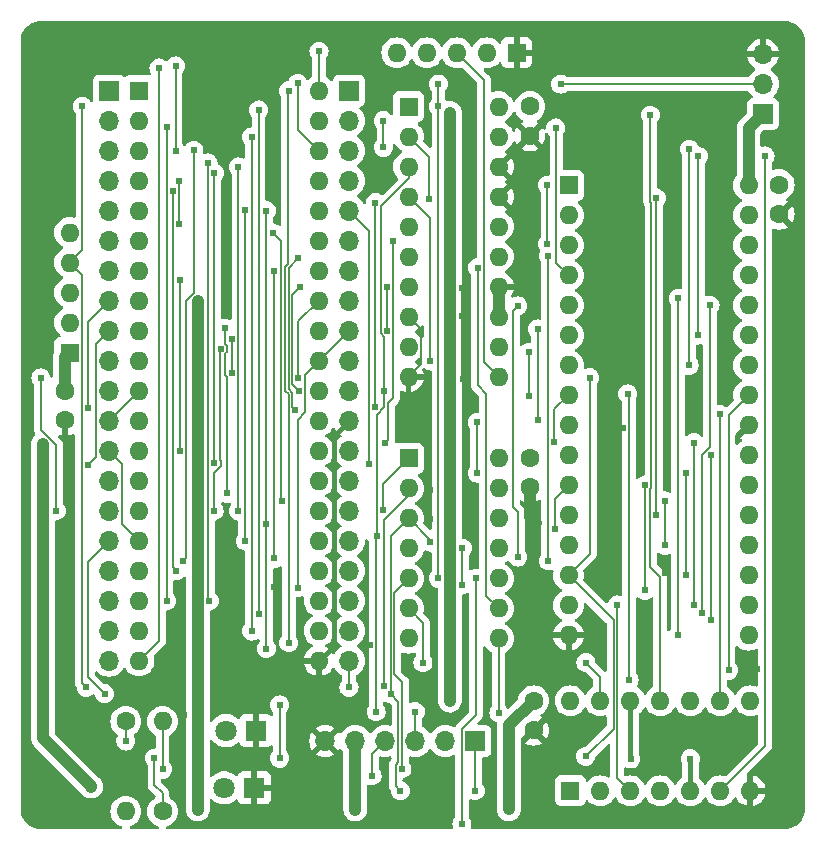
<source format=gbl>
%TF.GenerationSoftware,KiCad,Pcbnew,7.0.7*%
%TF.CreationDate,2024-07-31T13:54:12+09:00*%
%TF.ProjectId,w65c_Rev1.2,77363563-5f52-4657-9631-2e322e6b6963,Rev1.2*%
%TF.SameCoordinates,PX5f6f270PY775a330*%
%TF.FileFunction,Copper,L2,Bot*%
%TF.FilePolarity,Positive*%
%FSLAX46Y46*%
G04 Gerber Fmt 4.6, Leading zero omitted, Abs format (unit mm)*
G04 Created by KiCad (PCBNEW 7.0.7) date 2024-07-31 13:54:12*
%MOMM*%
%LPD*%
G01*
G04 APERTURE LIST*
%TA.AperFunction,ComponentPad*%
%ADD10R,1.800000X1.800000*%
%TD*%
%TA.AperFunction,ComponentPad*%
%ADD11C,1.800000*%
%TD*%
%TA.AperFunction,ComponentPad*%
%ADD12R,1.600000X1.600000*%
%TD*%
%TA.AperFunction,ComponentPad*%
%ADD13O,1.600000X1.600000*%
%TD*%
%TA.AperFunction,ComponentPad*%
%ADD14C,1.600000*%
%TD*%
%TA.AperFunction,ComponentPad*%
%ADD15R,1.700000X1.700000*%
%TD*%
%TA.AperFunction,ComponentPad*%
%ADD16O,1.700000X1.700000*%
%TD*%
%TA.AperFunction,ViaPad*%
%ADD17C,0.605000*%
%TD*%
%TA.AperFunction,Conductor*%
%ADD18C,1.000000*%
%TD*%
%TA.AperFunction,Conductor*%
%ADD19C,0.400000*%
%TD*%
%TA.AperFunction,Conductor*%
%ADD20C,0.152400*%
%TD*%
G04 APERTURE END LIST*
D10*
X20226000Y8622000D03*
D11*
X17686000Y8622000D03*
D12*
X46845000Y3530000D03*
D13*
X49385000Y3530000D03*
X51925000Y3530000D03*
X54465000Y3530000D03*
X57005000Y3530000D03*
X59545000Y3530000D03*
X62085000Y3530000D03*
X62085000Y11150000D03*
X59545000Y11150000D03*
X57005000Y11150000D03*
X54465000Y11150000D03*
X51925000Y11150000D03*
X49385000Y11150000D03*
X46845000Y11150000D03*
D14*
X9210000Y9400000D03*
D13*
X9210000Y1780000D03*
D14*
X43740000Y11150000D03*
X43740000Y8650000D03*
D10*
X20095000Y3780000D03*
D11*
X17555000Y3780000D03*
D12*
X33150000Y31675000D03*
D13*
X33150000Y29135000D03*
X33150000Y26595000D03*
X33150000Y24055000D03*
X33150000Y21515000D03*
X33150000Y18975000D03*
X33150000Y16435000D03*
X40770000Y16435000D03*
X40770000Y18975000D03*
X40770000Y21515000D03*
X40770000Y24055000D03*
X40770000Y26595000D03*
X40770000Y29135000D03*
X40770000Y31675000D03*
D12*
X4450000Y40620000D03*
D13*
X4450000Y43160000D03*
X4450000Y45700000D03*
X4450000Y48240000D03*
X4450000Y50780000D03*
D14*
X43410000Y31710000D03*
X43410000Y29210000D03*
X64529000Y54840000D03*
X64529000Y52340000D03*
D15*
X63160000Y60830000D03*
D16*
X63160000Y63370000D03*
X63160000Y65910000D03*
D12*
X10331000Y62795000D03*
D13*
X10331000Y60255000D03*
X10331000Y57715000D03*
X10331000Y55175000D03*
X10331000Y52635000D03*
X10331000Y50095000D03*
X10331000Y47555000D03*
X10331000Y45015000D03*
X10331000Y42475000D03*
X10331000Y39935000D03*
X10331000Y37395000D03*
X10331000Y34855000D03*
X10331000Y32315000D03*
X10331000Y29775000D03*
X10331000Y27235000D03*
X10331000Y24695000D03*
X10331000Y22155000D03*
X10331000Y19615000D03*
X10331000Y17075000D03*
X10331000Y14535000D03*
X25571000Y14535000D03*
X25571000Y17075000D03*
X25571000Y19615000D03*
X25571000Y22155000D03*
X25571000Y24695000D03*
X25571000Y27235000D03*
X25571000Y29775000D03*
X25571000Y32315000D03*
X25571000Y34855000D03*
X25571000Y37395000D03*
X25571000Y39935000D03*
X25571000Y42475000D03*
X25571000Y45015000D03*
X25571000Y47555000D03*
X25571000Y50095000D03*
X25571000Y52635000D03*
X25571000Y55175000D03*
X25571000Y57715000D03*
X25571000Y60255000D03*
X25571000Y62795000D03*
D14*
X12320000Y1780000D03*
D13*
X12320000Y9400000D03*
D15*
X38800000Y7740000D03*
D16*
X36260000Y7740000D03*
X33720000Y7740000D03*
X31180000Y7740000D03*
X28640000Y7740000D03*
X26100000Y7740000D03*
D12*
X42310000Y66010000D03*
D13*
X39770000Y66010000D03*
X37230000Y66010000D03*
X34690000Y66010000D03*
X32150000Y66010000D03*
D12*
X46699000Y54790000D03*
D13*
X46699000Y52250000D03*
X46699000Y49710000D03*
X46699000Y47170000D03*
X46699000Y44630000D03*
X46699000Y42090000D03*
X46699000Y39550000D03*
X46699000Y37010000D03*
X46699000Y34470000D03*
X46699000Y31930000D03*
X46699000Y29390000D03*
X46699000Y26850000D03*
X46699000Y24310000D03*
X46699000Y21770000D03*
X46699000Y19230000D03*
X46699000Y16690000D03*
X61939000Y16690000D03*
X61939000Y19230000D03*
X61939000Y21770000D03*
X61939000Y24310000D03*
X61939000Y26850000D03*
X61939000Y29390000D03*
X61939000Y31930000D03*
X61939000Y34470000D03*
X61939000Y37010000D03*
X61939000Y39550000D03*
X61939000Y42090000D03*
X61939000Y44630000D03*
X61939000Y47170000D03*
X61939000Y49710000D03*
X61939000Y52250000D03*
X61939000Y54790000D03*
D12*
X33150000Y61450000D03*
D13*
X33150000Y58910000D03*
X33150000Y56370000D03*
X33150000Y53830000D03*
X33150000Y51290000D03*
X33150000Y48750000D03*
X33150000Y46210000D03*
X33150000Y43670000D03*
X33150000Y41130000D03*
X33150000Y38590000D03*
X40770000Y38590000D03*
X40770000Y41130000D03*
X40770000Y43670000D03*
X40770000Y46210000D03*
X40770000Y48750000D03*
X40770000Y51290000D03*
X40770000Y53830000D03*
X40770000Y56370000D03*
X40770000Y58910000D03*
X40770000Y61450000D03*
D14*
X43420000Y61460000D03*
X43420000Y58960000D03*
X4060000Y37380000D03*
X4060000Y34880000D03*
D15*
X28111000Y62795000D03*
D16*
X28111000Y60255000D03*
X28111000Y57715000D03*
X28111000Y55175000D03*
X28111000Y52635000D03*
X28111000Y50095000D03*
X28111000Y47555000D03*
X28111000Y45015000D03*
X28111000Y42475000D03*
X28111000Y39935000D03*
X28111000Y37395000D03*
X28111000Y34855000D03*
X28111000Y32315000D03*
X28111000Y29775000D03*
X28111000Y27235000D03*
X28111000Y24695000D03*
X28111000Y22155000D03*
X28111000Y19615000D03*
X28111000Y17075000D03*
X28111000Y14535000D03*
D15*
X7791000Y62795000D03*
D16*
X7791000Y60255000D03*
X7791000Y57715000D03*
X7791000Y55175000D03*
X7791000Y52635000D03*
X7791000Y50095000D03*
X7791000Y47555000D03*
X7791000Y45015000D03*
X7791000Y42475000D03*
X7791000Y39935000D03*
X7791000Y37395000D03*
X7791000Y34855000D03*
X7791000Y32315000D03*
X7791000Y29775000D03*
X7791000Y27235000D03*
X7791000Y24695000D03*
X7791000Y22155000D03*
X7791000Y19615000D03*
X7791000Y17075000D03*
X7791000Y14535000D03*
D17*
X15320200Y44979800D03*
X36660000Y11140000D03*
X36650000Y60910002D03*
X51960000Y6220000D03*
X6290000Y3880000D03*
X57010000Y6240000D03*
X28640000Y1930000D03*
X15330000Y1930000D03*
X41630007Y1939997D03*
X61939000Y57260000D03*
X2200000Y32890000D03*
X36650000Y30740000D03*
X37670000Y43680000D03*
X1770000Y53600000D03*
X44370000Y1490000D03*
X49370000Y16310000D03*
X17750000Y49490000D03*
X13510000Y14500000D03*
X33790000Y34290000D03*
X62630000Y13860000D03*
X29885100Y15830245D03*
X14170000Y9900000D03*
X50820000Y48160000D03*
X53330000Y16340000D03*
X50850000Y55170000D03*
X60630000Y7690000D03*
X43710000Y19040000D03*
X13460000Y16680000D03*
X46850000Y8520000D03*
X33010000Y14630000D03*
X38140000Y26550000D03*
X4330000Y30500000D03*
X9310200Y4990000D03*
X65520000Y26600000D03*
X20760000Y67220000D03*
X46830000Y67370000D03*
X17930000Y22910000D03*
X50480000Y29200000D03*
X59350000Y48680000D03*
X34800000Y37900000D03*
X5790000Y9180000D03*
X3530000Y59930000D03*
X23034998Y14534998D03*
X17810000Y44980000D03*
X9630000Y67220000D03*
X34950000Y28970000D03*
X57340000Y34450000D03*
X17630000Y24840000D03*
X34970000Y18950000D03*
X51160000Y40570000D03*
X43940157Y26203029D03*
X50330000Y23750000D03*
X65110000Y12160000D03*
X43610000Y43930000D03*
X57310000Y37410000D03*
X43550000Y56260000D03*
X55660000Y48380000D03*
X37700000Y46130000D03*
X65780000Y42070000D03*
X3010000Y1970000D03*
X21790000Y20790000D03*
X24740000Y4850000D03*
X23710000Y9320000D03*
X17080000Y62020000D03*
X35250000Y16150000D03*
X37790000Y38420000D03*
X34950000Y26550000D03*
X64380000Y1950000D03*
X44010000Y16100000D03*
X54835288Y21997097D03*
X38390000Y28910000D03*
X13690000Y20680000D03*
X54340000Y7840000D03*
X59200000Y53550000D03*
X51300000Y34220000D03*
X55040000Y31650000D03*
X50750000Y31570000D03*
X18000000Y16790000D03*
X18040000Y20980000D03*
X46039996Y63360000D03*
X35680000Y61460000D03*
X32590000Y5390000D03*
X35680000Y21520000D03*
X35680000Y63360000D03*
X12330000Y5350000D03*
X9210000Y7740000D03*
X12020000Y64720000D03*
X60250000Y13730000D03*
X19860000Y17050000D03*
X19860000Y58879998D03*
X45610000Y59640000D03*
X16290000Y19610000D03*
X58030000Y18550000D03*
X58670000Y44630000D03*
X16170000Y56680000D03*
X44970000Y22990000D03*
X13500000Y22160000D03*
X44970000Y48830000D03*
X13190000Y54330000D03*
X19320000Y52699998D03*
X19320000Y24690000D03*
X30350000Y53320000D03*
X59540000Y35390000D03*
X13720000Y51480000D03*
X30344100Y35980000D03*
X13720000Y55170000D03*
X45500600Y33090000D03*
X13790000Y32320000D03*
X13790000Y46770000D03*
X44070000Y34920000D03*
X44080000Y42620000D03*
X6000000Y35910000D03*
X43320000Y40660000D03*
X43320000Y36970000D03*
X6030000Y31130000D03*
X18200000Y41790000D03*
X18170000Y38930000D03*
X17248229Y40961887D03*
X16690000Y27230000D03*
X38960000Y34710000D03*
X38960000Y30421100D03*
X42400000Y23320000D03*
X42380000Y44580000D03*
X17630000Y42680000D03*
X17780000Y28700000D03*
X45510000Y25660000D03*
X2020000Y38480000D03*
X3330000Y27230000D03*
X32460000Y3530000D03*
X7410000Y11739400D03*
X38800000Y3530000D03*
X34990000Y24590000D03*
X31630000Y11740000D03*
X51700000Y37130000D03*
X51830000Y12931100D03*
X21110000Y26150000D03*
X31000000Y27260000D03*
X21110000Y15570006D03*
X21110000Y52650000D03*
X58720000Y17950000D03*
X58720000Y31930000D03*
X20460000Y61160000D03*
X20460000Y18509998D03*
X31020000Y60250000D03*
X12690000Y59710000D03*
X56910000Y57850000D03*
X12690000Y19620000D03*
X56910000Y39550000D03*
X31020000Y58010000D03*
X57680000Y42100000D03*
X14980000Y57740000D03*
X14090000Y23020000D03*
X57680000Y57250000D03*
X54140004Y53700000D03*
X54140000Y26850000D03*
X18750000Y56340000D03*
X18750000Y27220000D03*
X54880000Y28060000D03*
X29810000Y31190002D03*
X54880000Y24310000D03*
X56600000Y21760000D03*
X31870000Y50090000D03*
X31180000Y33000000D03*
X56600002Y30410000D03*
X57300000Y19230000D03*
X57290000Y32990000D03*
X23810000Y48600000D03*
X23570000Y35790000D03*
X55990000Y45210000D03*
X23850000Y37390000D03*
X55970000Y16690000D03*
X23950000Y46150000D03*
X31340000Y46210000D03*
X23770000Y20730000D03*
X50840000Y19250000D03*
X31340000Y42470000D03*
X48490000Y38500000D03*
X48150000Y6440000D03*
X35000000Y39940000D03*
X23830000Y38440000D03*
X33720000Y10230000D03*
X30410000Y10230000D03*
X30440000Y25110000D03*
X31100000Y37390000D03*
X16720000Y31290000D03*
X16710000Y55810000D03*
X21690000Y50740000D03*
X22410000Y28040000D03*
X21790000Y23200000D03*
X21790000Y47550000D03*
X23010000Y16050000D03*
X25570000Y66150000D03*
X23010000Y62800000D03*
X5870000Y12270000D03*
X28110000Y12270000D03*
X5539998Y61470000D03*
X30070000Y4800000D03*
X22240000Y6270000D03*
X11630000Y6270000D03*
X22240000Y10790000D03*
X40800000Y10120000D03*
X23780000Y63420000D03*
X63330000Y57280000D03*
X37710000Y20970000D03*
X37710000Y24048900D03*
X53160000Y29390000D03*
X53160000Y20490000D03*
X53610000Y60720000D03*
X13420000Y64900000D03*
X13420000Y57720000D03*
X39000000Y47820000D03*
X38870000Y21510000D03*
X37670000Y720000D03*
X48170000Y14380000D03*
X34370000Y14380000D03*
X34910000Y53590000D03*
X44900000Y54790000D03*
X44900000Y49800000D03*
X31030000Y12400000D03*
D18*
X36650000Y11150000D02*
X36650000Y30740000D01*
X2200000Y7980000D02*
X2200000Y32890000D01*
D19*
X57005000Y6235000D02*
X57005000Y3530000D01*
X51925000Y11150000D02*
X51925000Y6255000D01*
D18*
X36650000Y30740000D02*
X36650000Y60910000D01*
X43740000Y11150000D02*
X41650000Y9060000D01*
X6290000Y3880000D02*
X6290000Y3890000D01*
X15320200Y1939800D02*
X15330000Y1930000D01*
X41650000Y9060000D02*
X41650000Y1959990D01*
X61939000Y59609000D02*
X63160000Y60830000D01*
X41650000Y1959990D02*
X41630007Y1939997D01*
X28640000Y1930000D02*
X28640000Y7740000D01*
X4060000Y37380000D02*
X4060000Y40230000D01*
X4060000Y40230000D02*
X4450000Y40620000D01*
X6290000Y3890000D02*
X2200000Y7980000D01*
X61939000Y54790000D02*
X61939000Y59609000D01*
X4454000Y40616000D02*
X4450000Y40620000D01*
X15320200Y44979800D02*
X15320200Y1939800D01*
X40770000Y43670000D02*
X40770000Y46210000D01*
D20*
X34178600Y39618600D02*
X33150000Y38590000D01*
D18*
X43940157Y26203029D02*
X43410000Y26733186D01*
D20*
X33150000Y43670000D02*
X34178600Y42641400D01*
X37670000Y46100000D02*
X37670000Y43680000D01*
D19*
X25571000Y14535000D02*
X26810000Y15774000D01*
X26810000Y33554000D02*
X28111000Y34855000D01*
D18*
X43410000Y26733186D02*
X43410000Y29210000D01*
D20*
X4060000Y30770000D02*
X4060000Y34880000D01*
X37680000Y38530000D02*
X37790000Y38420000D01*
X43940157Y26203029D02*
X43940157Y26339843D01*
D19*
X26810000Y15774000D02*
X26810000Y33554000D01*
D20*
X4330000Y30500000D02*
X4060000Y30770000D01*
X37700000Y46130000D02*
X37670000Y46100000D01*
X37680000Y43670000D02*
X37680000Y38530000D01*
X34178600Y42641400D02*
X34178600Y39618600D01*
X35680000Y61460000D02*
X35680000Y63360000D01*
X46049996Y63370000D02*
X46039996Y63360000D01*
X31940000Y13400000D02*
X31940000Y20305000D01*
X32594800Y5394800D02*
X32594800Y12745200D01*
X35680000Y21520000D02*
X35680000Y61460000D01*
X31940000Y20305000D02*
X33150000Y21515000D01*
X32590000Y5390000D02*
X32594800Y5394800D01*
X63160000Y63370000D02*
X46049996Y63370000D01*
X32594800Y12745200D02*
X31940000Y13400000D01*
X12330000Y5350000D02*
X12320000Y5360000D01*
X12320000Y5360000D02*
X12320000Y9400000D01*
X9210000Y9400000D02*
X9210000Y7740000D01*
X7791000Y62795000D02*
X7515000Y62795000D01*
X12020000Y16224000D02*
X12020000Y64720000D01*
X60250000Y35321000D02*
X61939000Y37010000D01*
X10331000Y14535000D02*
X12020000Y16224000D01*
X60250000Y13730000D02*
X60250000Y35321000D01*
X45670400Y59579600D02*
X45670400Y48198600D01*
X45670400Y48198600D02*
X46699000Y47170000D01*
X45610000Y59640000D02*
X45670400Y59579600D01*
X19860000Y17050000D02*
X19860000Y58879998D01*
X16158900Y56668900D02*
X16158900Y19741100D01*
X16158900Y19741100D02*
X16290000Y19610000D01*
X16170000Y56680000D02*
X16158900Y56668900D01*
X58030000Y31991089D02*
X58670000Y32631089D01*
X58030000Y18550000D02*
X58030000Y31991089D01*
X58670000Y32631089D02*
X58670000Y44630000D01*
X13188900Y22471100D02*
X13188900Y54328900D01*
X44970000Y22990000D02*
X44970000Y48830000D01*
X13500000Y22160000D02*
X13188900Y22471100D01*
X13188900Y54328900D02*
X13190000Y54330000D01*
X19320000Y24690000D02*
X19320000Y52699998D01*
X30350000Y35985900D02*
X30344100Y35980000D01*
X13721100Y55168900D02*
X13721100Y51481100D01*
X30350000Y53320000D02*
X30350000Y35985900D01*
X59545000Y11150000D02*
X59545000Y35385000D01*
X13720000Y55170000D02*
X13721100Y55168900D01*
X13721100Y51481100D02*
X13720000Y51480000D01*
X45500600Y35811600D02*
X46699000Y37010000D01*
X45500600Y33090000D02*
X45500600Y35811600D01*
X13790000Y46770000D02*
X13790000Y32320000D01*
X44080000Y34930000D02*
X44070000Y34920000D01*
X44080000Y42620000D02*
X44080000Y34930000D01*
X6000000Y43224000D02*
X6000000Y35910000D01*
X7791000Y45015000D02*
X6000000Y43224000D01*
X18200000Y41790000D02*
X18200000Y38960000D01*
X6651100Y41335100D02*
X7791000Y42475000D01*
X43320000Y36970000D02*
X43320000Y40660000D01*
X18200000Y38960000D02*
X18170000Y38930000D01*
X6651100Y31751100D02*
X6651100Y41335100D01*
X6030000Y31130000D02*
X6651100Y31751100D01*
X18190000Y38910000D02*
X18170000Y38930000D01*
X17251100Y30991100D02*
X17251100Y31509989D01*
X17200000Y40912576D02*
X17250512Y40963088D01*
X17251100Y31509989D02*
X17200000Y31561089D01*
X17200000Y31561089D02*
X17200000Y40912576D01*
X16690000Y27230000D02*
X16690000Y30430000D01*
X16690000Y30430000D02*
X17251100Y30991100D01*
X38960000Y34710000D02*
X38960000Y30421100D01*
X7791000Y34855000D02*
X10331000Y37395000D01*
X41970000Y44170000D02*
X42380000Y44580000D01*
X41970000Y27590000D02*
X41970000Y44170000D01*
X8910000Y26116000D02*
X8910000Y31196000D01*
X42400000Y27160000D02*
X41970000Y27590000D01*
X10331000Y24695000D02*
X8910000Y26116000D01*
X42400000Y23320000D02*
X42400000Y27160000D01*
X8910000Y31196000D02*
X7791000Y32315000D01*
X17638900Y40548900D02*
X17779329Y40689329D01*
X17779329Y41181876D02*
X17630000Y41331205D01*
X17781100Y38567811D02*
X17638900Y38710011D01*
X17638900Y38710011D02*
X17638900Y40548900D01*
X17780000Y28700000D02*
X17781100Y28701100D01*
X17781100Y28701100D02*
X17781100Y38567811D01*
X17630000Y41331205D02*
X17630000Y42680000D01*
X17779329Y40689329D02*
X17779329Y41181876D01*
X45510000Y25660000D02*
X45510000Y28201000D01*
X2020000Y34110000D02*
X3330000Y32800000D01*
X3330000Y32800000D02*
X3330000Y27230000D01*
X2020000Y38480000D02*
X2020000Y34110000D01*
X45510000Y28201000D02*
X46699000Y29390000D01*
X6000000Y13149400D02*
X6000000Y22904000D01*
X32290000Y5950000D02*
X32290000Y11080000D01*
X7410000Y11739400D02*
X6000000Y13149400D01*
X32290000Y11080000D02*
X31630000Y11740000D01*
X34990000Y24755000D02*
X33150000Y26595000D01*
X38800000Y7740000D02*
X38800000Y3530000D01*
X32058900Y5718900D02*
X32290000Y5950000D01*
X32058900Y3931100D02*
X32058900Y5718900D01*
X6000000Y22904000D02*
X7791000Y24695000D01*
X33150000Y26595000D02*
X31630000Y25075000D01*
X32460000Y3530000D02*
X32058900Y3931100D01*
X34990000Y24590000D02*
X34990000Y24755000D01*
X31630000Y25075000D02*
X31630000Y11740000D01*
X39531100Y63708900D02*
X37230000Y66010000D01*
X39531100Y39828900D02*
X39531100Y63708900D01*
X51831100Y12932200D02*
X51830000Y12931100D01*
X51700000Y37130000D02*
X51831100Y36998900D01*
X40770000Y38590000D02*
X39531100Y39828900D01*
X51831100Y36998900D02*
X51831100Y12932200D01*
X21110000Y26150000D02*
X21110000Y15570006D01*
X31000000Y29525000D02*
X31000000Y27260000D01*
X33150000Y31675000D02*
X31000000Y29525000D01*
X21110000Y26150000D02*
X21110000Y52650000D01*
X20460000Y61160000D02*
X20460000Y18509998D01*
X58720000Y17950000D02*
X58720000Y31930000D01*
X12658900Y19651100D02*
X12690000Y19620000D01*
X31020000Y60250000D02*
X31020000Y58010000D01*
X12690000Y59710000D02*
X12658900Y59678900D01*
X56910000Y57850000D02*
X56910000Y39550000D01*
X12658900Y59678900D02*
X12658900Y19651100D01*
X14980000Y45669998D02*
X14321100Y45011098D01*
X14321100Y23251100D02*
X14090000Y23020000D01*
X57680000Y42100000D02*
X57680000Y57250000D01*
X14980000Y57740000D02*
X14980000Y45669998D01*
X14321100Y45011098D02*
X14321100Y23251100D01*
X18750000Y27220000D02*
X18750000Y56340000D01*
X54140000Y53699996D02*
X54140004Y53700000D01*
X54140000Y26850000D02*
X54140000Y53699996D01*
X28111000Y52635000D02*
X29810000Y50936000D01*
X29810000Y50936000D02*
X29810000Y31190002D01*
X54880000Y28060000D02*
X54880000Y24310000D01*
X31871100Y50088900D02*
X31870000Y50090000D01*
X56600000Y30409998D02*
X56600002Y30410000D01*
X31404800Y36345889D02*
X31871100Y36812189D01*
X31404800Y33224800D02*
X31404800Y36345889D01*
X56600000Y21760000D02*
X56600000Y30409998D01*
X31871100Y36812189D02*
X31871100Y50088900D01*
X31180000Y33000000D02*
X31404800Y33224800D01*
X22994100Y47784100D02*
X22994100Y37524811D01*
X23810000Y48600000D02*
X22994100Y47784100D01*
X22994100Y37524811D02*
X23318900Y37200011D01*
X57290000Y32990000D02*
X57290000Y19240000D01*
X57290000Y19240000D02*
X57300000Y19230000D01*
X23318900Y37200011D02*
X23318900Y36041100D01*
X23318900Y36041100D02*
X23570000Y35790000D01*
X23950000Y46150000D02*
X23298900Y45498900D01*
X23298900Y45498900D02*
X23298900Y37941100D01*
X55990000Y45210000D02*
X55990000Y16710000D01*
X55990000Y16710000D02*
X55970000Y16690000D01*
X23298900Y37941100D02*
X23850000Y37390000D01*
X50810000Y19220000D02*
X50810000Y4645000D01*
X25571000Y39935000D02*
X28111000Y42475000D01*
X50840000Y19250000D02*
X50810000Y19220000D01*
X50810000Y4645000D02*
X51925000Y3530000D01*
X24400000Y35570000D02*
X24400000Y38764000D01*
X23770000Y34940000D02*
X24400000Y35570000D01*
X24400000Y38764000D02*
X25571000Y39935000D01*
X31340000Y46210000D02*
X31340000Y42470000D01*
X23770000Y20730000D02*
X23770000Y34940000D01*
X50505200Y17963800D02*
X50505200Y8795200D01*
X50505200Y8795200D02*
X48150000Y6440000D01*
X48490000Y23561000D02*
X46699000Y21770000D01*
X35000000Y51980000D02*
X33150000Y53830000D01*
X46699000Y21770000D02*
X50505200Y17963800D01*
X48490000Y38500000D02*
X48490000Y23561000D01*
X35000000Y39940000D02*
X35000000Y51980000D01*
X33720000Y7740000D02*
X33720000Y10230000D01*
X30440000Y35318911D02*
X31100000Y35978911D01*
X31100000Y41958911D02*
X30808900Y42250011D01*
X31100000Y37390000D02*
X31100000Y41958911D01*
X30808900Y42250011D02*
X30808900Y53027811D01*
X30440000Y25110000D02*
X30440000Y35318911D01*
X23830000Y43274000D02*
X25571000Y45015000D01*
X30416200Y10236200D02*
X30416200Y25086200D01*
X31100000Y35978911D02*
X31100000Y37390000D01*
X23830000Y38440000D02*
X23830000Y43274000D01*
X30808900Y53027811D02*
X33150000Y55368911D01*
X33150000Y55368911D02*
X33150000Y56370000D01*
X16710000Y55810000D02*
X16710000Y31300000D01*
X16710000Y31300000D02*
X16720000Y31290000D01*
X22384500Y50045500D02*
X21690000Y50740000D01*
X22384500Y28065500D02*
X22384500Y50045500D01*
X21790000Y23200000D02*
X21790000Y47550000D01*
X25571000Y66149000D02*
X25571000Y62795000D01*
X22689300Y37398559D02*
X22689300Y47910352D01*
X23010000Y37077859D02*
X22689300Y37398559D01*
X23010000Y16050000D02*
X23010000Y37077859D01*
X22940400Y48161452D02*
X22940400Y62730400D01*
X22689300Y47910352D02*
X22940400Y48161452D01*
X25570000Y66150000D02*
X25571000Y66149000D01*
X22940400Y62730400D02*
X23010000Y62800000D01*
X5468900Y36129989D02*
X5478600Y36139689D01*
X28111000Y12271000D02*
X28110000Y12270000D01*
X4450000Y48240000D02*
X5539998Y49329998D01*
X5539998Y49329998D02*
X5539998Y61470000D01*
X28111000Y14535000D02*
X28111000Y12271000D01*
X5468900Y12671100D02*
X5468900Y36129989D01*
X5870000Y12270000D02*
X5468900Y12671100D01*
X5478600Y47211400D02*
X4450000Y48240000D01*
X5478600Y36139689D02*
X5478600Y47211400D01*
X30070000Y4800000D02*
X30070000Y6630000D01*
X30070000Y6630000D02*
X31180000Y7740000D01*
D18*
X12310000Y1790000D02*
X12320000Y1780000D01*
D20*
X40770000Y10150000D02*
X40770000Y16435000D01*
X12320000Y1780000D02*
X12320000Y3330633D01*
X11630000Y4020633D02*
X11630000Y6270000D01*
X40800000Y10120000D02*
X40770000Y10150000D01*
X22240000Y6270000D02*
X22240000Y10790000D01*
X12320000Y3330633D02*
X11630000Y4020633D01*
X63330000Y7315000D02*
X63330000Y57280000D01*
X23780000Y59506000D02*
X25571000Y57715000D01*
X59545000Y3530000D02*
X63330000Y7315000D01*
X23780000Y63420000D02*
X23780000Y59506000D01*
X37710000Y20970000D02*
X37710000Y24048900D01*
X53160000Y20490000D02*
X53160000Y29390000D01*
X53600000Y22481295D02*
X53600000Y29084630D01*
X53600000Y29084630D02*
X53710000Y29194630D01*
X53710000Y53310000D02*
X53608904Y53411096D01*
X13420000Y64900000D02*
X13420000Y57720000D01*
X54465000Y11150000D02*
X54465000Y21616295D01*
X53710000Y29194630D02*
X53710000Y53310000D01*
X54465000Y21616295D02*
X53600000Y22481295D01*
X53608904Y53411096D02*
X53608904Y60718904D01*
X53608904Y60718904D02*
X53610000Y60720000D01*
X40770000Y18975000D02*
X39720000Y20025000D01*
X39720000Y37130000D02*
X39000000Y37850000D01*
X39720000Y20025000D02*
X39720000Y37130000D01*
X39000000Y37850000D02*
X39000000Y47820000D01*
X37670000Y8767200D02*
X37670000Y720000D01*
X38870000Y21510000D02*
X38870000Y9967200D01*
X38870000Y9967200D02*
X37670000Y8767200D01*
X49385000Y13165000D02*
X48170000Y14380000D01*
X49385000Y11150000D02*
X49385000Y13165000D01*
X33150000Y18975000D02*
X34370000Y17755000D01*
X34370000Y17755000D02*
X34370000Y14380000D01*
X34910000Y57150000D02*
X34910000Y53590000D01*
X33150000Y58910000D02*
X34910000Y57150000D01*
X44900000Y49800000D02*
X44900000Y54790000D01*
X33150000Y28588911D02*
X33150000Y29135000D01*
X31030000Y12400000D02*
X31030000Y26468911D01*
X31030000Y26468911D02*
X33150000Y28588911D01*
%TA.AperFunction,Conductor*%
G36*
X65002208Y68699343D02*
G01*
X65233020Y68682835D01*
X65250529Y68680317D01*
X65470144Y68632542D01*
X65487103Y68627563D01*
X65697694Y68549017D01*
X65713777Y68541673D01*
X65911036Y68433960D01*
X65925919Y68424395D01*
X66105836Y68289711D01*
X66119207Y68278125D01*
X66278124Y68119208D01*
X66289710Y68105837D01*
X66424394Y67925920D01*
X66433959Y67911037D01*
X66541669Y67713783D01*
X66549019Y67697689D01*
X66627559Y67487113D01*
X66632543Y67470138D01*
X66680316Y67250530D01*
X66682834Y67233018D01*
X66695774Y67052094D01*
X66698781Y67010047D01*
X66699342Y67002211D01*
X66699500Y66997787D01*
X66699500Y2002214D01*
X66699342Y1997790D01*
X66682834Y1766983D01*
X66680316Y1749471D01*
X66632543Y1529863D01*
X66627559Y1512888D01*
X66549019Y1302312D01*
X66541669Y1286218D01*
X66433959Y1088964D01*
X66424394Y1074081D01*
X66289710Y894164D01*
X66278124Y880793D01*
X66119207Y721876D01*
X66105836Y710290D01*
X65925919Y575606D01*
X65911036Y566041D01*
X65713782Y458331D01*
X65697688Y450981D01*
X65487112Y372441D01*
X65470137Y367457D01*
X65250529Y319684D01*
X65233017Y317166D01*
X65019172Y301872D01*
X65002208Y300658D01*
X64997786Y300500D01*
X38548713Y300500D01*
X38481674Y320185D01*
X38435919Y372989D01*
X38425975Y442147D01*
X38431671Y465454D01*
X38457821Y540185D01*
X38478081Y720000D01*
X38457821Y899815D01*
X38398056Y1070613D01*
X38301783Y1223830D01*
X38283019Y1242594D01*
X38249534Y1303917D01*
X38246700Y1330275D01*
X38246700Y2704940D01*
X38266385Y2771979D01*
X38319189Y2817734D01*
X38388347Y2827678D01*
X38436676Y2809931D01*
X38449386Y2801944D01*
X38485058Y2789462D01*
X38620185Y2742179D01*
X38620191Y2742179D01*
X38620193Y2742178D01*
X38799996Y2721919D01*
X38800000Y2721919D01*
X38800004Y2721919D01*
X38979806Y2742178D01*
X38979805Y2742178D01*
X38979815Y2742179D01*
X39150613Y2801944D01*
X39303830Y2898217D01*
X39431783Y3026170D01*
X39528056Y3179387D01*
X39587821Y3350185D01*
X39608081Y3530000D01*
X39607092Y3538777D01*
X39587822Y3709807D01*
X39587821Y3709813D01*
X39587821Y3709815D01*
X39528056Y3880613D01*
X39431783Y4033830D01*
X39431781Y4033832D01*
X39431780Y4033834D01*
X39413019Y4052595D01*
X39379534Y4113918D01*
X39376700Y4140276D01*
X39376700Y6265501D01*
X39396385Y6332540D01*
X39449189Y6378295D01*
X39500700Y6389501D01*
X39697871Y6389501D01*
X39697872Y6389501D01*
X39757483Y6395909D01*
X39892331Y6446204D01*
X40007546Y6532454D01*
X40093796Y6647669D01*
X40144091Y6782517D01*
X40150500Y6842127D01*
X40150499Y8637872D01*
X40144091Y8697483D01*
X40125522Y8747268D01*
X40093797Y8832329D01*
X40093793Y8832336D01*
X40007547Y8947545D01*
X40007544Y8947548D01*
X39892335Y9033794D01*
X39892328Y9033798D01*
X39757482Y9084092D01*
X39757483Y9084092D01*
X39697883Y9090499D01*
X39697881Y9090500D01*
X39697873Y9090500D01*
X39697865Y9090500D01*
X39108238Y9090500D01*
X39041199Y9110185D01*
X38995444Y9162989D01*
X38985500Y9232147D01*
X39014525Y9295703D01*
X39020557Y9302181D01*
X39118378Y9400002D01*
X39248191Y9529816D01*
X39254281Y9535157D01*
X39281307Y9555893D01*
X39295408Y9574270D01*
X39313785Y9598217D01*
X39358057Y9655916D01*
X39373746Y9676362D01*
X39431856Y9816651D01*
X39445891Y9923261D01*
X39451676Y9967199D01*
X39451676Y9967202D01*
X39447231Y10000964D01*
X39446700Y10009065D01*
X39446700Y15664239D01*
X39466385Y15731278D01*
X39519189Y15777033D01*
X39588347Y15786977D01*
X39651903Y15757952D01*
X39672271Y15735367D01*
X39761516Y15607910D01*
X39769955Y15595858D01*
X39930858Y15434955D01*
X39930861Y15434953D01*
X40117266Y15304432D01*
X40121699Y15302365D01*
X40174140Y15256197D01*
X40193300Y15189981D01*
X40193300Y10698673D01*
X40173615Y10631634D01*
X40169621Y10626065D01*
X40071943Y10470613D01*
X40012178Y10299813D01*
X40012177Y10299807D01*
X39991919Y10120004D01*
X39991919Y10119997D01*
X40012177Y9940194D01*
X40012178Y9940188D01*
X40071943Y9769388D01*
X40075273Y9764089D01*
X40168217Y9616170D01*
X40296170Y9488217D01*
X40401682Y9421919D01*
X40449387Y9391944D01*
X40576183Y9347576D01*
X40632960Y9306854D01*
X40658707Y9241901D01*
X40658871Y9221121D01*
X40657504Y9203162D01*
X40656413Y9195388D01*
X40652945Y9178508D01*
X40649500Y9161742D01*
X40649500Y9100403D01*
X40649321Y9095694D01*
X40644662Y9034526D01*
X40644982Y9032016D01*
X40649003Y9000440D01*
X40649500Y8992612D01*
X40649500Y2167590D01*
X40644716Y2133479D01*
X40640119Y2117416D01*
X40640119Y2117414D01*
X40624669Y1914523D01*
X40624669Y1914520D01*
X40650375Y1712676D01*
X40650377Y1712668D01*
X40716190Y1520127D01*
X40716196Y1520115D01*
X40819413Y1344776D01*
X40819417Y1344770D01*
X40832513Y1330275D01*
X40955827Y1193785D01*
X41119835Y1073351D01*
X41119842Y1073347D01*
X41287982Y996091D01*
X41304739Y988392D01*
X41370463Y973140D01*
X41502952Y942394D01*
X41706365Y937240D01*
X41706365Y937241D01*
X41706370Y937240D01*
X41885859Y969411D01*
X41906655Y973138D01*
X41906655Y973139D01*
X41906660Y973139D01*
X42095624Y1048620D01*
X42103970Y1054120D01*
X42265523Y1160593D01*
X42265523Y1160594D01*
X42265526Y1160595D01*
X42348487Y1243557D01*
X42413053Y1304931D01*
X42448097Y1355281D01*
X42450924Y1359033D01*
X42489698Y1406583D01*
X42505607Y1437042D01*
X42509667Y1443742D01*
X42529295Y1471941D01*
X42553492Y1528330D01*
X42555498Y1532555D01*
X42583909Y1586941D01*
X42593357Y1619968D01*
X42595988Y1627357D01*
X42609540Y1658932D01*
X42621895Y1719060D01*
X42622999Y1723561D01*
X42639886Y1782572D01*
X42642494Y1816833D01*
X42643585Y1824601D01*
X42650500Y1858247D01*
X42650500Y1919592D01*
X42650679Y1924302D01*
X42655337Y1985466D01*
X42650997Y2019548D01*
X42650500Y2027387D01*
X42650500Y7862692D01*
X42670185Y7929731D01*
X42686819Y7950373D01*
X43202580Y8466135D01*
X43263903Y8499620D01*
X43333594Y8494636D01*
X43389528Y8452765D01*
X43400742Y8434754D01*
X43405283Y8425842D01*
X43412358Y8411956D01*
X43412363Y8411950D01*
X43501949Y8322364D01*
X43501951Y8322363D01*
X43501955Y8322359D01*
X43524747Y8310746D01*
X43575542Y8262772D01*
X43592337Y8194951D01*
X43569799Y8128816D01*
X43556132Y8112581D01*
X43014526Y7570975D01*
X43014526Y7570974D01*
X43087512Y7519869D01*
X43087516Y7519867D01*
X43293673Y7423735D01*
X43293682Y7423731D01*
X43513389Y7364861D01*
X43513400Y7364859D01*
X43739998Y7345034D01*
X43740002Y7345034D01*
X43966599Y7364859D01*
X43966610Y7364861D01*
X44186317Y7423731D01*
X44186331Y7423736D01*
X44392478Y7519864D01*
X44465472Y7570975D01*
X43923866Y8112581D01*
X43890381Y8173904D01*
X43895365Y8243596D01*
X43937237Y8299529D01*
X43955245Y8310742D01*
X43978045Y8322359D01*
X44067641Y8411955D01*
X44079254Y8434748D01*
X44127225Y8485542D01*
X44195046Y8502339D01*
X44261181Y8479803D01*
X44277419Y8466134D01*
X44819025Y7924528D01*
X44870136Y7997522D01*
X44966264Y8203669D01*
X44966269Y8203683D01*
X45025139Y8423390D01*
X45025141Y8423401D01*
X45044966Y8649998D01*
X45044966Y8650003D01*
X45025141Y8876600D01*
X45025139Y8876611D01*
X44966269Y9096318D01*
X44966265Y9096327D01*
X44870133Y9302484D01*
X44870131Y9302488D01*
X44819026Y9375474D01*
X44819025Y9375474D01*
X44277419Y8833868D01*
X44216096Y8800383D01*
X44146404Y8805367D01*
X44090471Y8847239D01*
X44079256Y8865249D01*
X44067641Y8888045D01*
X44067637Y8888049D01*
X44067636Y8888051D01*
X43978050Y8977637D01*
X43978044Y8977642D01*
X43968109Y8982704D01*
X43955250Y8989256D01*
X43904456Y9037227D01*
X43887660Y9105048D01*
X43910197Y9171183D01*
X43923865Y9187420D01*
X44465472Y9729027D01*
X44392483Y9780134D01*
X44392481Y9780135D01*
X44377023Y9787343D01*
X44324584Y9833516D01*
X44305432Y9900710D01*
X44325648Y9967591D01*
X44377023Y10012107D01*
X44392734Y10019432D01*
X44579139Y10149953D01*
X44740047Y10310861D01*
X44870568Y10497266D01*
X44966739Y10703504D01*
X45025635Y10923308D01*
X45045468Y11150000D01*
X45025635Y11376692D01*
X44966739Y11596496D01*
X44870568Y11802734D01*
X44740047Y11989139D01*
X44740045Y11989142D01*
X44579141Y12150046D01*
X44392734Y12280568D01*
X44392732Y12280569D01*
X44186497Y12376739D01*
X44186488Y12376742D01*
X43966697Y12435634D01*
X43966693Y12435635D01*
X43966692Y12435635D01*
X43966691Y12435636D01*
X43966686Y12435636D01*
X43740002Y12455468D01*
X43739998Y12455468D01*
X43513313Y12435636D01*
X43513302Y12435634D01*
X43293511Y12376742D01*
X43293502Y12376739D01*
X43087267Y12280569D01*
X43087265Y12280568D01*
X42900858Y12150046D01*
X42739954Y11989142D01*
X42609432Y11802735D01*
X42609431Y11802733D01*
X42513261Y11596498D01*
X42513258Y11596489D01*
X42454365Y11376693D01*
X42448958Y11314905D01*
X42423504Y11249837D01*
X42413111Y11238034D01*
X41683397Y10508320D01*
X41622074Y10474835D01*
X41552382Y10479819D01*
X41496449Y10521691D01*
X41490722Y10530029D01*
X41431783Y10623830D01*
X41383019Y10672594D01*
X41349534Y10733917D01*
X41346700Y10760275D01*
X41346700Y15189981D01*
X41366385Y15257020D01*
X41418300Y15302365D01*
X41422734Y15304432D01*
X41609139Y15434953D01*
X41770047Y15595861D01*
X41900568Y15782266D01*
X41996739Y15988504D01*
X42055635Y16208308D01*
X42075468Y16435000D01*
X42075029Y16440013D01*
X42065072Y16553830D01*
X42055635Y16661692D01*
X41999871Y16869807D01*
X41996741Y16881489D01*
X41996738Y16881498D01*
X41933253Y17017641D01*
X41900568Y17087734D01*
X41784683Y17253236D01*
X41770045Y17274142D01*
X41609141Y17435046D01*
X41422734Y17565568D01*
X41422728Y17565571D01*
X41364725Y17592618D01*
X41312285Y17638790D01*
X41293133Y17705983D01*
X41313348Y17772865D01*
X41364725Y17817382D01*
X41422734Y17844432D01*
X41609139Y17974953D01*
X41770047Y18135861D01*
X41900568Y18322266D01*
X41996739Y18528504D01*
X42055635Y18748308D01*
X42075468Y18975000D01*
X42075186Y18978218D01*
X42063117Y19116170D01*
X42055635Y19201692D01*
X41996739Y19421496D01*
X41900568Y19627734D01*
X41777275Y19803816D01*
X41770045Y19814142D01*
X41609141Y19975046D01*
X41474756Y20069142D01*
X41422734Y20105568D01*
X41364722Y20132620D01*
X41312284Y20178792D01*
X41293133Y20245986D01*
X41313349Y20312867D01*
X41364721Y20357381D01*
X41422734Y20384432D01*
X41609139Y20514953D01*
X41770047Y20675861D01*
X41900568Y20862266D01*
X41996739Y21068504D01*
X42055635Y21288308D01*
X42075468Y21515000D01*
X42072991Y21543307D01*
X42062267Y21665891D01*
X42055635Y21741692D01*
X41996739Y21961496D01*
X41900568Y22167734D01*
X41770047Y22354139D01*
X41770045Y22354142D01*
X41609141Y22515046D01*
X41422734Y22645568D01*
X41422728Y22645571D01*
X41364725Y22672618D01*
X41312285Y22718790D01*
X41293133Y22785983D01*
X41313348Y22852865D01*
X41364725Y22897382D01*
X41422734Y22924432D01*
X41508650Y22984591D01*
X41574851Y23006916D01*
X41642619Y22989906D01*
X41684762Y22948987D01*
X41768217Y22816170D01*
X41896170Y22688217D01*
X42049387Y22591944D01*
X42220185Y22532179D01*
X42220191Y22532179D01*
X42220193Y22532178D01*
X42399996Y22511919D01*
X42400000Y22511919D01*
X42400004Y22511919D01*
X42579806Y22532178D01*
X42579805Y22532178D01*
X42579815Y22532179D01*
X42750613Y22591944D01*
X42903830Y22688217D01*
X43031783Y22816170D01*
X43128056Y22969387D01*
X43187821Y23140185D01*
X43196348Y23215861D01*
X43208081Y23319997D01*
X43208081Y23320004D01*
X43187822Y23499807D01*
X43187821Y23499813D01*
X43187821Y23499815D01*
X43128056Y23670613D01*
X43031783Y23823830D01*
X43031781Y23823832D01*
X43031780Y23823834D01*
X43031779Y23823835D01*
X43013017Y23842598D01*
X42979533Y23903921D01*
X42976700Y23930277D01*
X42976700Y27118137D01*
X42977231Y27126239D01*
X42981676Y27160001D01*
X42969540Y27252180D01*
X42961857Y27310546D01*
X42961856Y27310549D01*
X42952994Y27331943D01*
X42924885Y27399807D01*
X42903747Y27450838D01*
X42834515Y27541062D01*
X42834514Y27541063D01*
X42811307Y27571307D01*
X42811305Y27571308D01*
X42811305Y27571309D01*
X42784283Y27592044D01*
X42778180Y27597397D01*
X42583019Y27792558D01*
X42549534Y27853881D01*
X42546700Y27880239D01*
X42546700Y27989280D01*
X42566385Y28056319D01*
X42619189Y28102074D01*
X42688347Y28112018D01*
X42741824Y28090854D01*
X42757510Y28079871D01*
X42757516Y28079867D01*
X42963673Y27983735D01*
X42963682Y27983731D01*
X43183389Y27924861D01*
X43183400Y27924859D01*
X43409998Y27905034D01*
X43410002Y27905034D01*
X43636599Y27924859D01*
X43636610Y27924861D01*
X43856317Y27983731D01*
X43856326Y27983735D01*
X44062483Y28079867D01*
X44062489Y28079871D01*
X44198176Y28174880D01*
X44264382Y28197208D01*
X44332149Y28180198D01*
X44379963Y28129251D01*
X44393300Y28073306D01*
X44393300Y23600275D01*
X44373615Y23533236D01*
X44356981Y23512594D01*
X44338217Y23493831D01*
X44241943Y23340613D01*
X44182178Y23169813D01*
X44182177Y23169807D01*
X44161919Y22990004D01*
X44161919Y22989997D01*
X44182177Y22810194D01*
X44182178Y22810188D01*
X44241943Y22639388D01*
X44309308Y22532178D01*
X44338217Y22486170D01*
X44466170Y22358217D01*
X44619387Y22261944D01*
X44790185Y22202179D01*
X44790191Y22202179D01*
X44790193Y22202178D01*
X44969996Y22181919D01*
X44970000Y22181919D01*
X44970004Y22181919D01*
X45149806Y22202178D01*
X45149805Y22202178D01*
X45149815Y22202179D01*
X45279934Y22247711D01*
X45349713Y22251272D01*
X45410340Y22216544D01*
X45442568Y22154550D01*
X45440664Y22098576D01*
X45413366Y21996698D01*
X45413364Y21996687D01*
X45396978Y21809387D01*
X45393532Y21770000D01*
X45396008Y21741698D01*
X45413364Y21543314D01*
X45413366Y21543303D01*
X45472258Y21323512D01*
X45472261Y21323503D01*
X45568431Y21117268D01*
X45568432Y21117266D01*
X45698954Y20930859D01*
X45859858Y20769955D01*
X45859861Y20769953D01*
X46046266Y20639432D01*
X46098562Y20615046D01*
X46104275Y20612382D01*
X46156714Y20566209D01*
X46175866Y20499016D01*
X46155650Y20432135D01*
X46104275Y20387619D01*
X46097442Y20384432D01*
X46046267Y20360569D01*
X46046265Y20360568D01*
X45859858Y20230046D01*
X45698954Y20069142D01*
X45568432Y19882735D01*
X45568431Y19882733D01*
X45472261Y19676498D01*
X45472258Y19676489D01*
X45413366Y19456698D01*
X45413364Y19456687D01*
X45393532Y19230002D01*
X45393532Y19229999D01*
X45413364Y19003314D01*
X45413366Y19003303D01*
X45472258Y18783512D01*
X45472261Y18783503D01*
X45568431Y18577268D01*
X45568432Y18577266D01*
X45698954Y18390859D01*
X45859858Y18229955D01*
X45859861Y18229953D01*
X46046266Y18099432D01*
X46104865Y18072107D01*
X46157305Y18025935D01*
X46176457Y17958742D01*
X46156242Y17891861D01*
X46104867Y17847343D01*
X46046515Y17820133D01*
X45860179Y17689658D01*
X45699342Y17528821D01*
X45568865Y17342483D01*
X45472734Y17136327D01*
X45472730Y17136318D01*
X45420127Y16940001D01*
X45420128Y16940000D01*
X46188424Y16940000D01*
X46255463Y16920315D01*
X46301218Y16867511D01*
X46311162Y16798353D01*
X46310897Y16796603D01*
X46294014Y16690004D01*
X46294014Y16689997D01*
X46310897Y16583397D01*
X46301942Y16514104D01*
X46256946Y16460652D01*
X46190194Y16440013D01*
X46188424Y16440000D01*
X45420128Y16440000D01*
X45472730Y16243683D01*
X45472734Y16243674D01*
X45568865Y16037518D01*
X45699342Y15851180D01*
X45860179Y15690343D01*
X46046517Y15559866D01*
X46252673Y15463735D01*
X46252682Y15463731D01*
X46448999Y15411128D01*
X46449000Y15411129D01*
X46449000Y16179425D01*
X46468685Y16246464D01*
X46521489Y16292219D01*
X46590647Y16302163D01*
X46592331Y16301909D01*
X46624699Y16296782D01*
X46667515Y16290000D01*
X46667519Y16290000D01*
X46730485Y16290000D01*
X46773300Y16296782D01*
X46805602Y16301898D01*
X46874894Y16292944D01*
X46928347Y16247948D01*
X46948987Y16181197D01*
X46949000Y16179425D01*
X46949000Y15411128D01*
X47145317Y15463731D01*
X47145326Y15463735D01*
X47351482Y15559866D01*
X47537820Y15690343D01*
X47698657Y15851180D01*
X47829134Y16037518D01*
X47925265Y16243674D01*
X47925269Y16243683D01*
X47977872Y16440000D01*
X47209576Y16440000D01*
X47142537Y16459685D01*
X47096782Y16512489D01*
X47086838Y16581647D01*
X47087103Y16583397D01*
X47103986Y16689997D01*
X47103986Y16690004D01*
X47087103Y16796603D01*
X47096058Y16865896D01*
X47141054Y16919348D01*
X47207806Y16939987D01*
X47209576Y16940000D01*
X47977872Y16940000D01*
X47977872Y16940001D01*
X47925269Y17136318D01*
X47925265Y17136327D01*
X47829134Y17342483D01*
X47698657Y17528821D01*
X47537820Y17689658D01*
X47351482Y17820135D01*
X47293133Y17847343D01*
X47240694Y17893516D01*
X47221542Y17960709D01*
X47241758Y18027590D01*
X47293129Y18072105D01*
X47351734Y18099432D01*
X47538139Y18229953D01*
X47699047Y18390861D01*
X47829568Y18577266D01*
X47925739Y18783504D01*
X47984635Y19003308D01*
X48004468Y19230000D01*
X47993992Y19349736D01*
X48007758Y19418233D01*
X48056373Y19468416D01*
X48124402Y19484350D01*
X48190245Y19460975D01*
X48205200Y19448222D01*
X49892182Y17761241D01*
X49925666Y17699920D01*
X49928500Y17673562D01*
X49928500Y13736439D01*
X49908815Y13669400D01*
X49856011Y13623645D01*
X49786853Y13613701D01*
X49723297Y13642726D01*
X49716819Y13648758D01*
X49007810Y14357767D01*
X48974325Y14419090D01*
X48972271Y14431565D01*
X48957822Y14559808D01*
X48957821Y14559813D01*
X48957821Y14559815D01*
X48898056Y14730613D01*
X48801783Y14883830D01*
X48673830Y15011783D01*
X48520612Y15108057D01*
X48349812Y15167822D01*
X48349806Y15167823D01*
X48170004Y15188081D01*
X48169996Y15188081D01*
X47990193Y15167823D01*
X47990187Y15167822D01*
X47819387Y15108057D01*
X47666169Y15011783D01*
X47538217Y14883831D01*
X47441943Y14730613D01*
X47382178Y14559813D01*
X47382177Y14559807D01*
X47361919Y14380004D01*
X47361919Y14379997D01*
X47382177Y14200194D01*
X47382178Y14200188D01*
X47441943Y14029388D01*
X47502824Y13932497D01*
X47538217Y13876170D01*
X47666170Y13748217D01*
X47819387Y13651944D01*
X47990185Y13592179D01*
X47990189Y13592179D01*
X47990192Y13592178D01*
X48118435Y13577729D01*
X48182849Y13550663D01*
X48192233Y13542190D01*
X48771981Y12962442D01*
X48805466Y12901119D01*
X48808300Y12874761D01*
X48808300Y12395021D01*
X48788615Y12327982D01*
X48736713Y12282643D01*
X48732274Y12280573D01*
X48732268Y12280570D01*
X48545858Y12150046D01*
X48384954Y11989142D01*
X48254432Y11802735D01*
X48254431Y11802733D01*
X48227382Y11744725D01*
X48181209Y11692286D01*
X48114016Y11673134D01*
X48047135Y11693350D01*
X48002618Y11744725D01*
X47975568Y11802733D01*
X47975567Y11802735D01*
X47845045Y11989142D01*
X47684141Y12150046D01*
X47497734Y12280568D01*
X47497732Y12280569D01*
X47291497Y12376739D01*
X47291488Y12376742D01*
X47071697Y12435634D01*
X47071693Y12435635D01*
X47071692Y12435635D01*
X47071691Y12435636D01*
X47071686Y12435636D01*
X46845002Y12455468D01*
X46844998Y12455468D01*
X46618313Y12435636D01*
X46618302Y12435634D01*
X46398511Y12376742D01*
X46398502Y12376739D01*
X46192267Y12280569D01*
X46192265Y12280568D01*
X46005858Y12150046D01*
X45844954Y11989142D01*
X45714432Y11802735D01*
X45714431Y11802733D01*
X45618261Y11596498D01*
X45618258Y11596489D01*
X45559366Y11376698D01*
X45559364Y11376687D01*
X45539532Y11150002D01*
X45539532Y11149999D01*
X45559364Y10923314D01*
X45559366Y10923303D01*
X45618258Y10703512D01*
X45618261Y10703503D01*
X45714431Y10497268D01*
X45714432Y10497266D01*
X45844954Y10310859D01*
X46005858Y10149955D01*
X46048633Y10120004D01*
X46192266Y10019432D01*
X46398504Y9923261D01*
X46618308Y9864365D01*
X46780230Y9850199D01*
X46844998Y9844532D01*
X46845000Y9844532D01*
X46845002Y9844532D01*
X46901673Y9849491D01*
X47071692Y9864365D01*
X47291496Y9923261D01*
X47497734Y10019432D01*
X47684139Y10149953D01*
X47845047Y10310861D01*
X47975568Y10497266D01*
X48002618Y10555276D01*
X48048790Y10607715D01*
X48115983Y10626867D01*
X48182865Y10606652D01*
X48227382Y10555275D01*
X48254429Y10497272D01*
X48254432Y10497266D01*
X48384954Y10310859D01*
X48545858Y10149955D01*
X48588633Y10120004D01*
X48732266Y10019432D01*
X48938504Y9923261D01*
X49158308Y9864365D01*
X49320230Y9850199D01*
X49384998Y9844532D01*
X49385000Y9844532D01*
X49385002Y9844532D01*
X49441673Y9849491D01*
X49611692Y9864365D01*
X49766200Y9905765D01*
X49772407Y9907428D01*
X49842257Y9905765D01*
X49900119Y9866602D01*
X49927623Y9802374D01*
X49928500Y9787653D01*
X49928500Y9085440D01*
X49908815Y9018401D01*
X49892181Y8997759D01*
X48172233Y7277812D01*
X48110910Y7244327D01*
X48098436Y7242273D01*
X47970190Y7227823D01*
X47799387Y7168057D01*
X47646169Y7071783D01*
X47518217Y6943831D01*
X47421943Y6790613D01*
X47362178Y6619813D01*
X47362177Y6619807D01*
X47341919Y6440004D01*
X47341919Y6439997D01*
X47362177Y6260194D01*
X47362178Y6260188D01*
X47421943Y6089388D01*
X47440287Y6060194D01*
X47518217Y5936170D01*
X47646170Y5808217D01*
X47799387Y5711944D01*
X47970185Y5652179D01*
X47970191Y5652179D01*
X47970193Y5652178D01*
X48149996Y5631919D01*
X48150000Y5631919D01*
X48150004Y5631919D01*
X48329806Y5652178D01*
X48329805Y5652178D01*
X48329815Y5652179D01*
X48500613Y5711944D01*
X48653830Y5808217D01*
X48781783Y5936170D01*
X48878056Y6089387D01*
X48896957Y6143402D01*
X48937819Y6260178D01*
X48937822Y6260191D01*
X48952271Y6388436D01*
X48979337Y6452851D01*
X48987800Y6462225D01*
X50021620Y7496045D01*
X50082942Y7529528D01*
X50152634Y7524544D01*
X50208567Y7482672D01*
X50232984Y7417208D01*
X50233300Y7408362D01*
X50233300Y4761833D01*
X50213615Y4694794D01*
X50160811Y4649039D01*
X50091653Y4639095D01*
X50042755Y4658444D01*
X50042420Y4657862D01*
X50038488Y4660132D01*
X50038185Y4660252D01*
X50037735Y4660567D01*
X50037734Y4660568D01*
X49979876Y4687548D01*
X49831497Y4756739D01*
X49831488Y4756742D01*
X49611697Y4815634D01*
X49611693Y4815635D01*
X49611692Y4815635D01*
X49611691Y4815636D01*
X49611686Y4815636D01*
X49385002Y4835468D01*
X49384998Y4835468D01*
X49158313Y4815636D01*
X49158302Y4815634D01*
X48938511Y4756742D01*
X48938502Y4756739D01*
X48732267Y4660569D01*
X48732265Y4660568D01*
X48545858Y4530046D01*
X48384954Y4369142D01*
X48367725Y4344536D01*
X48313147Y4300912D01*
X48243648Y4293720D01*
X48181294Y4325243D01*
X48145882Y4385474D01*
X48142861Y4402409D01*
X48139091Y4437484D01*
X48088797Y4572329D01*
X48088793Y4572336D01*
X48002547Y4687545D01*
X48002544Y4687548D01*
X47887335Y4773794D01*
X47887328Y4773798D01*
X47752482Y4824092D01*
X47752483Y4824092D01*
X47692883Y4830499D01*
X47692881Y4830500D01*
X47692873Y4830500D01*
X47692864Y4830500D01*
X45997129Y4830500D01*
X45997123Y4830499D01*
X45937516Y4824092D01*
X45802671Y4773798D01*
X45802664Y4773794D01*
X45687455Y4687548D01*
X45687452Y4687545D01*
X45601206Y4572336D01*
X45601202Y4572329D01*
X45550908Y4437483D01*
X45544501Y4377884D01*
X45544500Y4377865D01*
X45544500Y2682130D01*
X45544501Y2682124D01*
X45550908Y2622517D01*
X45601202Y2487672D01*
X45601206Y2487665D01*
X45687452Y2372456D01*
X45687455Y2372453D01*
X45802664Y2286207D01*
X45802671Y2286203D01*
X45937517Y2235909D01*
X45937516Y2235909D01*
X45944444Y2235165D01*
X45997127Y2229500D01*
X47692872Y2229501D01*
X47752483Y2235909D01*
X47887331Y2286204D01*
X48002546Y2372454D01*
X48088796Y2487669D01*
X48139091Y2622517D01*
X48142862Y2657599D01*
X48169599Y2722145D01*
X48226990Y2761994D01*
X48296816Y2764489D01*
X48356905Y2728837D01*
X48367726Y2715464D01*
X48384956Y2690857D01*
X48545858Y2529955D01*
X48545861Y2529953D01*
X48732266Y2399432D01*
X48938504Y2303261D01*
X49158308Y2244365D01*
X49320230Y2230199D01*
X49384998Y2224532D01*
X49385000Y2224532D01*
X49385002Y2224532D01*
X49441807Y2229502D01*
X49611692Y2244365D01*
X49831496Y2303261D01*
X50037734Y2399432D01*
X50224139Y2529953D01*
X50385047Y2690861D01*
X50515568Y2877266D01*
X50542618Y2935276D01*
X50588790Y2987715D01*
X50655983Y3006867D01*
X50722865Y2986652D01*
X50767382Y2935275D01*
X50794429Y2877272D01*
X50794432Y2877266D01*
X50924954Y2690859D01*
X51085858Y2529955D01*
X51085861Y2529953D01*
X51272266Y2399432D01*
X51478504Y2303261D01*
X51698308Y2244365D01*
X51860230Y2230199D01*
X51924998Y2224532D01*
X51925000Y2224532D01*
X51925002Y2224532D01*
X51981807Y2229502D01*
X52151692Y2244365D01*
X52371496Y2303261D01*
X52577734Y2399432D01*
X52764139Y2529953D01*
X52925047Y2690861D01*
X53055568Y2877266D01*
X53082618Y2935276D01*
X53128790Y2987715D01*
X53195983Y3006867D01*
X53262865Y2986652D01*
X53307382Y2935275D01*
X53334429Y2877272D01*
X53334432Y2877266D01*
X53464954Y2690859D01*
X53625858Y2529955D01*
X53625861Y2529953D01*
X53812266Y2399432D01*
X54018504Y2303261D01*
X54238308Y2244365D01*
X54400230Y2230199D01*
X54464998Y2224532D01*
X54465000Y2224532D01*
X54465002Y2224532D01*
X54521807Y2229502D01*
X54691692Y2244365D01*
X54911496Y2303261D01*
X55117734Y2399432D01*
X55304139Y2529953D01*
X55465047Y2690861D01*
X55595568Y2877266D01*
X55622618Y2935276D01*
X55668790Y2987715D01*
X55735983Y3006867D01*
X55802865Y2986652D01*
X55847382Y2935275D01*
X55874429Y2877272D01*
X55874432Y2877266D01*
X56004954Y2690859D01*
X56165858Y2529955D01*
X56165861Y2529953D01*
X56352266Y2399432D01*
X56558504Y2303261D01*
X56778308Y2244365D01*
X56940230Y2230199D01*
X57004998Y2224532D01*
X57005000Y2224532D01*
X57005002Y2224532D01*
X57061807Y2229502D01*
X57231692Y2244365D01*
X57451496Y2303261D01*
X57657734Y2399432D01*
X57844139Y2529953D01*
X58005047Y2690861D01*
X58135568Y2877266D01*
X58162618Y2935276D01*
X58208790Y2987715D01*
X58275983Y3006867D01*
X58342865Y2986652D01*
X58387382Y2935275D01*
X58414429Y2877272D01*
X58414432Y2877266D01*
X58544954Y2690859D01*
X58705858Y2529955D01*
X58705861Y2529953D01*
X58892266Y2399432D01*
X59098504Y2303261D01*
X59318308Y2244365D01*
X59480230Y2230199D01*
X59544998Y2224532D01*
X59545000Y2224532D01*
X59545002Y2224532D01*
X59601807Y2229502D01*
X59771692Y2244365D01*
X59991496Y2303261D01*
X60197734Y2399432D01*
X60384139Y2529953D01*
X60545047Y2690861D01*
X60675568Y2877266D01*
X60702895Y2935871D01*
X60749064Y2988305D01*
X60816257Y3007458D01*
X60883139Y2987243D01*
X60927657Y2935867D01*
X60954865Y2877518D01*
X61085342Y2691180D01*
X61246179Y2530343D01*
X61432517Y2399866D01*
X61638673Y2303735D01*
X61638682Y2303731D01*
X61834999Y2251128D01*
X61835000Y2251129D01*
X61835000Y3019425D01*
X61854685Y3086464D01*
X61907489Y3132219D01*
X61976647Y3142163D01*
X61978331Y3141909D01*
X62010699Y3136782D01*
X62053515Y3130000D01*
X62053519Y3130000D01*
X62116485Y3130000D01*
X62159300Y3136782D01*
X62191602Y3141898D01*
X62260894Y3132944D01*
X62314347Y3087948D01*
X62334987Y3021197D01*
X62335000Y3019425D01*
X62335000Y2251128D01*
X62531317Y2303731D01*
X62531326Y2303735D01*
X62737482Y2399866D01*
X62923820Y2530343D01*
X63084657Y2691180D01*
X63215134Y2877518D01*
X63311265Y3083674D01*
X63311269Y3083683D01*
X63363872Y3280000D01*
X62595576Y3280000D01*
X62528537Y3299685D01*
X62482782Y3352489D01*
X62472838Y3421647D01*
X62473103Y3423397D01*
X62489986Y3529997D01*
X62489986Y3530004D01*
X62473103Y3636603D01*
X62482058Y3705896D01*
X62527054Y3759348D01*
X62593806Y3779987D01*
X62595576Y3780000D01*
X63363872Y3780000D01*
X63363872Y3780001D01*
X63311269Y3976318D01*
X63311265Y3976327D01*
X63215134Y4182483D01*
X63084657Y4368821D01*
X62923820Y4529658D01*
X62737482Y4660135D01*
X62531328Y4756266D01*
X62335000Y4808873D01*
X62335000Y4040576D01*
X62315315Y3973537D01*
X62262511Y3927782D01*
X62193353Y3917838D01*
X62191602Y3918103D01*
X62116486Y3930000D01*
X62116481Y3930000D01*
X62053519Y3930000D01*
X62053514Y3930000D01*
X61978398Y3918103D01*
X61909104Y3927058D01*
X61855652Y3972054D01*
X61835013Y4038806D01*
X61835000Y4040576D01*
X61835000Y4809793D01*
X61795324Y4864128D01*
X61791169Y4933874D01*
X61824329Y4993754D01*
X63708191Y6877616D01*
X63714281Y6882957D01*
X63741307Y6903693D01*
X63742893Y6905761D01*
X63765715Y6935500D01*
X63833744Y7024160D01*
X63833746Y7024162D01*
X63843261Y7047134D01*
X63891856Y7164451D01*
X63906700Y7277203D01*
X63906700Y7277206D01*
X63911676Y7315000D01*
X63907231Y7348762D01*
X63906700Y7356864D01*
X63906700Y51001151D01*
X63926385Y51068190D01*
X63979189Y51113945D01*
X64048347Y51123889D01*
X64077459Y51115215D01*
X64077594Y51115583D01*
X64082682Y51113731D01*
X64302389Y51054861D01*
X64302400Y51054859D01*
X64528998Y51035034D01*
X64529002Y51035034D01*
X64755599Y51054859D01*
X64755610Y51054861D01*
X64975317Y51113731D01*
X64975331Y51113736D01*
X65181478Y51209864D01*
X65254472Y51260975D01*
X64712866Y51802581D01*
X64679381Y51863904D01*
X64684365Y51933596D01*
X64726237Y51989529D01*
X64744245Y52000742D01*
X64767045Y52012359D01*
X64856641Y52101955D01*
X64868254Y52124748D01*
X64916225Y52175542D01*
X64984046Y52192339D01*
X65050181Y52169803D01*
X65066419Y52156134D01*
X65608025Y51614528D01*
X65659136Y51687522D01*
X65755264Y51893669D01*
X65755269Y51893683D01*
X65814139Y52113390D01*
X65814141Y52113401D01*
X65833966Y52339998D01*
X65833966Y52340003D01*
X65814141Y52566600D01*
X65814139Y52566611D01*
X65755269Y52786318D01*
X65755265Y52786327D01*
X65659133Y52992484D01*
X65659131Y52992488D01*
X65608026Y53065474D01*
X65608025Y53065474D01*
X65066419Y52523868D01*
X65005096Y52490383D01*
X64935404Y52495367D01*
X64879471Y52537239D01*
X64868256Y52555249D01*
X64856641Y52578045D01*
X64856637Y52578049D01*
X64856636Y52578051D01*
X64767050Y52667637D01*
X64767044Y52667642D01*
X64757109Y52672704D01*
X64744250Y52679256D01*
X64693456Y52727227D01*
X64676660Y52795048D01*
X64699197Y52861183D01*
X64712865Y52877420D01*
X65254472Y53419027D01*
X65181483Y53470134D01*
X65181481Y53470135D01*
X65166023Y53477343D01*
X65113584Y53523516D01*
X65094432Y53590710D01*
X65114648Y53657591D01*
X65166023Y53702107D01*
X65181734Y53709432D01*
X65368139Y53839953D01*
X65529047Y54000861D01*
X65659568Y54187266D01*
X65755739Y54393504D01*
X65814635Y54613308D01*
X65834468Y54840000D01*
X65814635Y55066692D01*
X65755739Y55286496D01*
X65659568Y55492734D01*
X65529047Y55679139D01*
X65529045Y55679142D01*
X65368141Y55840046D01*
X65181734Y55970568D01*
X65181732Y55970569D01*
X64975497Y56066739D01*
X64975488Y56066742D01*
X64755697Y56125634D01*
X64755693Y56125635D01*
X64755692Y56125635D01*
X64755691Y56125636D01*
X64755686Y56125636D01*
X64529002Y56145468D01*
X64528998Y56145468D01*
X64302313Y56125636D01*
X64302302Y56125634D01*
X64082511Y56066742D01*
X64077423Y56064889D01*
X64076987Y56066086D01*
X64014006Y56056531D01*
X63950227Y56085062D01*
X63911997Y56143545D01*
X63906700Y56179402D01*
X63906700Y56669726D01*
X63926385Y56736765D01*
X63943016Y56757404D01*
X63961783Y56776170D01*
X64058056Y56929387D01*
X64117821Y57100185D01*
X64126936Y57181087D01*
X64138081Y57279997D01*
X64138081Y57280004D01*
X64117822Y57459807D01*
X64117821Y57459813D01*
X64117821Y57459815D01*
X64058056Y57630613D01*
X63961783Y57783830D01*
X63833830Y57911783D01*
X63786221Y57941698D01*
X63680612Y58008057D01*
X63509812Y58067822D01*
X63509806Y58067823D01*
X63330004Y58088081D01*
X63329996Y58088081D01*
X63150193Y58067823D01*
X63150184Y58067821D01*
X63104453Y58051819D01*
X63034675Y58048258D01*
X62974048Y58082988D01*
X62941821Y58144981D01*
X62939500Y58168861D01*
X62939500Y59143218D01*
X62959185Y59210257D01*
X62975815Y59230895D01*
X63188102Y59443183D01*
X63249425Y59476667D01*
X63275783Y59479501D01*
X64057871Y59479501D01*
X64057872Y59479501D01*
X64117483Y59485909D01*
X64252331Y59536204D01*
X64367546Y59622454D01*
X64453796Y59737669D01*
X64504091Y59872517D01*
X64510500Y59932127D01*
X64510499Y61727872D01*
X64504091Y61787483D01*
X64502487Y61791783D01*
X64453797Y61922329D01*
X64453793Y61922336D01*
X64367547Y62037545D01*
X64367544Y62037548D01*
X64252335Y62123794D01*
X64252328Y62123798D01*
X64120917Y62172811D01*
X64064983Y62214682D01*
X64040566Y62280147D01*
X64055418Y62348420D01*
X64076563Y62376668D01*
X64198495Y62498599D01*
X64334035Y62692170D01*
X64433903Y62906337D01*
X64495063Y63134592D01*
X64515659Y63370000D01*
X64495063Y63605408D01*
X64433903Y63833663D01*
X64334035Y64047829D01*
X64331267Y64051783D01*
X64198494Y64241403D01*
X64031402Y64408494D01*
X64031401Y64408495D01*
X63845405Y64538731D01*
X63801781Y64593308D01*
X63794588Y64662807D01*
X63826110Y64725161D01*
X63845405Y64741881D01*
X64031082Y64871895D01*
X64198105Y65038918D01*
X64333600Y65232422D01*
X64433429Y65446508D01*
X64433432Y65446514D01*
X64490636Y65660000D01*
X63773347Y65660000D01*
X63706308Y65679685D01*
X63660553Y65732489D01*
X63650609Y65801647D01*
X63654369Y65818933D01*
X63660000Y65838112D01*
X63660000Y65981889D01*
X63654369Y66001067D01*
X63654370Y66070936D01*
X63692145Y66129714D01*
X63755701Y66158738D01*
X63773347Y66160000D01*
X64490636Y66160000D01*
X64490635Y66160001D01*
X64433432Y66373487D01*
X64433429Y66373493D01*
X64333600Y66587578D01*
X64333599Y66587580D01*
X64198113Y66781074D01*
X64198108Y66781080D01*
X64031082Y66948106D01*
X63837578Y67083601D01*
X63623492Y67183430D01*
X63623486Y67183433D01*
X63410000Y67240636D01*
X63410000Y66522302D01*
X63390315Y66455263D01*
X63337511Y66409508D01*
X63268355Y66399564D01*
X63195766Y66410000D01*
X63195763Y66410000D01*
X63124237Y66410000D01*
X63124233Y66410000D01*
X63051645Y66399564D01*
X62982487Y66409508D01*
X62929684Y66455264D01*
X62910000Y66522302D01*
X62910000Y67240636D01*
X62909999Y67240636D01*
X62696513Y67183433D01*
X62696507Y67183430D01*
X62482422Y67083601D01*
X62482420Y67083600D01*
X62288926Y66948114D01*
X62288920Y66948109D01*
X62121891Y66781080D01*
X62121886Y66781074D01*
X61986400Y66587580D01*
X61986399Y66587578D01*
X61886570Y66373493D01*
X61886567Y66373487D01*
X61829364Y66160001D01*
X61829364Y66160000D01*
X62546653Y66160000D01*
X62613692Y66140315D01*
X62659447Y66087511D01*
X62669391Y66018353D01*
X62665631Y66001067D01*
X62660000Y65981889D01*
X62660000Y65838112D01*
X62665631Y65818933D01*
X62665630Y65749064D01*
X62627855Y65690286D01*
X62564299Y65661262D01*
X62546653Y65660000D01*
X61829364Y65660000D01*
X61886567Y65446514D01*
X61886570Y65446508D01*
X61986399Y65232422D01*
X62121894Y65038918D01*
X62288917Y64871895D01*
X62474595Y64741881D01*
X62518219Y64687304D01*
X62525412Y64617805D01*
X62493890Y64555451D01*
X62474595Y64538731D01*
X62288594Y64408492D01*
X62121505Y64241403D01*
X61985965Y64047831D01*
X61985962Y64047825D01*
X61972193Y64018296D01*
X61926021Y63965856D01*
X61859811Y63946700D01*
X46640271Y63946700D01*
X46573232Y63966385D01*
X46552590Y63983019D01*
X46543826Y63991783D01*
X46390608Y64088057D01*
X46219808Y64147822D01*
X46219802Y64147823D01*
X46040000Y64168081D01*
X46039992Y64168081D01*
X45860189Y64147823D01*
X45860183Y64147822D01*
X45689383Y64088057D01*
X45536165Y63991783D01*
X45408213Y63863831D01*
X45311939Y63710613D01*
X45252174Y63539813D01*
X45252173Y63539807D01*
X45231915Y63360004D01*
X45231915Y63359997D01*
X45252173Y63180194D01*
X45252174Y63180188D01*
X45311939Y63009388D01*
X45330526Y62979807D01*
X45408213Y62856170D01*
X45536166Y62728217D01*
X45689383Y62631944D01*
X45860181Y62572179D01*
X45860187Y62572179D01*
X45860189Y62572178D01*
X46039992Y62551919D01*
X46039996Y62551919D01*
X46040000Y62551919D01*
X46219802Y62572178D01*
X46219801Y62572178D01*
X46219811Y62572179D01*
X46390609Y62631944D01*
X46543826Y62728217D01*
X46572589Y62756982D01*
X46633913Y62790466D01*
X46660271Y62793300D01*
X61859810Y62793300D01*
X61926849Y62773615D01*
X61972192Y62721706D01*
X61985966Y62692168D01*
X62064109Y62580569D01*
X62121501Y62498604D01*
X62121506Y62498598D01*
X62243430Y62376674D01*
X62276915Y62315351D01*
X62271931Y62245659D01*
X62230059Y62189726D01*
X62199083Y62172811D01*
X62067669Y62123797D01*
X62067664Y62123794D01*
X61952455Y62037548D01*
X61952452Y62037545D01*
X61866206Y61922336D01*
X61866202Y61922329D01*
X61815908Y61787483D01*
X61810609Y61738189D01*
X61809501Y61727877D01*
X61809500Y61727865D01*
X61809500Y60945784D01*
X61789815Y60878745D01*
X61773181Y60858103D01*
X61240532Y60325454D01*
X61175946Y60264058D01*
X61140899Y60213706D01*
X61138062Y60209944D01*
X61099302Y60162408D01*
X61099299Y60162403D01*
X61083392Y60131953D01*
X61079324Y60125239D01*
X61059702Y60097046D01*
X61035509Y60040670D01*
X61033488Y60036416D01*
X61005091Y59982049D01*
X61005090Y59982048D01*
X60995640Y59949025D01*
X60993007Y59941629D01*
X60979459Y59910057D01*
X60967113Y59849981D01*
X60965990Y59845405D01*
X60949113Y59786423D01*
X60949113Y59786421D01*
X60946503Y59752159D01*
X60945414Y59744392D01*
X60939980Y59717948D01*
X60938500Y59710742D01*
X60938500Y59649403D01*
X60938321Y59644694D01*
X60933662Y59583526D01*
X60935707Y59567473D01*
X60938003Y59549440D01*
X60938500Y59541612D01*
X60938500Y55667590D01*
X60918815Y55600551D01*
X60916076Y55596468D01*
X60808431Y55442733D01*
X60712261Y55236498D01*
X60712258Y55236489D01*
X60653366Y55016698D01*
X60653364Y55016687D01*
X60633532Y54790002D01*
X60633532Y54789999D01*
X60653364Y54563314D01*
X60653366Y54563303D01*
X60712258Y54343512D01*
X60712261Y54343503D01*
X60808431Y54137268D01*
X60808432Y54137266D01*
X60938954Y53950859D01*
X61099858Y53789955D01*
X61124700Y53772561D01*
X61286266Y53659432D01*
X61344278Y53632381D01*
X61396713Y53586212D01*
X61415866Y53519018D01*
X61395651Y53452137D01*
X61344277Y53407620D01*
X61286268Y53380570D01*
X61286265Y53380568D01*
X61099858Y53250046D01*
X60938954Y53089142D01*
X60808432Y52902735D01*
X60808431Y52902733D01*
X60712261Y52696498D01*
X60712258Y52696489D01*
X60653366Y52476698D01*
X60653364Y52476687D01*
X60633532Y52250002D01*
X60633532Y52249999D01*
X60653364Y52023314D01*
X60653366Y52023303D01*
X60712258Y51803512D01*
X60712261Y51803503D01*
X60808431Y51597268D01*
X60808432Y51597266D01*
X60938954Y51410859D01*
X61099858Y51249955D01*
X61133361Y51226496D01*
X61286266Y51119432D01*
X61338562Y51095046D01*
X61344275Y51092382D01*
X61396714Y51046209D01*
X61415866Y50979016D01*
X61395650Y50912135D01*
X61344275Y50867618D01*
X61286267Y50840569D01*
X61286265Y50840568D01*
X61099858Y50710046D01*
X60938954Y50549142D01*
X60808432Y50362735D01*
X60808431Y50362733D01*
X60712261Y50156498D01*
X60712258Y50156489D01*
X60653366Y49936698D01*
X60653364Y49936687D01*
X60633532Y49710002D01*
X60633532Y49709999D01*
X60653364Y49483314D01*
X60653366Y49483303D01*
X60712258Y49263512D01*
X60712261Y49263503D01*
X60808431Y49057268D01*
X60808432Y49057266D01*
X60938954Y48870859D01*
X61099858Y48709955D01*
X61133361Y48686496D01*
X61286266Y48579432D01*
X61338562Y48555046D01*
X61344275Y48552382D01*
X61396714Y48506209D01*
X61415866Y48439016D01*
X61395650Y48372135D01*
X61344275Y48327619D01*
X61336151Y48323830D01*
X61286267Y48300569D01*
X61286265Y48300568D01*
X61099858Y48170046D01*
X60938954Y48009142D01*
X60808432Y47822735D01*
X60808431Y47822733D01*
X60712261Y47616498D01*
X60712258Y47616489D01*
X60653366Y47396698D01*
X60653364Y47396687D01*
X60633532Y47170002D01*
X60633532Y47169999D01*
X60653364Y46943314D01*
X60653366Y46943303D01*
X60712258Y46723512D01*
X60712261Y46723503D01*
X60808431Y46517268D01*
X60808432Y46517266D01*
X60938954Y46330859D01*
X61099858Y46169955D01*
X61133361Y46146496D01*
X61286266Y46039432D01*
X61338562Y46015046D01*
X61344275Y46012382D01*
X61396714Y45966209D01*
X61415866Y45899016D01*
X61395650Y45832135D01*
X61344275Y45787618D01*
X61286267Y45760569D01*
X61286265Y45760568D01*
X61099858Y45630046D01*
X60938954Y45469142D01*
X60808432Y45282735D01*
X60808431Y45282733D01*
X60712261Y45076498D01*
X60712258Y45076489D01*
X60653366Y44856698D01*
X60653364Y44856687D01*
X60633532Y44630002D01*
X60633532Y44629999D01*
X60653364Y44403314D01*
X60653366Y44403303D01*
X60712258Y44183512D01*
X60712261Y44183503D01*
X60808431Y43977268D01*
X60808432Y43977266D01*
X60938954Y43790859D01*
X61099858Y43629955D01*
X61133361Y43606496D01*
X61286266Y43499432D01*
X61338562Y43475046D01*
X61344275Y43472382D01*
X61396714Y43426209D01*
X61415866Y43359016D01*
X61395650Y43292135D01*
X61344275Y43247618D01*
X61286267Y43220569D01*
X61286265Y43220568D01*
X61099858Y43090046D01*
X60938954Y42929142D01*
X60808432Y42742735D01*
X60808431Y42742733D01*
X60712261Y42536498D01*
X60712258Y42536489D01*
X60653366Y42316698D01*
X60653364Y42316687D01*
X60633532Y42090002D01*
X60633532Y42089999D01*
X60653364Y41863314D01*
X60653366Y41863303D01*
X60712258Y41643512D01*
X60712261Y41643503D01*
X60808431Y41437268D01*
X60808432Y41437266D01*
X60938954Y41250859D01*
X61099858Y41089955D01*
X61099861Y41089953D01*
X61286266Y40959432D01*
X61338562Y40935046D01*
X61344275Y40932382D01*
X61396714Y40886209D01*
X61415866Y40819016D01*
X61395650Y40752135D01*
X61344275Y40707618D01*
X61286267Y40680569D01*
X61286265Y40680568D01*
X61099858Y40550046D01*
X60938954Y40389142D01*
X60808432Y40202735D01*
X60808431Y40202733D01*
X60712261Y39996498D01*
X60712258Y39996489D01*
X60653366Y39776698D01*
X60653364Y39776687D01*
X60633532Y39550002D01*
X60633532Y39549999D01*
X60653364Y39323314D01*
X60653366Y39323303D01*
X60712258Y39103512D01*
X60712261Y39103503D01*
X60808431Y38897268D01*
X60808432Y38897266D01*
X60938954Y38710859D01*
X61099858Y38549955D01*
X61099861Y38549953D01*
X61286266Y38419432D01*
X61344275Y38392382D01*
X61396714Y38346209D01*
X61415866Y38279016D01*
X61395650Y38212135D01*
X61344275Y38167618D01*
X61286267Y38140569D01*
X61286265Y38140568D01*
X61099858Y38010046D01*
X60938954Y37849142D01*
X60808432Y37662735D01*
X60808431Y37662733D01*
X60712261Y37456498D01*
X60712258Y37456489D01*
X60653366Y37236698D01*
X60653364Y37236687D01*
X60633532Y37010002D01*
X60633532Y37009999D01*
X60653364Y36783314D01*
X60653367Y36783300D01*
X60686264Y36660522D01*
X60684601Y36590673D01*
X60654170Y36540749D01*
X60169869Y36056447D01*
X60108546Y36022962D01*
X60038855Y36027946D01*
X60016216Y36039134D01*
X60015092Y36039840D01*
X59984934Y36058790D01*
X59890612Y36118057D01*
X59719812Y36177822D01*
X59719806Y36177823D01*
X59540004Y36198081D01*
X59539996Y36198081D01*
X59384583Y36180571D01*
X59315761Y36192626D01*
X59264382Y36239975D01*
X59246700Y36303791D01*
X59246700Y44019725D01*
X59266385Y44086764D01*
X59283021Y44107408D01*
X59301782Y44126169D01*
X59307443Y44135178D01*
X59398056Y44279387D01*
X59457821Y44450185D01*
X59472447Y44579997D01*
X59478081Y44629997D01*
X59478081Y44630004D01*
X59457822Y44809807D01*
X59457821Y44809813D01*
X59457821Y44809815D01*
X59398056Y44980613D01*
X59301783Y45133830D01*
X59173830Y45261783D01*
X59151681Y45275700D01*
X59020612Y45358057D01*
X58849812Y45417822D01*
X58849806Y45417823D01*
X58670004Y45438081D01*
X58669996Y45438081D01*
X58490193Y45417823D01*
X58490187Y45417822D01*
X58421654Y45393841D01*
X58351875Y45390280D01*
X58291248Y45425009D01*
X58259021Y45487003D01*
X58256700Y45510883D01*
X58256700Y56639725D01*
X58276385Y56706764D01*
X58293019Y56727406D01*
X58302378Y56736765D01*
X58311783Y56746170D01*
X58408056Y56899387D01*
X58467821Y57070185D01*
X58471201Y57100185D01*
X58488081Y57249997D01*
X58488081Y57250004D01*
X58467822Y57429807D01*
X58467821Y57429813D01*
X58467821Y57429815D01*
X58408056Y57600613D01*
X58311783Y57753830D01*
X58183830Y57881783D01*
X58138995Y57909955D01*
X58030612Y57978057D01*
X57859812Y58037822D01*
X57859806Y58037823D01*
X57765680Y58048428D01*
X57701266Y58075494D01*
X57662521Y58130694D01*
X57657006Y58146454D01*
X57638056Y58200613D01*
X57618673Y58231460D01*
X57578069Y58296081D01*
X57541783Y58353830D01*
X57413830Y58481783D01*
X57381540Y58502072D01*
X57260612Y58578057D01*
X57089812Y58637822D01*
X57089806Y58637823D01*
X56910004Y58658081D01*
X56909996Y58658081D01*
X56730193Y58637823D01*
X56730187Y58637822D01*
X56559387Y58578057D01*
X56406169Y58481783D01*
X56278217Y58353831D01*
X56181943Y58200613D01*
X56122178Y58029813D01*
X56122177Y58029807D01*
X56101919Y57850004D01*
X56101919Y57849997D01*
X56122177Y57670194D01*
X56122178Y57670188D01*
X56181943Y57499388D01*
X56278217Y57346170D01*
X56296981Y57327406D01*
X56330466Y57266083D01*
X56333300Y57239725D01*
X56333300Y46115377D01*
X56313615Y46048338D01*
X56260811Y46002583D01*
X56191653Y45992639D01*
X56176608Y45996315D01*
X56176599Y45996272D01*
X56169806Y45997823D01*
X55990004Y46018081D01*
X55989996Y46018081D01*
X55810193Y45997823D01*
X55810187Y45997822D01*
X55639387Y45938057D01*
X55486169Y45841783D01*
X55358217Y45713831D01*
X55261943Y45560613D01*
X55202178Y45389813D01*
X55202177Y45389807D01*
X55181919Y45210004D01*
X55181919Y45209997D01*
X55202177Y45030194D01*
X55202178Y45030188D01*
X55261943Y44859388D01*
X55358217Y44706170D01*
X55376981Y44687406D01*
X55410466Y44626083D01*
X55413300Y44599725D01*
X55413300Y28897424D01*
X55393615Y28830385D01*
X55340811Y28784630D01*
X55271653Y28774686D01*
X55235498Y28785704D01*
X55230614Y28788056D01*
X55059812Y28847822D01*
X55059806Y28847823D01*
X54880004Y28868081D01*
X54880001Y28868081D01*
X54880000Y28868081D01*
X54854581Y28865218D01*
X54785760Y28877273D01*
X54734381Y28924623D01*
X54716700Y28988438D01*
X54716700Y53089721D01*
X54736385Y53156760D01*
X54753019Y53177402D01*
X54759815Y53184198D01*
X54771787Y53196170D01*
X54868060Y53349387D01*
X54927825Y53520185D01*
X54928634Y53527366D01*
X54948085Y53699997D01*
X54948085Y53700004D01*
X54927826Y53879807D01*
X54927825Y53879813D01*
X54927825Y53879815D01*
X54868060Y54050613D01*
X54771787Y54203830D01*
X54643834Y54331783D01*
X54625180Y54343504D01*
X54490616Y54428057D01*
X54319813Y54487823D01*
X54295720Y54490537D01*
X54231306Y54517604D01*
X54191751Y54575198D01*
X54185604Y54613757D01*
X54185604Y60108629D01*
X54205289Y60175668D01*
X54221925Y60196312D01*
X54241782Y60216169D01*
X54241783Y60216170D01*
X54338056Y60369387D01*
X54397821Y60540185D01*
X54417930Y60718656D01*
X54418081Y60719997D01*
X54418081Y60720004D01*
X54397822Y60899807D01*
X54397821Y60899813D01*
X54397821Y60899815D01*
X54338056Y61070613D01*
X54241783Y61223830D01*
X54113830Y61351783D01*
X53980954Y61435275D01*
X53960612Y61448057D01*
X53789812Y61507822D01*
X53789806Y61507823D01*
X53610004Y61528081D01*
X53609996Y61528081D01*
X53430193Y61507823D01*
X53430187Y61507822D01*
X53259387Y61448057D01*
X53106169Y61351783D01*
X52978217Y61223831D01*
X52881943Y61070613D01*
X52822178Y60899813D01*
X52822177Y60899807D01*
X52801919Y60720004D01*
X52801919Y60719997D01*
X52822177Y60540194D01*
X52822178Y60540188D01*
X52881943Y60369388D01*
X52978217Y60216169D01*
X52995883Y60198504D01*
X53029370Y60137182D01*
X53032204Y60110821D01*
X53032204Y53452961D01*
X53031673Y53444860D01*
X53027228Y53411098D01*
X53027228Y53411095D01*
X53047047Y53260549D01*
X53047048Y53260547D01*
X53105156Y53120261D01*
X53105157Y53120259D01*
X53105158Y53120258D01*
X53107674Y53116979D01*
X53108937Y53113713D01*
X53109220Y53113223D01*
X53109143Y53113179D01*
X53132870Y53051812D01*
X53133300Y53041491D01*
X53133300Y30305887D01*
X53113615Y30238848D01*
X53060811Y30193093D01*
X53023185Y30182667D01*
X52980190Y30177823D01*
X52809387Y30118057D01*
X52656169Y30021783D01*
X52619481Y29985094D01*
X52558158Y29951609D01*
X52488466Y29956593D01*
X52432533Y29998465D01*
X52408116Y30063929D01*
X52407800Y30072775D01*
X52407800Y36711426D01*
X52425505Y36772879D01*
X52425032Y36773107D01*
X52426374Y36775896D01*
X52426809Y36777403D01*
X52428056Y36779387D01*
X52487821Y36950185D01*
X52492789Y36994278D01*
X52508081Y37129997D01*
X52508081Y37130004D01*
X52487822Y37309807D01*
X52487821Y37309813D01*
X52487821Y37309815D01*
X52428056Y37480613D01*
X52331783Y37633830D01*
X52203830Y37761783D01*
X52180192Y37776636D01*
X52050612Y37858057D01*
X51879812Y37917822D01*
X51879806Y37917823D01*
X51700004Y37938081D01*
X51699996Y37938081D01*
X51520193Y37917823D01*
X51520187Y37917822D01*
X51349387Y37858057D01*
X51196169Y37761783D01*
X51068217Y37633831D01*
X50971943Y37480613D01*
X50912178Y37309813D01*
X50912177Y37309807D01*
X50891919Y37130004D01*
X50891919Y37129997D01*
X50912177Y36950194D01*
X50912178Y36950188D01*
X50971943Y36779388D01*
X51046632Y36660522D01*
X51068217Y36626170D01*
X51196170Y36498217D01*
X51196365Y36498094D01*
X51196464Y36497983D01*
X51201616Y36493874D01*
X51200896Y36492973D01*
X51242659Y36445765D01*
X51254400Y36393097D01*
X51254400Y20130498D01*
X51234715Y20063459D01*
X51181911Y20017704D01*
X51112753Y20007760D01*
X51089446Y20013456D01*
X51019812Y20037822D01*
X51019806Y20037823D01*
X50840004Y20058081D01*
X50839996Y20058081D01*
X50660193Y20037823D01*
X50660187Y20037822D01*
X50489387Y19978057D01*
X50336169Y19881783D01*
X50208217Y19753831D01*
X50111944Y19600614D01*
X50099702Y19565627D01*
X50070693Y19482723D01*
X50066185Y19469841D01*
X50025463Y19413065D01*
X49960510Y19387318D01*
X49891949Y19400774D01*
X49861462Y19423115D01*
X47983828Y21300749D01*
X47950343Y21362072D01*
X47951733Y21420522D01*
X47984635Y21543308D01*
X48004468Y21770000D01*
X47984635Y21996692D01*
X47951734Y22119479D01*
X47953397Y22189328D01*
X47983826Y22239251D01*
X48868191Y23123616D01*
X48874281Y23128957D01*
X48901307Y23149693D01*
X48924128Y23179433D01*
X48934919Y23193495D01*
X48989223Y23264268D01*
X48993746Y23270162D01*
X48993745Y23270163D01*
X49002224Y23281212D01*
X49004811Y23296877D01*
X49046096Y23396545D01*
X49051856Y23410451D01*
X49066700Y23523203D01*
X49066700Y23523206D01*
X49071676Y23561000D01*
X49067231Y23594762D01*
X49066700Y23602864D01*
X49066700Y37889726D01*
X49086385Y37956765D01*
X49103016Y37977404D01*
X49121783Y37996170D01*
X49218056Y38149387D01*
X49277821Y38320185D01*
X49280753Y38346209D01*
X49298081Y38499997D01*
X49298081Y38500004D01*
X49277822Y38679807D01*
X49277821Y38679813D01*
X49277821Y38679815D01*
X49218056Y38850613D01*
X49121783Y39003830D01*
X48993830Y39131783D01*
X48961370Y39152179D01*
X48840612Y39228057D01*
X48669812Y39287822D01*
X48669806Y39287823D01*
X48490004Y39308081D01*
X48489996Y39308081D01*
X48310193Y39287823D01*
X48310187Y39287822D01*
X48152366Y39232598D01*
X48082587Y39229037D01*
X48021960Y39263766D01*
X47989733Y39325760D01*
X47987884Y39360448D01*
X48004468Y39550000D01*
X48004468Y39550002D01*
X47988344Y39734294D01*
X47984635Y39776692D01*
X47925739Y39996496D01*
X47829568Y40202734D01*
X47699047Y40389139D01*
X47699045Y40389142D01*
X47538141Y40550046D01*
X47351734Y40680568D01*
X47351728Y40680571D01*
X47293725Y40707618D01*
X47241285Y40753790D01*
X47222133Y40820983D01*
X47242348Y40887865D01*
X47293725Y40932382D01*
X47299438Y40935046D01*
X47351734Y40959432D01*
X47538139Y41089953D01*
X47699047Y41250861D01*
X47829568Y41437266D01*
X47925739Y41643504D01*
X47984635Y41863308D01*
X48004468Y42090000D01*
X48002178Y42116170D01*
X47989545Y42260569D01*
X47984635Y42316692D01*
X47925739Y42536496D01*
X47829568Y42742734D01*
X47699047Y42929139D01*
X47699045Y42929142D01*
X47538141Y43090046D01*
X47351734Y43220568D01*
X47351728Y43220571D01*
X47293725Y43247618D01*
X47241285Y43293790D01*
X47222133Y43360983D01*
X47242348Y43427865D01*
X47293725Y43472382D01*
X47299438Y43475046D01*
X47351734Y43499432D01*
X47538139Y43629953D01*
X47699047Y43790861D01*
X47829568Y43977266D01*
X47925739Y44183504D01*
X47984635Y44403308D01*
X48004468Y44630000D01*
X47984635Y44856692D01*
X47925739Y45076496D01*
X47829568Y45282734D01*
X47714608Y45446916D01*
X47699045Y45469142D01*
X47538141Y45630046D01*
X47351734Y45760568D01*
X47351728Y45760571D01*
X47293725Y45787618D01*
X47241285Y45833790D01*
X47222133Y45900983D01*
X47242348Y45967865D01*
X47293725Y46012382D01*
X47299438Y46015046D01*
X47351734Y46039432D01*
X47538139Y46169953D01*
X47699047Y46330861D01*
X47829568Y46517266D01*
X47925739Y46723504D01*
X47984635Y46943308D01*
X48004468Y47170000D01*
X47984635Y47396692D01*
X47932179Y47592463D01*
X47925741Y47616489D01*
X47925738Y47616498D01*
X47921279Y47626061D01*
X47829568Y47822734D01*
X47707122Y47997606D01*
X47699045Y48009142D01*
X47538141Y48170046D01*
X47351734Y48300568D01*
X47351728Y48300571D01*
X47324038Y48313483D01*
X47293724Y48327619D01*
X47241285Y48373790D01*
X47222133Y48440983D01*
X47242348Y48507865D01*
X47293725Y48552382D01*
X47299438Y48555046D01*
X47351734Y48579432D01*
X47538139Y48709953D01*
X47699047Y48870861D01*
X47829568Y49057266D01*
X47925739Y49263504D01*
X47984635Y49483308D01*
X48004468Y49710000D01*
X47984635Y49936692D01*
X47925739Y50156496D01*
X47829568Y50362734D01*
X47720183Y50518953D01*
X47699045Y50549142D01*
X47538141Y50710046D01*
X47351734Y50840568D01*
X47351728Y50840571D01*
X47293725Y50867618D01*
X47241285Y50913790D01*
X47222133Y50980983D01*
X47242348Y51047865D01*
X47293725Y51092382D01*
X47299438Y51095046D01*
X47351734Y51119432D01*
X47538139Y51249953D01*
X47699047Y51410861D01*
X47829568Y51597266D01*
X47925739Y51803504D01*
X47984635Y52023308D01*
X48004468Y52250000D01*
X47984635Y52476692D01*
X47930359Y52679254D01*
X47925741Y52696489D01*
X47925738Y52696498D01*
X47906584Y52737573D01*
X47829568Y52902734D01*
X47699047Y53089139D01*
X47699045Y53089142D01*
X47538143Y53250044D01*
X47513536Y53267274D01*
X47469912Y53321851D01*
X47462719Y53391350D01*
X47494241Y53453704D01*
X47554471Y53489118D01*
X47571404Y53492139D01*
X47606483Y53495909D01*
X47741331Y53546204D01*
X47856546Y53632454D01*
X47942796Y53747669D01*
X47993091Y53882517D01*
X47999500Y53942127D01*
X47999499Y55637872D01*
X47993091Y55697483D01*
X47985712Y55717266D01*
X47942797Y55832329D01*
X47942793Y55832336D01*
X47856547Y55947545D01*
X47856544Y55947548D01*
X47741335Y56033794D01*
X47741328Y56033798D01*
X47606482Y56084092D01*
X47606483Y56084092D01*
X47546883Y56090499D01*
X47546881Y56090500D01*
X47546873Y56090500D01*
X47546865Y56090500D01*
X46371100Y56090500D01*
X46304061Y56110185D01*
X46258306Y56162989D01*
X46247100Y56214500D01*
X46247100Y59108908D01*
X46266107Y59174880D01*
X46338055Y59289384D01*
X46357492Y59344933D01*
X46397821Y59460185D01*
X46402016Y59497420D01*
X46418081Y59639997D01*
X46418081Y59640004D01*
X46397822Y59819807D01*
X46397821Y59819813D01*
X46397821Y59819815D01*
X46338056Y59990613D01*
X46241783Y60143830D01*
X46113830Y60271783D01*
X46080934Y60292453D01*
X45960612Y60368057D01*
X45789812Y60427822D01*
X45789806Y60427823D01*
X45610004Y60448081D01*
X45609996Y60448081D01*
X45430193Y60427823D01*
X45430187Y60427822D01*
X45259387Y60368057D01*
X45106169Y60271783D01*
X44978217Y60143831D01*
X44881943Y59990613D01*
X44822178Y59819813D01*
X44822177Y59819807D01*
X44801919Y59640004D01*
X44801919Y59633036D01*
X44799159Y59633036D01*
X44789248Y59576519D01*
X44741889Y59525149D01*
X44674275Y59507539D01*
X44607874Y59529279D01*
X44565712Y59579076D01*
X44550135Y59612480D01*
X44550131Y59612488D01*
X44499026Y59685474D01*
X44499025Y59685474D01*
X43957419Y59143868D01*
X43896096Y59110383D01*
X43826404Y59115367D01*
X43770471Y59157239D01*
X43759256Y59175249D01*
X43747641Y59198045D01*
X43747637Y59198049D01*
X43747636Y59198051D01*
X43658050Y59287637D01*
X43658044Y59287642D01*
X43648109Y59292704D01*
X43635250Y59299256D01*
X43584456Y59347227D01*
X43567660Y59415048D01*
X43590197Y59481183D01*
X43603865Y59497420D01*
X44145472Y60039027D01*
X44072483Y60090134D01*
X44072481Y60090135D01*
X44057023Y60097343D01*
X44004584Y60143516D01*
X43985432Y60210710D01*
X44005648Y60277591D01*
X44057023Y60322107D01*
X44072734Y60329432D01*
X44259139Y60459953D01*
X44420047Y60620861D01*
X44550568Y60807266D01*
X44646739Y61013504D01*
X44705635Y61233308D01*
X44725468Y61460000D01*
X44724593Y61469997D01*
X44712857Y61604141D01*
X44705635Y61686692D01*
X44650920Y61890893D01*
X44646741Y61906489D01*
X44646738Y61906498D01*
X44550568Y62112734D01*
X44420934Y62297872D01*
X44420045Y62299142D01*
X44259141Y62460046D01*
X44072734Y62590568D01*
X44072732Y62590569D01*
X43866497Y62686739D01*
X43866488Y62686742D01*
X43646697Y62745634D01*
X43646693Y62745635D01*
X43646692Y62745635D01*
X43646691Y62745636D01*
X43646686Y62745636D01*
X43420002Y62765468D01*
X43419998Y62765468D01*
X43193313Y62745636D01*
X43193302Y62745634D01*
X42973511Y62686742D01*
X42973502Y62686739D01*
X42767267Y62590569D01*
X42767265Y62590568D01*
X42580858Y62460046D01*
X42419954Y62299142D01*
X42289432Y62112735D01*
X42289431Y62112733D01*
X42205050Y61931778D01*
X42158877Y61879339D01*
X42091684Y61860187D01*
X42024803Y61880403D01*
X41980287Y61931777D01*
X41900568Y62102734D01*
X41791975Y62257822D01*
X41770045Y62289142D01*
X41609141Y62450046D01*
X41422734Y62580568D01*
X41422732Y62580569D01*
X41216497Y62676739D01*
X41216488Y62676742D01*
X40996697Y62735634D01*
X40996693Y62735635D01*
X40996692Y62735635D01*
X40996691Y62735636D01*
X40996686Y62735636D01*
X40770002Y62755468D01*
X40769998Y62755468D01*
X40543313Y62735636D01*
X40543302Y62735634D01*
X40323511Y62676742D01*
X40323502Y62676738D01*
X40284203Y62658413D01*
X40215126Y62647922D01*
X40151342Y62676443D01*
X40113103Y62734920D01*
X40107800Y62770796D01*
X40107800Y63667038D01*
X40108331Y63675139D01*
X40110667Y63692877D01*
X40112776Y63708900D01*
X40112550Y63710613D01*
X40096351Y63833663D01*
X40092956Y63859449D01*
X40064710Y63927641D01*
X40034848Y63999737D01*
X40034846Y63999739D01*
X40032691Y64002548D01*
X39965615Y64089962D01*
X39965614Y64089963D01*
X39942407Y64120207D01*
X39942405Y64120208D01*
X39942405Y64120209D01*
X39915383Y64140944D01*
X39909280Y64146297D01*
X39551778Y64503799D01*
X39518293Y64565122D01*
X39523277Y64634814D01*
X39565149Y64690747D01*
X39630613Y64715164D01*
X39650258Y64715009D01*
X39756852Y64705683D01*
X39769999Y64704532D01*
X39770000Y64704532D01*
X39770002Y64704532D01*
X39832511Y64710001D01*
X39996692Y64724365D01*
X40216496Y64783261D01*
X40422734Y64879432D01*
X40609139Y65009953D01*
X40770047Y65170861D01*
X40787710Y65196088D01*
X40842285Y65239711D01*
X40911783Y65246906D01*
X40974138Y65215385D01*
X41009553Y65155156D01*
X41012574Y65138222D01*
X41016401Y65102627D01*
X41016403Y65102621D01*
X41066645Y64967914D01*
X41066649Y64967907D01*
X41152809Y64852813D01*
X41152812Y64852810D01*
X41267906Y64766650D01*
X41267913Y64766646D01*
X41402620Y64716404D01*
X41402627Y64716402D01*
X41462155Y64710001D01*
X41462172Y64710000D01*
X42060000Y64710000D01*
X42060000Y65499425D01*
X42079685Y65566464D01*
X42132489Y65612219D01*
X42201647Y65622163D01*
X42203331Y65621909D01*
X42235699Y65616782D01*
X42278515Y65610000D01*
X42278519Y65610000D01*
X42341485Y65610000D01*
X42384300Y65616782D01*
X42416602Y65621898D01*
X42485894Y65612944D01*
X42539347Y65567948D01*
X42559987Y65501197D01*
X42560000Y65499425D01*
X42560000Y64710000D01*
X43157828Y64710000D01*
X43157844Y64710001D01*
X43217372Y64716402D01*
X43217379Y64716404D01*
X43352086Y64766646D01*
X43352093Y64766650D01*
X43467187Y64852810D01*
X43467190Y64852813D01*
X43553350Y64967907D01*
X43553354Y64967914D01*
X43603596Y65102621D01*
X43603598Y65102628D01*
X43609999Y65162156D01*
X43610000Y65162173D01*
X43610000Y65760000D01*
X42820576Y65760000D01*
X42753537Y65779685D01*
X42707782Y65832489D01*
X42697838Y65901647D01*
X42698103Y65903397D01*
X42714986Y66009997D01*
X42714986Y66010004D01*
X42698103Y66116603D01*
X42707058Y66185896D01*
X42752054Y66239348D01*
X42818806Y66259987D01*
X42820576Y66260000D01*
X43610000Y66260000D01*
X43610000Y66857828D01*
X43609999Y66857845D01*
X43603598Y66917373D01*
X43603596Y66917380D01*
X43553354Y67052087D01*
X43553350Y67052094D01*
X43467190Y67167188D01*
X43467187Y67167191D01*
X43352093Y67253351D01*
X43352086Y67253355D01*
X43217379Y67303597D01*
X43217372Y67303599D01*
X43157844Y67310000D01*
X42560000Y67310000D01*
X42560000Y66520576D01*
X42540315Y66453537D01*
X42487511Y66407782D01*
X42418353Y66397838D01*
X42416602Y66398103D01*
X42341486Y66410000D01*
X42341481Y66410000D01*
X42278519Y66410000D01*
X42278514Y66410000D01*
X42203398Y66398103D01*
X42134104Y66407058D01*
X42080652Y66452054D01*
X42060013Y66518806D01*
X42060000Y66520576D01*
X42060000Y67310000D01*
X41462155Y67310000D01*
X41402627Y67303599D01*
X41402620Y67303597D01*
X41267913Y67253355D01*
X41267906Y67253351D01*
X41152812Y67167191D01*
X41152809Y67167188D01*
X41066649Y67052094D01*
X41066645Y67052087D01*
X41016403Y66917380D01*
X41016401Y66917374D01*
X41012574Y66881779D01*
X40985835Y66817228D01*
X40928441Y66777382D01*
X40858616Y66774890D01*
X40798528Y66810544D01*
X40787710Y66823914D01*
X40770045Y66849142D01*
X40609141Y67010046D01*
X40422734Y67140568D01*
X40422732Y67140569D01*
X40216497Y67236739D01*
X40216488Y67236742D01*
X39996697Y67295634D01*
X39996693Y67295635D01*
X39996692Y67295635D01*
X39996691Y67295636D01*
X39996686Y67295636D01*
X39770002Y67315468D01*
X39769998Y67315468D01*
X39543313Y67295636D01*
X39543302Y67295634D01*
X39323511Y67236742D01*
X39323502Y67236739D01*
X39117267Y67140569D01*
X39117265Y67140568D01*
X38930858Y67010046D01*
X38769954Y66849142D01*
X38639432Y66662735D01*
X38639431Y66662733D01*
X38612382Y66604725D01*
X38566209Y66552286D01*
X38499016Y66533134D01*
X38432135Y66553350D01*
X38387618Y66604725D01*
X38364720Y66653830D01*
X38360568Y66662734D01*
X38230047Y66849139D01*
X38230045Y66849142D01*
X38069141Y67010046D01*
X37882734Y67140568D01*
X37882732Y67140569D01*
X37676497Y67236739D01*
X37676488Y67236742D01*
X37456697Y67295634D01*
X37456693Y67295635D01*
X37456692Y67295635D01*
X37456691Y67295636D01*
X37456686Y67295636D01*
X37230002Y67315468D01*
X37229998Y67315468D01*
X37003313Y67295636D01*
X37003302Y67295634D01*
X36783511Y67236742D01*
X36783502Y67236739D01*
X36577267Y67140569D01*
X36577265Y67140568D01*
X36390858Y67010046D01*
X36229954Y66849142D01*
X36099432Y66662735D01*
X36099431Y66662733D01*
X36072382Y66604725D01*
X36026209Y66552286D01*
X35959016Y66533134D01*
X35892135Y66553350D01*
X35847618Y66604725D01*
X35824720Y66653830D01*
X35820568Y66662734D01*
X35690047Y66849139D01*
X35690045Y66849142D01*
X35529141Y67010046D01*
X35342734Y67140568D01*
X35342732Y67140569D01*
X35136497Y67236739D01*
X35136488Y67236742D01*
X34916697Y67295634D01*
X34916693Y67295635D01*
X34916692Y67295635D01*
X34916691Y67295636D01*
X34916686Y67295636D01*
X34690002Y67315468D01*
X34689998Y67315468D01*
X34463313Y67295636D01*
X34463302Y67295634D01*
X34243511Y67236742D01*
X34243502Y67236739D01*
X34037267Y67140569D01*
X34037265Y67140568D01*
X33850858Y67010046D01*
X33689954Y66849142D01*
X33559432Y66662735D01*
X33559431Y66662733D01*
X33532382Y66604725D01*
X33486209Y66552286D01*
X33419016Y66533134D01*
X33352135Y66553350D01*
X33307618Y66604725D01*
X33284720Y66653830D01*
X33280568Y66662734D01*
X33150047Y66849139D01*
X33150045Y66849142D01*
X32989141Y67010046D01*
X32802734Y67140568D01*
X32802732Y67140569D01*
X32596497Y67236739D01*
X32596488Y67236742D01*
X32376697Y67295634D01*
X32376693Y67295635D01*
X32376692Y67295635D01*
X32376691Y67295636D01*
X32376686Y67295636D01*
X32150002Y67315468D01*
X32149998Y67315468D01*
X31923313Y67295636D01*
X31923302Y67295634D01*
X31703511Y67236742D01*
X31703502Y67236739D01*
X31497267Y67140569D01*
X31497265Y67140568D01*
X31310858Y67010046D01*
X31149954Y66849142D01*
X31019432Y66662735D01*
X31019431Y66662733D01*
X30923261Y66456498D01*
X30923258Y66456489D01*
X30864366Y66236698D01*
X30864364Y66236687D01*
X30844532Y66010002D01*
X30844532Y66009999D01*
X30864364Y65783314D01*
X30864366Y65783303D01*
X30923258Y65563512D01*
X30923261Y65563503D01*
X31019431Y65357268D01*
X31019432Y65357266D01*
X31149954Y65170859D01*
X31310858Y65009955D01*
X31310861Y65009953D01*
X31497266Y64879432D01*
X31703504Y64783261D01*
X31703509Y64783260D01*
X31703511Y64783259D01*
X31756415Y64769084D01*
X31923308Y64724365D01*
X32085230Y64710199D01*
X32149998Y64704532D01*
X32150000Y64704532D01*
X32150002Y64704532D01*
X32212511Y64710001D01*
X32376692Y64724365D01*
X32596496Y64783261D01*
X32802734Y64879432D01*
X32989139Y65009953D01*
X33150047Y65170861D01*
X33280568Y65357266D01*
X33307618Y65415276D01*
X33353790Y65467715D01*
X33420983Y65486867D01*
X33487865Y65466652D01*
X33532382Y65415275D01*
X33559429Y65357272D01*
X33559432Y65357266D01*
X33689954Y65170859D01*
X33850858Y65009955D01*
X33850861Y65009953D01*
X34037266Y64879432D01*
X34243504Y64783261D01*
X34243509Y64783260D01*
X34243511Y64783259D01*
X34296415Y64769084D01*
X34463308Y64724365D01*
X34625230Y64710199D01*
X34689998Y64704532D01*
X34690000Y64704532D01*
X34690002Y64704532D01*
X34752511Y64710001D01*
X34916692Y64724365D01*
X35136496Y64783261D01*
X35342734Y64879432D01*
X35529139Y65009953D01*
X35690047Y65170861D01*
X35820568Y65357266D01*
X35847618Y65415276D01*
X35893790Y65467715D01*
X35960983Y65486867D01*
X36027865Y65466652D01*
X36072382Y65415275D01*
X36099429Y65357272D01*
X36099432Y65357266D01*
X36229954Y65170859D01*
X36390858Y65009955D01*
X36390861Y65009953D01*
X36577266Y64879432D01*
X36783504Y64783261D01*
X36783509Y64783260D01*
X36783511Y64783259D01*
X36836415Y64769084D01*
X37003308Y64724365D01*
X37165230Y64710199D01*
X37229998Y64704532D01*
X37230000Y64704532D01*
X37230002Y64704532D01*
X37292511Y64710001D01*
X37456692Y64724365D01*
X37579477Y64757266D01*
X37649326Y64755603D01*
X37699251Y64725172D01*
X38918081Y63506342D01*
X38951566Y63445019D01*
X38954400Y63418661D01*
X38954400Y48733757D01*
X38934715Y48666718D01*
X38881911Y48620963D01*
X38844284Y48610537D01*
X38820190Y48607823D01*
X38649387Y48548057D01*
X38496169Y48451783D01*
X38368217Y48323831D01*
X38271943Y48170613D01*
X38212178Y47999813D01*
X38212177Y47999807D01*
X38191919Y47820004D01*
X38191919Y47819997D01*
X38212177Y47640194D01*
X38212178Y47640188D01*
X38271943Y47469388D01*
X38368217Y47316170D01*
X38386981Y47297406D01*
X38420466Y47236083D01*
X38423300Y47209725D01*
X38423300Y37891865D01*
X38422769Y37883764D01*
X38418324Y37850002D01*
X38418324Y37849997D01*
X38422307Y37819740D01*
X38422308Y37819735D01*
X38431233Y37751944D01*
X38438144Y37699453D01*
X38438144Y37699451D01*
X38496254Y37559162D01*
X38556526Y37480613D01*
X38583310Y37445707D01*
X38588693Y37438693D01*
X38603341Y37427453D01*
X38615711Y37417961D01*
X38621806Y37412617D01*
X38904420Y37130004D01*
X39106981Y36927443D01*
X39140466Y36866120D01*
X39143300Y36839762D01*
X39143300Y35636185D01*
X39123615Y35569146D01*
X39070811Y35523391D01*
X39005418Y35512964D01*
X38983774Y35515403D01*
X38960000Y35518081D01*
X38959998Y35518081D01*
X38959997Y35518081D01*
X38959996Y35518081D01*
X38780193Y35497823D01*
X38780187Y35497822D01*
X38609387Y35438057D01*
X38456169Y35341783D01*
X38328217Y35213831D01*
X38231943Y35060613D01*
X38172178Y34889813D01*
X38172177Y34889807D01*
X38151919Y34710004D01*
X38151919Y34709997D01*
X38172177Y34530194D01*
X38172178Y34530188D01*
X38231943Y34359388D01*
X38328217Y34206169D01*
X38346979Y34187408D01*
X38380466Y34126086D01*
X38383300Y34099725D01*
X38383300Y31031375D01*
X38363615Y30964336D01*
X38346981Y30943694D01*
X38328217Y30924931D01*
X38231943Y30771713D01*
X38172178Y30600913D01*
X38172177Y30600907D01*
X38151919Y30421104D01*
X38151919Y30421097D01*
X38172177Y30241294D01*
X38172178Y30241288D01*
X38172178Y30241286D01*
X38172179Y30241285D01*
X38173098Y30238660D01*
X38231943Y30070488D01*
X38278666Y29996130D01*
X38328217Y29917270D01*
X38456170Y29789317D01*
X38609387Y29693044D01*
X38780185Y29633279D01*
X38780191Y29633279D01*
X38780193Y29633278D01*
X38959996Y29613019D01*
X38960000Y29613019D01*
X38960003Y29613019D01*
X39005416Y29618136D01*
X39074238Y29606082D01*
X39125618Y29558733D01*
X39143300Y29494916D01*
X39143300Y22426045D01*
X39123615Y22359006D01*
X39070811Y22313251D01*
X39005418Y22302825D01*
X38870005Y22318081D01*
X38869996Y22318081D01*
X38690193Y22297823D01*
X38690187Y22297822D01*
X38519384Y22238056D01*
X38476671Y22211217D01*
X38409435Y22192217D01*
X38342600Y22212585D01*
X38297386Y22265853D01*
X38286700Y22316211D01*
X38286700Y23438625D01*
X38306385Y23505664D01*
X38323021Y23526308D01*
X38341782Y23545069D01*
X38341783Y23545070D01*
X38438056Y23698287D01*
X38497821Y23869085D01*
X38499733Y23886055D01*
X38518081Y24048897D01*
X38518081Y24048904D01*
X38497822Y24228707D01*
X38497821Y24228713D01*
X38497821Y24228715D01*
X38438056Y24399513D01*
X38341783Y24552730D01*
X38213830Y24680683D01*
X38088574Y24759387D01*
X38060612Y24776957D01*
X37889812Y24836722D01*
X37889807Y24836723D01*
X37760616Y24851279D01*
X37696202Y24878346D01*
X37656647Y24935941D01*
X37650500Y24974499D01*
X37650500Y60960744D01*
X37635074Y61112440D01*
X37574162Y61306580D01*
X37574160Y61306584D01*
X37574159Y61306588D01*
X37475409Y61484502D01*
X37475408Y61484503D01*
X37475407Y61484505D01*
X37342867Y61638894D01*
X37342865Y61638896D01*
X37181962Y61763446D01*
X37181959Y61763447D01*
X37181958Y61763448D01*
X36999271Y61853060D01*
X36802285Y61904063D01*
X36802287Y61904063D01*
X36666804Y61910934D01*
X36599064Y61914369D01*
X36599063Y61914369D01*
X36599061Y61914369D01*
X36445820Y61890893D01*
X36376573Y61900199D01*
X36323349Y61945466D01*
X36322049Y61947492D01*
X36311783Y61963831D01*
X36311779Y61963835D01*
X36293017Y61982598D01*
X36259533Y62043921D01*
X36256700Y62070277D01*
X36256700Y62749725D01*
X36276385Y62816764D01*
X36293019Y62837406D01*
X36293022Y62837409D01*
X36311783Y62856170D01*
X36408056Y63009387D01*
X36467821Y63180185D01*
X36481752Y63303830D01*
X36488081Y63359997D01*
X36488081Y63360004D01*
X36467822Y63539807D01*
X36467821Y63539813D01*
X36467821Y63539815D01*
X36408056Y63710613D01*
X36311783Y63863830D01*
X36183830Y63991783D01*
X36171168Y63999739D01*
X36030612Y64088057D01*
X35859812Y64147822D01*
X35859806Y64147823D01*
X35680004Y64168081D01*
X35679996Y64168081D01*
X35500193Y64147823D01*
X35500187Y64147822D01*
X35329387Y64088057D01*
X35176169Y63991783D01*
X35048217Y63863831D01*
X34951943Y63710613D01*
X34892178Y63539813D01*
X34892177Y63539807D01*
X34871919Y63360004D01*
X34871919Y63359997D01*
X34892177Y63180194D01*
X34892178Y63180188D01*
X34951943Y63009388D01*
X34970530Y62979807D01*
X35048217Y62856170D01*
X35066980Y62837407D01*
X35100466Y62776087D01*
X35103300Y62749726D01*
X35103300Y62070275D01*
X35083615Y62003236D01*
X35066981Y61982594D01*
X35048217Y61963831D01*
X34951943Y61810613D01*
X34892178Y61639813D01*
X34892177Y61639807D01*
X34871919Y61460004D01*
X34871919Y61459997D01*
X34892177Y61280194D01*
X34892178Y61280188D01*
X34951943Y61109388D01*
X35012192Y61013503D01*
X35048217Y60956170D01*
X35066980Y60937407D01*
X35100466Y60876087D01*
X35103300Y60849726D01*
X35103300Y58071639D01*
X35083615Y58004600D01*
X35030811Y57958845D01*
X34961653Y57948901D01*
X34898097Y57977926D01*
X34891619Y57983958D01*
X34434828Y58440749D01*
X34401343Y58502072D01*
X34402733Y58560522D01*
X34435635Y58683308D01*
X34455468Y58910000D01*
X34451093Y58960001D01*
X34445121Y59028261D01*
X34435635Y59136692D01*
X34376739Y59356496D01*
X34280568Y59562734D01*
X34175638Y59712591D01*
X34150045Y59749142D01*
X33989143Y59910044D01*
X33989124Y59910057D01*
X33964535Y59927275D01*
X33920912Y59981851D01*
X33913719Y60051350D01*
X33945241Y60113704D01*
X34005471Y60149118D01*
X34022404Y60152139D01*
X34057483Y60155909D01*
X34192331Y60206204D01*
X34307546Y60292454D01*
X34393796Y60407669D01*
X34444091Y60542517D01*
X34450500Y60602127D01*
X34450499Y62297872D01*
X34444091Y62357483D01*
X34436933Y62376674D01*
X34393797Y62492329D01*
X34393793Y62492336D01*
X34307547Y62607545D01*
X34307544Y62607548D01*
X34192335Y62693794D01*
X34192328Y62693798D01*
X34057482Y62744092D01*
X34057483Y62744092D01*
X33997883Y62750499D01*
X33997881Y62750500D01*
X33997873Y62750500D01*
X33997864Y62750500D01*
X32302129Y62750500D01*
X32302123Y62750499D01*
X32242516Y62744092D01*
X32107671Y62693798D01*
X32107664Y62693794D01*
X31992455Y62607548D01*
X31992452Y62607545D01*
X31906206Y62492336D01*
X31906202Y62492329D01*
X31855908Y62357483D01*
X31851379Y62315351D01*
X31849501Y62297877D01*
X31849500Y62297865D01*
X31849500Y60855475D01*
X31829815Y60788436D01*
X31777011Y60742681D01*
X31707853Y60732737D01*
X31644297Y60761762D01*
X31637819Y60767794D01*
X31523830Y60881783D01*
X31370612Y60978057D01*
X31199812Y61037822D01*
X31199806Y61037823D01*
X31020004Y61058081D01*
X31019996Y61058081D01*
X30840193Y61037823D01*
X30840187Y61037822D01*
X30669387Y60978057D01*
X30516169Y60881783D01*
X30388217Y60753831D01*
X30291943Y60600613D01*
X30232178Y60429813D01*
X30232177Y60429807D01*
X30211919Y60250004D01*
X30211919Y60249997D01*
X30232177Y60070194D01*
X30232178Y60070188D01*
X30291943Y59899388D01*
X30388217Y59746170D01*
X30406981Y59727406D01*
X30440466Y59666083D01*
X30443300Y59639725D01*
X30443300Y58620276D01*
X30423615Y58553237D01*
X30406983Y58532597D01*
X30388217Y58513831D01*
X30291943Y58360613D01*
X30232178Y58189813D01*
X30232177Y58189807D01*
X30211919Y58010004D01*
X30211919Y58009997D01*
X30232177Y57830194D01*
X30232178Y57830188D01*
X30291943Y57659388D01*
X30346768Y57572135D01*
X30388217Y57506170D01*
X30516170Y57378217D01*
X30669387Y57281944D01*
X30840185Y57222179D01*
X30840191Y57222179D01*
X30840193Y57222178D01*
X31019996Y57201919D01*
X31020000Y57201919D01*
X31020004Y57201919D01*
X31199806Y57222178D01*
X31199805Y57222178D01*
X31199815Y57222179D01*
X31370613Y57281944D01*
X31523830Y57378217D01*
X31651783Y57506170D01*
X31748056Y57659387D01*
X31807821Y57830185D01*
X31810054Y57850004D01*
X31828081Y58009997D01*
X31828081Y58010004D01*
X31812707Y58146454D01*
X31824762Y58215276D01*
X31872111Y58266655D01*
X31939721Y58284279D01*
X32006127Y58262552D01*
X32037500Y58231462D01*
X32084008Y58165041D01*
X32149954Y58070859D01*
X32310858Y57909955D01*
X32310861Y57909953D01*
X32497266Y57779432D01*
X32555275Y57752382D01*
X32607714Y57706209D01*
X32626866Y57639016D01*
X32606650Y57572135D01*
X32555275Y57527618D01*
X32497267Y57500569D01*
X32497265Y57500568D01*
X32310858Y57370046D01*
X32149954Y57209142D01*
X32019432Y57022735D01*
X32019431Y57022733D01*
X31923261Y56816498D01*
X31923258Y56816489D01*
X31864366Y56596698D01*
X31864364Y56596687D01*
X31844532Y56370002D01*
X31844532Y56369999D01*
X31864364Y56143314D01*
X31864366Y56143303D01*
X31923258Y55923512D01*
X31923261Y55923503D01*
X32019431Y55717268D01*
X32019432Y55717266D01*
X32149951Y55530863D01*
X32149952Y55530862D01*
X32149953Y55530861D01*
X32235482Y55445332D01*
X32268966Y55384011D01*
X32263982Y55314319D01*
X32235481Y55269971D01*
X30962728Y53997218D01*
X30901405Y53963733D01*
X30831713Y53968717D01*
X30809075Y53979905D01*
X30700612Y54048057D01*
X30529812Y54107822D01*
X30529806Y54107823D01*
X30350004Y54128081D01*
X30349996Y54128081D01*
X30170193Y54107823D01*
X30170187Y54107822D01*
X29999387Y54048057D01*
X29846169Y53951783D01*
X29718217Y53823831D01*
X29621943Y53670613D01*
X29562178Y53499813D01*
X29562177Y53499807D01*
X29541139Y53313081D01*
X29539567Y53313259D01*
X29522234Y53254229D01*
X29469430Y53208474D01*
X29400272Y53198530D01*
X29336716Y53227555D01*
X29305537Y53268863D01*
X29285035Y53312829D01*
X29285034Y53312831D01*
X29149494Y53506403D01*
X28982402Y53673494D01*
X28982396Y53673499D01*
X28796842Y53803425D01*
X28753217Y53858002D01*
X28746023Y53927500D01*
X28777546Y53989855D01*
X28796842Y54006575D01*
X28856084Y54048057D01*
X28982401Y54136505D01*
X29149495Y54303599D01*
X29285035Y54497170D01*
X29384903Y54711337D01*
X29446063Y54939592D01*
X29466659Y55175000D01*
X29446063Y55410408D01*
X29397462Y55591793D01*
X29384905Y55638656D01*
X29384904Y55638657D01*
X29384903Y55638663D01*
X29285035Y55852829D01*
X29285033Y55852833D01*
X29149494Y56046403D01*
X28982402Y56213494D01*
X28982396Y56213499D01*
X28796842Y56343425D01*
X28753217Y56398002D01*
X28746023Y56467500D01*
X28777546Y56529855D01*
X28796842Y56546575D01*
X28868285Y56596600D01*
X28982401Y56676505D01*
X29149495Y56843599D01*
X29285035Y57037170D01*
X29384903Y57251337D01*
X29446063Y57479592D01*
X29466659Y57715000D01*
X29446063Y57950408D01*
X29388553Y58165042D01*
X29384905Y58178656D01*
X29384904Y58178657D01*
X29384903Y58178663D01*
X29285035Y58392829D01*
X29285033Y58392833D01*
X29149494Y58586403D01*
X28982402Y58753494D01*
X28982396Y58753499D01*
X28796842Y58883425D01*
X28753217Y58938002D01*
X28746023Y59007500D01*
X28777546Y59069855D01*
X28796842Y59086575D01*
X28850910Y59124434D01*
X28982401Y59216505D01*
X29149495Y59383599D01*
X29285035Y59577170D01*
X29384903Y59791337D01*
X29446063Y60019592D01*
X29466659Y60255000D01*
X29464682Y60277591D01*
X29456768Y60368056D01*
X29446063Y60490408D01*
X29384903Y60718663D01*
X29285035Y60932829D01*
X29285032Y60932833D01*
X29149496Y61126400D01*
X29096647Y61179249D01*
X29027567Y61248329D01*
X28994084Y61309649D01*
X28999068Y61379341D01*
X29040939Y61435275D01*
X29071915Y61452190D01*
X29203331Y61501204D01*
X29318546Y61587454D01*
X29404796Y61702669D01*
X29455091Y61837517D01*
X29461500Y61897127D01*
X29461499Y63692872D01*
X29455091Y63752483D01*
X29448328Y63770615D01*
X29404797Y63887329D01*
X29404793Y63887336D01*
X29318547Y64002545D01*
X29318544Y64002548D01*
X29203335Y64088794D01*
X29203328Y64088798D01*
X29068482Y64139092D01*
X29068483Y64139092D01*
X29008883Y64145499D01*
X29008881Y64145500D01*
X29008873Y64145500D01*
X29008864Y64145500D01*
X27213129Y64145500D01*
X27213123Y64145499D01*
X27153516Y64139092D01*
X27018671Y64088798D01*
X27018664Y64088794D01*
X26903455Y64002548D01*
X26903452Y64002545D01*
X26817206Y63887336D01*
X26817202Y63887329D01*
X26766908Y63752484D01*
X26764112Y63726470D01*
X26737374Y63661919D01*
X26679982Y63622071D01*
X26610156Y63619578D01*
X26553142Y63652045D01*
X26410141Y63795046D01*
X26223731Y63925570D01*
X26223728Y63925571D01*
X26219290Y63927641D01*
X26166853Y63973815D01*
X26147699Y64040021D01*
X26147699Y64775795D01*
X26147699Y65540729D01*
X26167384Y65607764D01*
X26184015Y65628403D01*
X26201783Y65646170D01*
X26298056Y65799387D01*
X26357821Y65970185D01*
X26362307Y66010002D01*
X26378081Y66149997D01*
X26378081Y66150004D01*
X26357822Y66329807D01*
X26357821Y66329813D01*
X26357821Y66329815D01*
X26298056Y66500613D01*
X26201783Y66653830D01*
X26073830Y66781783D01*
X25966634Y66849139D01*
X25920612Y66878057D01*
X25749812Y66937822D01*
X25749806Y66937823D01*
X25570004Y66958081D01*
X25569996Y66958081D01*
X25390193Y66937823D01*
X25390187Y66937822D01*
X25219387Y66878057D01*
X25066169Y66781783D01*
X24938217Y66653831D01*
X24841943Y66500613D01*
X24782178Y66329813D01*
X24782177Y66329807D01*
X24761919Y66150004D01*
X24761919Y66149997D01*
X24782177Y65970194D01*
X24782178Y65970188D01*
X24841943Y65799388D01*
X24938217Y65646170D01*
X24957981Y65626406D01*
X24991466Y65565083D01*
X24994300Y65538725D01*
X24994300Y64040021D01*
X24974615Y63972982D01*
X24922713Y63927643D01*
X24918274Y63925573D01*
X24918268Y63925570D01*
X24731858Y63795046D01*
X24694936Y63758124D01*
X24633613Y63724639D01*
X24563921Y63729625D01*
X24507988Y63771497D01*
X24502262Y63779834D01*
X24468439Y63833663D01*
X24411783Y63923830D01*
X24283830Y64051783D01*
X24226102Y64088056D01*
X24130612Y64148057D01*
X23959812Y64207822D01*
X23959806Y64207823D01*
X23780004Y64228081D01*
X23779996Y64228081D01*
X23600193Y64207823D01*
X23600187Y64207822D01*
X23429387Y64148057D01*
X23276169Y64051783D01*
X23148217Y63923831D01*
X23051945Y63770616D01*
X23051944Y63770615D01*
X23020191Y63679871D01*
X22979469Y63623095D01*
X22917033Y63597607D01*
X22830193Y63587823D01*
X22830187Y63587822D01*
X22659387Y63528057D01*
X22506169Y63431783D01*
X22378217Y63303831D01*
X22281943Y63150613D01*
X22222178Y62979813D01*
X22222177Y62979807D01*
X22201919Y62800004D01*
X22201919Y62799997D01*
X22222177Y62620194D01*
X22222178Y62620188D01*
X22281942Y62449391D01*
X22281943Y62449389D01*
X22281944Y62449387D01*
X22344693Y62349522D01*
X22363699Y62283551D01*
X22363698Y51489409D01*
X22344013Y51422370D01*
X22291209Y51376615D01*
X22222051Y51366671D01*
X22173726Y51384415D01*
X22168816Y51387500D01*
X22113322Y51422370D01*
X22040612Y51468057D01*
X21869812Y51527822D01*
X21869807Y51527823D01*
X21796815Y51536047D01*
X21732401Y51563114D01*
X21692846Y51620709D01*
X21686699Y51659263D01*
X21686699Y52039725D01*
X21706384Y52106763D01*
X21723020Y52127407D01*
X21741782Y52146169D01*
X21744466Y52150440D01*
X21838056Y52299387D01*
X21897821Y52470185D01*
X21908684Y52566600D01*
X21918081Y52649997D01*
X21918081Y52650004D01*
X21897822Y52829807D01*
X21897821Y52829813D01*
X21897821Y52829815D01*
X21838056Y53000613D01*
X21741783Y53153830D01*
X21613830Y53281783D01*
X21610712Y53283742D01*
X21460612Y53378057D01*
X21289812Y53437822D01*
X21289807Y53437823D01*
X21146816Y53453934D01*
X21082402Y53481001D01*
X21042847Y53538596D01*
X21036700Y53577154D01*
X21036700Y60549725D01*
X21056385Y60616764D01*
X21073021Y60637408D01*
X21091782Y60656169D01*
X21120263Y60701496D01*
X21188056Y60809387D01*
X21247821Y60980185D01*
X21251576Y61013512D01*
X21268081Y61159997D01*
X21268081Y61160004D01*
X21247822Y61339807D01*
X21247821Y61339813D01*
X21247821Y61339815D01*
X21188056Y61510613D01*
X21091783Y61663830D01*
X20963830Y61791783D01*
X20933862Y61810613D01*
X20810612Y61888057D01*
X20639812Y61947822D01*
X20639806Y61947823D01*
X20460004Y61968081D01*
X20459996Y61968081D01*
X20280193Y61947823D01*
X20280187Y61947822D01*
X20109387Y61888057D01*
X19956169Y61791783D01*
X19828217Y61663831D01*
X19731943Y61510613D01*
X19672178Y61339813D01*
X19672177Y61339807D01*
X19651919Y61160004D01*
X19651919Y61159997D01*
X19672177Y60980194D01*
X19672178Y60980188D01*
X19731943Y60809388D01*
X19828217Y60656170D01*
X19846980Y60637407D01*
X19880465Y60576084D01*
X19883299Y60549726D01*
X19883299Y59801518D01*
X19863614Y59734479D01*
X19810810Y59688724D01*
X19773183Y59678298D01*
X19680192Y59667821D01*
X19680187Y59667820D01*
X19509387Y59608055D01*
X19356169Y59511781D01*
X19228217Y59383829D01*
X19131943Y59230611D01*
X19072178Y59059811D01*
X19072177Y59059805D01*
X19051919Y58880002D01*
X19051919Y58879995D01*
X19072177Y58700192D01*
X19072178Y58700186D01*
X19131943Y58529386D01*
X19228217Y58376168D01*
X19246981Y58357404D01*
X19280466Y58296081D01*
X19283300Y58269723D01*
X19283300Y57177424D01*
X19263615Y57110385D01*
X19210811Y57064630D01*
X19141653Y57054686D01*
X19105498Y57065704D01*
X19100614Y57068056D01*
X18929812Y57127822D01*
X18929806Y57127823D01*
X18750004Y57148081D01*
X18749996Y57148081D01*
X18570193Y57127823D01*
X18570187Y57127822D01*
X18399387Y57068057D01*
X18246169Y56971783D01*
X18118217Y56843831D01*
X18021943Y56690613D01*
X17962178Y56519813D01*
X17962177Y56519807D01*
X17941919Y56340004D01*
X17941919Y56339997D01*
X17962177Y56160194D01*
X17962178Y56160188D01*
X18021943Y55989388D01*
X18118217Y55836170D01*
X18136981Y55817406D01*
X18170466Y55756083D01*
X18173300Y55729725D01*
X18173300Y43511345D01*
X18153615Y43444306D01*
X18100811Y43398551D01*
X18031653Y43388607D01*
X17986889Y43405043D01*
X17986886Y43405036D01*
X17986817Y43405069D01*
X17983334Y43406348D01*
X17980617Y43408055D01*
X17809812Y43467822D01*
X17809806Y43467823D01*
X17630004Y43488081D01*
X17629996Y43488081D01*
X17450193Y43467823D01*
X17443401Y43466272D01*
X17443031Y43467893D01*
X17381863Y43464777D01*
X17321239Y43499512D01*
X17289019Y43561509D01*
X17286700Y43585377D01*
X17286700Y55199725D01*
X17306385Y55266764D01*
X17323019Y55287406D01*
X17329444Y55293831D01*
X17341783Y55306170D01*
X17438056Y55459387D01*
X17497821Y55630185D01*
X17499825Y55647974D01*
X17518081Y55809997D01*
X17518081Y55810004D01*
X17497822Y55989807D01*
X17497821Y55989813D01*
X17497821Y55989815D01*
X17438056Y56160613D01*
X17341783Y56313830D01*
X17213830Y56441783D01*
X17172902Y56467500D01*
X17060616Y56538055D01*
X17060523Y56538088D01*
X17059160Y56538565D01*
X17058349Y56539146D01*
X17054345Y56541074D01*
X17054682Y56541776D01*
X17002386Y56579284D01*
X16976638Y56644237D01*
X16976895Y56669482D01*
X16978081Y56680000D01*
X16957821Y56859815D01*
X16898056Y57030613D01*
X16801783Y57183830D01*
X16673830Y57311783D01*
X16582154Y57369387D01*
X16520612Y57408057D01*
X16349812Y57467822D01*
X16349806Y57467823D01*
X16170004Y57488081D01*
X16169996Y57488081D01*
X15990193Y57467823D01*
X15990184Y57467821D01*
X15934129Y57448207D01*
X15864350Y57444646D01*
X15803723Y57479376D01*
X15771497Y57541370D01*
X15769956Y57579133D01*
X15788081Y57739998D01*
X15788081Y57740004D01*
X15767822Y57919807D01*
X15767821Y57919813D01*
X15767821Y57919815D01*
X15708056Y58090613D01*
X15611783Y58243830D01*
X15483830Y58371783D01*
X15450336Y58392829D01*
X15330612Y58468057D01*
X15159812Y58527822D01*
X15159806Y58527823D01*
X14980004Y58548081D01*
X14979996Y58548081D01*
X14800193Y58527823D01*
X14800187Y58527822D01*
X14629387Y58468057D01*
X14476169Y58371783D01*
X14348217Y58243831D01*
X14348215Y58243828D01*
X14298709Y58165041D01*
X14246374Y58118750D01*
X14177320Y58108103D01*
X14113472Y58136479D01*
X14088722Y58165042D01*
X14080162Y58178665D01*
X14051783Y58223830D01*
X14033018Y58242595D01*
X13999534Y58303917D01*
X13996700Y58330275D01*
X13996700Y64289725D01*
X14016385Y64356764D01*
X14033019Y64377406D01*
X14033018Y64377406D01*
X14051783Y64396170D01*
X14148056Y64549387D01*
X14207821Y64720185D01*
X14222764Y64852810D01*
X14228081Y64899997D01*
X14228081Y64900004D01*
X14207822Y65079807D01*
X14207821Y65079813D01*
X14207821Y65079815D01*
X14148056Y65250613D01*
X14051783Y65403830D01*
X13923830Y65531783D01*
X13866274Y65567948D01*
X13770612Y65628057D01*
X13599812Y65687822D01*
X13599806Y65687823D01*
X13420004Y65708081D01*
X13419996Y65708081D01*
X13240193Y65687823D01*
X13240187Y65687822D01*
X13069387Y65628057D01*
X12916169Y65531783D01*
X12788215Y65403829D01*
X12748837Y65341158D01*
X12696503Y65294868D01*
X12627449Y65284220D01*
X12563601Y65312595D01*
X12556163Y65319450D01*
X12523830Y65351783D01*
X12370612Y65448057D01*
X12199812Y65507822D01*
X12199806Y65507823D01*
X12020004Y65528081D01*
X12019996Y65528081D01*
X11840193Y65507823D01*
X11840187Y65507822D01*
X11669387Y65448057D01*
X11516169Y65351783D01*
X11388217Y65223831D01*
X11291943Y65070613D01*
X11232178Y64899813D01*
X11232177Y64899807D01*
X11211919Y64720004D01*
X11211919Y64719997D01*
X11232177Y64540194D01*
X11232178Y64540188D01*
X11291944Y64369384D01*
X11348594Y64279228D01*
X11367595Y64211992D01*
X11347228Y64145157D01*
X11293960Y64099942D01*
X11230348Y64089966D01*
X11211867Y64091953D01*
X11178873Y64095500D01*
X11178867Y64095500D01*
X9483129Y64095500D01*
X9483123Y64095499D01*
X9423516Y64089092D01*
X9288671Y64038798D01*
X9288669Y64038796D01*
X9184616Y63960902D01*
X9119152Y63936485D01*
X9050879Y63951336D01*
X9011039Y63985857D01*
X8998546Y64002546D01*
X8975709Y64019642D01*
X8883335Y64088794D01*
X8883328Y64088798D01*
X8748482Y64139092D01*
X8748483Y64139092D01*
X8688883Y64145499D01*
X8688881Y64145500D01*
X8688873Y64145500D01*
X8688864Y64145500D01*
X6893129Y64145500D01*
X6893123Y64145499D01*
X6833516Y64139092D01*
X6698671Y64088798D01*
X6698664Y64088794D01*
X6583455Y64002548D01*
X6583452Y64002545D01*
X6497206Y63887336D01*
X6497202Y63887329D01*
X6446908Y63752483D01*
X6444451Y63729625D01*
X6440501Y63692877D01*
X6440500Y63692865D01*
X6440500Y61976579D01*
X6420815Y61909540D01*
X6368011Y61863785D01*
X6298853Y61853841D01*
X6235297Y61882866D01*
X6211508Y61910604D01*
X6171781Y61973830D01*
X6043828Y62101783D01*
X6042316Y62102733D01*
X5890610Y62198057D01*
X5719810Y62257822D01*
X5719804Y62257823D01*
X5540002Y62278081D01*
X5539994Y62278081D01*
X5360191Y62257823D01*
X5360185Y62257822D01*
X5189385Y62198057D01*
X5036167Y62101783D01*
X4908215Y61973831D01*
X4811941Y61820613D01*
X4752176Y61649813D01*
X4752175Y61649807D01*
X4731917Y61470004D01*
X4731917Y61469997D01*
X4752175Y61290194D01*
X4752176Y61290188D01*
X4811941Y61119388D01*
X4908215Y60966169D01*
X4926977Y60947408D01*
X4960464Y60886086D01*
X4963298Y60859725D01*
X4963298Y52150440D01*
X4943613Y52083401D01*
X4890809Y52037646D01*
X4821651Y52027702D01*
X4807205Y52030665D01*
X4676697Y52065634D01*
X4676693Y52065635D01*
X4676692Y52065635D01*
X4676691Y52065636D01*
X4676686Y52065636D01*
X4450002Y52085468D01*
X4449998Y52085468D01*
X4223313Y52065636D01*
X4223302Y52065634D01*
X4003511Y52006742D01*
X4003502Y52006739D01*
X3797267Y51910569D01*
X3797265Y51910568D01*
X3610858Y51780046D01*
X3449954Y51619142D01*
X3319432Y51432735D01*
X3319431Y51432733D01*
X3223261Y51226498D01*
X3223258Y51226489D01*
X3164366Y51006698D01*
X3164364Y51006687D01*
X3144532Y50780002D01*
X3144532Y50779999D01*
X3164364Y50553314D01*
X3164366Y50553303D01*
X3223258Y50333512D01*
X3223261Y50333503D01*
X3319431Y50127268D01*
X3319432Y50127266D01*
X3449954Y49940859D01*
X3610858Y49779955D01*
X3710767Y49709999D01*
X3797266Y49649432D01*
X3855278Y49622381D01*
X3907713Y49576212D01*
X3926866Y49509018D01*
X3906651Y49442137D01*
X3855277Y49397620D01*
X3797268Y49370570D01*
X3797265Y49370568D01*
X3610858Y49240046D01*
X3449954Y49079142D01*
X3319432Y48892735D01*
X3319431Y48892733D01*
X3223261Y48686498D01*
X3223258Y48686489D01*
X3164366Y48466698D01*
X3164364Y48466687D01*
X3144532Y48240002D01*
X3144532Y48239999D01*
X3164364Y48013314D01*
X3164366Y48013303D01*
X3223258Y47793512D01*
X3223261Y47793503D01*
X3319431Y47587268D01*
X3319432Y47587266D01*
X3449954Y47400859D01*
X3610858Y47239955D01*
X3610861Y47239953D01*
X3797266Y47109432D01*
X3836071Y47091337D01*
X3855275Y47082382D01*
X3907714Y47036209D01*
X3926866Y46969016D01*
X3906650Y46902135D01*
X3855275Y46857618D01*
X3797267Y46830569D01*
X3797265Y46830568D01*
X3610858Y46700046D01*
X3449954Y46539142D01*
X3319432Y46352735D01*
X3319431Y46352733D01*
X3223261Y46146498D01*
X3223258Y46146489D01*
X3164366Y45926698D01*
X3164364Y45926687D01*
X3144532Y45700002D01*
X3144532Y45699999D01*
X3164364Y45473314D01*
X3164366Y45473303D01*
X3223258Y45253512D01*
X3223261Y45253503D01*
X3319431Y45047268D01*
X3319432Y45047266D01*
X3449954Y44860859D01*
X3610858Y44699955D01*
X3610861Y44699953D01*
X3797266Y44569432D01*
X3855275Y44542382D01*
X3907714Y44496209D01*
X3926866Y44429016D01*
X3906650Y44362135D01*
X3855275Y44317619D01*
X3838272Y44309690D01*
X3797267Y44290569D01*
X3797265Y44290568D01*
X3610858Y44160046D01*
X3449954Y43999142D01*
X3319432Y43812735D01*
X3319431Y43812733D01*
X3223261Y43606498D01*
X3223258Y43606489D01*
X3164366Y43386698D01*
X3164364Y43386687D01*
X3144532Y43160002D01*
X3144532Y43159999D01*
X3164364Y42933314D01*
X3164366Y42933303D01*
X3223258Y42713512D01*
X3223261Y42713503D01*
X3319431Y42507268D01*
X3319432Y42507266D01*
X3449954Y42320859D01*
X3610858Y42159955D01*
X3635462Y42142727D01*
X3679087Y42088151D01*
X3686281Y42018652D01*
X3654758Y41956297D01*
X3594529Y41920883D01*
X3577593Y41917862D01*
X3542516Y41914092D01*
X3407671Y41863798D01*
X3407664Y41863794D01*
X3292455Y41777548D01*
X3292452Y41777545D01*
X3206206Y41662336D01*
X3206202Y41662329D01*
X3155908Y41527483D01*
X3149501Y41467884D01*
X3149500Y41467865D01*
X3149500Y40678301D01*
X3135411Y40620893D01*
X3126092Y40603053D01*
X3126090Y40603049D01*
X3116640Y40570025D01*
X3114007Y40562629D01*
X3100459Y40531057D01*
X3088113Y40470981D01*
X3086990Y40466405D01*
X3070113Y40407423D01*
X3070113Y40407421D01*
X3067503Y40373159D01*
X3066414Y40365392D01*
X3063998Y40353629D01*
X3059500Y40331742D01*
X3059500Y40270403D01*
X3059321Y40265694D01*
X3054662Y40204526D01*
X3056707Y40188473D01*
X3059003Y40170440D01*
X3059500Y40162612D01*
X3059500Y38634129D01*
X3039815Y38567090D01*
X2987011Y38521335D01*
X2917853Y38511391D01*
X2854297Y38540416D01*
X2816523Y38599194D01*
X2812280Y38620246D01*
X2807822Y38659807D01*
X2807821Y38659813D01*
X2807821Y38659815D01*
X2748056Y38830613D01*
X2651783Y38983830D01*
X2523830Y39111783D01*
X2459542Y39152178D01*
X2370612Y39208057D01*
X2199812Y39267822D01*
X2199806Y39267823D01*
X2020004Y39288081D01*
X2019996Y39288081D01*
X1840193Y39267823D01*
X1840187Y39267822D01*
X1669387Y39208057D01*
X1516169Y39111783D01*
X1388217Y38983831D01*
X1291943Y38830613D01*
X1232178Y38659813D01*
X1232177Y38659807D01*
X1211919Y38480004D01*
X1211919Y38479997D01*
X1232177Y38300194D01*
X1232178Y38300188D01*
X1291943Y38129388D01*
X1388217Y37976169D01*
X1406979Y37957408D01*
X1440466Y37896086D01*
X1443300Y37869725D01*
X1443299Y34151865D01*
X1442768Y34143766D01*
X1438324Y34110000D01*
X1438324Y34109999D01*
X1458143Y33959453D01*
X1458144Y33959451D01*
X1516254Y33819162D01*
X1536513Y33792759D01*
X1561706Y33727590D01*
X1547667Y33659145D01*
X1523569Y33627401D01*
X1436950Y33545062D01*
X1436948Y33545060D01*
X1320705Y33378051D01*
X1240459Y33191057D01*
X1199499Y32991742D01*
X1199499Y7992716D01*
X1197243Y7903641D01*
X1197243Y7903633D01*
X1208064Y7843261D01*
X1208718Y7838596D01*
X1214925Y7777570D01*
X1214927Y7777556D01*
X1225208Y7744787D01*
X1227079Y7737163D01*
X1233142Y7703348D01*
X1233142Y7703345D01*
X1255894Y7646388D01*
X1257474Y7641949D01*
X1275841Y7583412D01*
X1275844Y7583405D01*
X1292509Y7553381D01*
X1295879Y7546286D01*
X1306432Y7519867D01*
X1308622Y7514386D01*
X1308627Y7514376D01*
X1320710Y7496043D01*
X1341853Y7463961D01*
X1342377Y7463167D01*
X1344818Y7459137D01*
X1374588Y7405502D01*
X1374589Y7405501D01*
X1374591Y7405498D01*
X1396968Y7379433D01*
X1401693Y7373165D01*
X1407198Y7364813D01*
X1420598Y7344481D01*
X1463978Y7301101D01*
X1467169Y7297657D01*
X1506433Y7251921D01*
X1507134Y7251105D01*
X1534294Y7230082D01*
X1540190Y7224889D01*
X5493305Y3271774D01*
X5496509Y3268318D01*
X5572854Y3179387D01*
X5597135Y3151104D01*
X5758037Y3026555D01*
X5758038Y3026555D01*
X5758042Y3026552D01*
X5940729Y2936940D01*
X6137715Y2885937D01*
X6340936Y2875631D01*
X6542071Y2906444D01*
X6732887Y2977114D01*
X6905571Y3084748D01*
X7053053Y3224941D01*
X7169295Y3391951D01*
X7249540Y3578942D01*
X7285429Y3753584D01*
X7287602Y3762947D01*
X7287602Y3762964D01*
X7287704Y3763759D01*
X7288480Y3768436D01*
X7290500Y3778259D01*
X7290500Y3877325D01*
X7291459Y3915165D01*
X7292756Y3966358D01*
X7292755Y3966359D01*
X7292756Y3966364D01*
X7281929Y4026767D01*
X7281282Y4031380D01*
X7275074Y4092438D01*
X7275073Y4092440D01*
X7275073Y4092443D01*
X7264790Y4125213D01*
X7262917Y4132846D01*
X7256858Y4166652D01*
X7256232Y4168218D01*
X7235997Y4218878D01*
X7234102Y4223622D01*
X7232521Y4228063D01*
X7223111Y4258056D01*
X7214159Y4286588D01*
X7214158Y4286590D01*
X7214157Y4286593D01*
X7197488Y4316622D01*
X7194117Y4323722D01*
X7181378Y4355614D01*
X7181377Y4355617D01*
X7147620Y4406837D01*
X7145180Y4410866D01*
X7124097Y4448849D01*
X7115409Y4464502D01*
X7115407Y4464505D01*
X7093033Y4490566D01*
X7088302Y4496841D01*
X7069402Y4525519D01*
X7026012Y4568909D01*
X7022822Y4572352D01*
X6982867Y4618894D01*
X6982863Y4618898D01*
X6955698Y4639926D01*
X6949803Y4645118D01*
X3236819Y8358102D01*
X3203334Y8419425D01*
X3200500Y8445783D01*
X3200500Y9399999D01*
X7904532Y9399999D01*
X7924364Y9173314D01*
X7924366Y9173303D01*
X7983258Y8953512D01*
X7983261Y8953503D01*
X8079431Y8747268D01*
X8079432Y8747266D01*
X8209954Y8560859D01*
X8370858Y8399955D01*
X8384083Y8390695D01*
X8486352Y8319086D01*
X8486354Y8319085D01*
X8529979Y8264509D01*
X8537173Y8195011D01*
X8520225Y8151538D01*
X8481943Y8090614D01*
X8422178Y7919813D01*
X8422177Y7919807D01*
X8401919Y7740004D01*
X8401919Y7739997D01*
X8422177Y7560194D01*
X8422178Y7560188D01*
X8422178Y7560186D01*
X8422179Y7560185D01*
X8424386Y7553877D01*
X8481943Y7389388D01*
X8552432Y7277206D01*
X8578217Y7236170D01*
X8706170Y7108217D01*
X8859387Y7011944D01*
X9030185Y6952179D01*
X9030191Y6952179D01*
X9030193Y6952178D01*
X9209996Y6931919D01*
X9210000Y6931919D01*
X9210004Y6931919D01*
X9389806Y6952178D01*
X9389805Y6952178D01*
X9389815Y6952179D01*
X9560613Y7011944D01*
X9713830Y7108217D01*
X9841783Y7236170D01*
X9938056Y7389387D01*
X9997821Y7560185D01*
X10006088Y7633559D01*
X10018081Y7739997D01*
X10018081Y7740004D01*
X9997822Y7919807D01*
X9997821Y7919813D01*
X9997821Y7919815D01*
X9938056Y8090613D01*
X9914051Y8128816D01*
X9899775Y8151537D01*
X9880774Y8218774D01*
X9901141Y8285609D01*
X9933641Y8319082D01*
X10049139Y8399953D01*
X10210047Y8560861D01*
X10340568Y8747266D01*
X10436739Y8953504D01*
X10495635Y9173308D01*
X10515468Y9400000D01*
X10495635Y9626692D01*
X10436739Y9846496D01*
X10340568Y10052734D01*
X10210047Y10239139D01*
X10210045Y10239142D01*
X10049141Y10400046D01*
X9862734Y10530568D01*
X9862732Y10530569D01*
X9656497Y10626739D01*
X9656488Y10626742D01*
X9436697Y10685634D01*
X9436693Y10685635D01*
X9436692Y10685635D01*
X9436691Y10685636D01*
X9436686Y10685636D01*
X9210002Y10705468D01*
X9209998Y10705468D01*
X8983313Y10685636D01*
X8983302Y10685634D01*
X8763511Y10626742D01*
X8763502Y10626739D01*
X8557267Y10530569D01*
X8557265Y10530568D01*
X8370858Y10400046D01*
X8209954Y10239142D01*
X8079432Y10052735D01*
X8079431Y10052733D01*
X7983261Y9846498D01*
X7983258Y9846489D01*
X7924366Y9626698D01*
X7924364Y9626687D01*
X7904532Y9400002D01*
X7904532Y9399999D01*
X3200500Y9399999D01*
X3200500Y26297919D01*
X3220185Y26364958D01*
X3272989Y26410713D01*
X3324500Y26421919D01*
X3330004Y26421919D01*
X3509806Y26442178D01*
X3509805Y26442178D01*
X3509815Y26442179D01*
X3680613Y26501944D01*
X3833830Y26598217D01*
X3961783Y26726170D01*
X4058056Y26879387D01*
X4117821Y27050185D01*
X4125477Y27118137D01*
X4138081Y27229997D01*
X4138081Y27230004D01*
X4117822Y27409807D01*
X4117821Y27409813D01*
X4117821Y27409815D01*
X4058056Y27580613D01*
X3961783Y27733830D01*
X3943018Y27752595D01*
X3909534Y27813917D01*
X3906700Y27840275D01*
X3906700Y32758138D01*
X3907231Y32766239D01*
X3907275Y32766568D01*
X3911676Y32800000D01*
X3908458Y32824440D01*
X3892265Y32947440D01*
X3891856Y32950549D01*
X3861191Y33024581D01*
X3833748Y33090837D01*
X3833746Y33090839D01*
X3817202Y33112399D01*
X3764515Y33181062D01*
X3764514Y33181063D01*
X3741307Y33211307D01*
X3741305Y33211308D01*
X3741305Y33211309D01*
X3714283Y33232044D01*
X3708180Y33237397D01*
X3501276Y33444301D01*
X3467791Y33505624D01*
X3472775Y33575316D01*
X3514647Y33631249D01*
X3580111Y33655666D01*
X3621051Y33651757D01*
X3809999Y33601129D01*
X3810000Y33601129D01*
X3810000Y34369425D01*
X3829685Y34436464D01*
X3882489Y34482219D01*
X3951647Y34492163D01*
X3953331Y34491909D01*
X3985699Y34486782D01*
X4028515Y34480000D01*
X4028519Y34480000D01*
X4091485Y34480000D01*
X4134300Y34486782D01*
X4166602Y34491898D01*
X4235894Y34482944D01*
X4289347Y34437948D01*
X4309987Y34371197D01*
X4310000Y34369425D01*
X4310000Y33601128D01*
X4506317Y33653731D01*
X4506326Y33653735D01*
X4715795Y33751411D01*
X4784873Y33761903D01*
X4848657Y33733383D01*
X4886896Y33674907D01*
X4892200Y33639029D01*
X4892200Y12712965D01*
X4891669Y12704864D01*
X4887224Y12671102D01*
X4887224Y12671097D01*
X4891207Y12640840D01*
X4891208Y12640835D01*
X4901740Y12560838D01*
X4907044Y12520553D01*
X4907044Y12520551D01*
X4965154Y12380261D01*
X5010108Y12321676D01*
X5043026Y12278776D01*
X5067870Y12217174D01*
X5082177Y12090191D01*
X5141943Y11919388D01*
X5215242Y11802735D01*
X5238217Y11766170D01*
X5366170Y11638217D01*
X5519387Y11541944D01*
X5690185Y11482179D01*
X5690191Y11482179D01*
X5690193Y11482178D01*
X5869996Y11461919D01*
X5870000Y11461919D01*
X5870004Y11461919D01*
X6049806Y11482178D01*
X6049805Y11482178D01*
X6049815Y11482179D01*
X6220613Y11541944D01*
X6373830Y11638217D01*
X6406996Y11671384D01*
X6468316Y11704868D01*
X6538008Y11699884D01*
X6593942Y11658014D01*
X6617896Y11597587D01*
X6622177Y11559591D01*
X6681943Y11388788D01*
X6689547Y11376687D01*
X6778217Y11235570D01*
X6906170Y11107617D01*
X7059387Y11011344D01*
X7230185Y10951579D01*
X7230191Y10951579D01*
X7230193Y10951578D01*
X7409996Y10931319D01*
X7410000Y10931319D01*
X7410004Y10931319D01*
X7589806Y10951578D01*
X7589805Y10951578D01*
X7589815Y10951579D01*
X7760613Y11011344D01*
X7913830Y11107617D01*
X8041783Y11235570D01*
X8138056Y11388787D01*
X8197821Y11559585D01*
X8208911Y11658014D01*
X8218081Y11739397D01*
X8218081Y11739404D01*
X8197822Y11919207D01*
X8197821Y11919213D01*
X8197821Y11919215D01*
X8138056Y12090013D01*
X8041783Y12243230D01*
X7913830Y12371183D01*
X7852668Y12409614D01*
X7760612Y12467457D01*
X7589809Y12527223D01*
X7461562Y12541673D01*
X7397148Y12568740D01*
X7387765Y12577212D01*
X6613019Y13351959D01*
X6579534Y13413282D01*
X6576700Y13439639D01*
X6576700Y13488913D01*
X6576700Y13540045D01*
X6596383Y13607080D01*
X6649186Y13652836D01*
X6718345Y13662780D01*
X6781901Y13633756D01*
X6788380Y13627724D01*
X6919599Y13496505D01*
X6919602Y13496503D01*
X6919603Y13496502D01*
X7113165Y13360968D01*
X7113167Y13360967D01*
X7113170Y13360965D01*
X7327337Y13261097D01*
X7327343Y13261096D01*
X7327344Y13261095D01*
X7371114Y13249367D01*
X7555592Y13199937D01*
X7743918Y13183461D01*
X7790999Y13179341D01*
X7791000Y13179341D01*
X7791001Y13179341D01*
X7830234Y13182774D01*
X8026408Y13199937D01*
X8254663Y13261097D01*
X8468830Y13360965D01*
X8662401Y13496505D01*
X8829495Y13663599D01*
X8965035Y13857170D01*
X8976202Y13881119D01*
X9022372Y13933558D01*
X9089565Y13952711D01*
X9156447Y13932497D01*
X9196517Y13886261D01*
X9197724Y13886957D01*
X9200432Y13882266D01*
X9330954Y13695859D01*
X9491858Y13534955D01*
X9491861Y13534953D01*
X9678266Y13404432D01*
X9884504Y13308261D01*
X9884509Y13308260D01*
X9884511Y13308259D01*
X9911509Y13301025D01*
X10104308Y13249365D01*
X10266230Y13235199D01*
X10330998Y13229532D01*
X10331000Y13229532D01*
X10331002Y13229532D01*
X10387672Y13234491D01*
X10557692Y13249365D01*
X10777496Y13308261D01*
X10983734Y13404432D01*
X11170139Y13534953D01*
X11331047Y13695861D01*
X11461568Y13882266D01*
X11557739Y14088504D01*
X11616635Y14308308D01*
X11636468Y14535000D01*
X11616635Y14761692D01*
X11583734Y14884479D01*
X11585397Y14954328D01*
X11615826Y15004251D01*
X12398191Y15786616D01*
X12404281Y15791957D01*
X12431307Y15812693D01*
X12454515Y15842938D01*
X12523747Y15933162D01*
X12581856Y16073452D01*
X12587387Y16115460D01*
X12596700Y16186203D01*
X12596700Y16186204D01*
X12601676Y16224000D01*
X12597228Y16257782D01*
X12596699Y16265849D01*
X12596700Y18690594D01*
X12616385Y18757634D01*
X12669189Y18803388D01*
X12706815Y18813814D01*
X12817000Y18826229D01*
X12869807Y18832178D01*
X12869808Y18832179D01*
X12869815Y18832179D01*
X13040613Y18891944D01*
X13193830Y18988217D01*
X13321783Y19116170D01*
X13418056Y19269387D01*
X13477821Y19440185D01*
X13496954Y19609997D01*
X13498081Y19619997D01*
X13498081Y19620004D01*
X13477822Y19799807D01*
X13477821Y19799813D01*
X13477821Y19799815D01*
X13418056Y19970613D01*
X13321783Y20123830D01*
X13271919Y20173694D01*
X13238434Y20235017D01*
X13235600Y20261375D01*
X13235600Y21242954D01*
X13255285Y21309993D01*
X13308089Y21355748D01*
X13373483Y21366174D01*
X13429738Y21359836D01*
X13499997Y21351919D01*
X13500000Y21351919D01*
X13500004Y21351919D01*
X13679806Y21372178D01*
X13679805Y21372178D01*
X13679815Y21372179D01*
X13850613Y21431944D01*
X14003830Y21528217D01*
X14108021Y21632409D01*
X14169340Y21665891D01*
X14239032Y21660907D01*
X14294966Y21619036D01*
X14319383Y21553572D01*
X14319699Y21544725D01*
X14319700Y1952517D01*
X14317443Y1863438D01*
X14317443Y1863430D01*
X14328264Y1803061D01*
X14328918Y1798396D01*
X14335125Y1737370D01*
X14335127Y1737356D01*
X14345408Y1704587D01*
X14347279Y1696963D01*
X14353342Y1663148D01*
X14353342Y1663145D01*
X14376094Y1606188D01*
X14377674Y1601749D01*
X14396041Y1543212D01*
X14396044Y1543205D01*
X14412709Y1513181D01*
X14416079Y1506086D01*
X14428822Y1474186D01*
X14428827Y1474176D01*
X14462577Y1422967D01*
X14465018Y1418937D01*
X14494788Y1365302D01*
X14494789Y1365301D01*
X14494791Y1365298D01*
X14517168Y1339233D01*
X14521893Y1332965D01*
X14534167Y1314343D01*
X14540798Y1304281D01*
X14584178Y1260901D01*
X14587369Y1257457D01*
X14627331Y1210908D01*
X14627331Y1210907D01*
X14627334Y1210905D01*
X14655157Y1189369D01*
X14657356Y1187527D01*
X14658417Y1186662D01*
X14658419Y1186660D01*
X14776593Y1090302D01*
X14956951Y996091D01*
X15152582Y940114D01*
X15341117Y925757D01*
X15355475Y924663D01*
X15355476Y924663D01*
X15557321Y950369D01*
X15557321Y950370D01*
X15557328Y950370D01*
X15749872Y1016184D01*
X15925227Y1119410D01*
X16076213Y1255821D01*
X16196649Y1419833D01*
X16281605Y1604732D01*
X16285140Y1619962D01*
X16327602Y1802947D01*
X16329134Y1863430D01*
X16332756Y2006363D01*
X16322645Y2062778D01*
X16320700Y2084653D01*
X16320700Y2399866D01*
X16320700Y2735202D01*
X16340383Y2802237D01*
X16393187Y2847992D01*
X16462346Y2857936D01*
X16525902Y2828911D01*
X16535924Y2819186D01*
X16603216Y2746087D01*
X16603219Y2746085D01*
X16603222Y2746082D01*
X16786365Y2603536D01*
X16786371Y2603532D01*
X16786374Y2603530D01*
X16990497Y2493064D01*
X17104487Y2453932D01*
X17210015Y2417703D01*
X17210017Y2417703D01*
X17210019Y2417702D01*
X17438951Y2379500D01*
X17438952Y2379500D01*
X17671048Y2379500D01*
X17671049Y2379500D01*
X17899981Y2417702D01*
X18119503Y2493064D01*
X18323626Y2603530D01*
X18343685Y2619142D01*
X18467439Y2715464D01*
X18506784Y2746087D01*
X18515511Y2755568D01*
X18575394Y2791559D01*
X18645232Y2789462D01*
X18702850Y2749940D01*
X18722924Y2714920D01*
X18751645Y2637914D01*
X18751649Y2637907D01*
X18837809Y2522813D01*
X18837812Y2522810D01*
X18952906Y2436650D01*
X18952913Y2436646D01*
X19087620Y2386404D01*
X19087627Y2386402D01*
X19147155Y2380001D01*
X19147172Y2380000D01*
X19845000Y2380000D01*
X19845000Y3218179D01*
X19864685Y3285218D01*
X19917489Y3330973D01*
X19986647Y3340917D01*
X20005547Y3336671D01*
X20027173Y3330000D01*
X20128723Y3330000D01*
X20128724Y3330000D01*
X20202519Y3341123D01*
X20271742Y3331650D01*
X20324857Y3286256D01*
X20344997Y3219352D01*
X20345000Y3218508D01*
X20345000Y2380000D01*
X21042828Y2380000D01*
X21042844Y2380001D01*
X21102372Y2386402D01*
X21102379Y2386404D01*
X21237086Y2436646D01*
X21237093Y2436650D01*
X21352187Y2522810D01*
X21352190Y2522813D01*
X21438350Y2637907D01*
X21438354Y2637914D01*
X21488596Y2772621D01*
X21488598Y2772628D01*
X21494999Y2832156D01*
X21495000Y2832173D01*
X21495000Y3530000D01*
X20655003Y3530000D01*
X20587964Y3549685D01*
X20542209Y3602489D01*
X20532265Y3671647D01*
X20534112Y3681592D01*
X20548810Y3745993D01*
X20548810Y3745994D01*
X20537979Y3890532D01*
X20540079Y3890690D01*
X20543595Y3948139D01*
X20584890Y4004499D01*
X20650101Y4029587D01*
X20660216Y4030000D01*
X21495000Y4030000D01*
X21495000Y4727828D01*
X21494999Y4727845D01*
X21488598Y4787373D01*
X21488596Y4787380D01*
X21438354Y4922087D01*
X21438350Y4922094D01*
X21352190Y5037188D01*
X21352187Y5037191D01*
X21237093Y5123351D01*
X21237086Y5123355D01*
X21102379Y5173597D01*
X21102372Y5173599D01*
X21042844Y5180000D01*
X20345000Y5180000D01*
X20345000Y4341822D01*
X20325315Y4274783D01*
X20272511Y4229028D01*
X20203353Y4219084D01*
X20184454Y4223330D01*
X20162829Y4230000D01*
X20162827Y4230000D01*
X20061276Y4230000D01*
X20061266Y4230000D01*
X19987479Y4218878D01*
X19918255Y4228351D01*
X19865141Y4273746D01*
X19845002Y4340651D01*
X19844999Y4341493D01*
X19845000Y5180000D01*
X19147155Y5180000D01*
X19087627Y5173599D01*
X19087620Y5173597D01*
X18952913Y5123355D01*
X18952906Y5123351D01*
X18837812Y5037191D01*
X18837809Y5037188D01*
X18751649Y4922094D01*
X18751646Y4922089D01*
X18722924Y4845080D01*
X18681052Y4789147D01*
X18615588Y4764730D01*
X18547315Y4779582D01*
X18515514Y4804429D01*
X18506784Y4813913D01*
X18506779Y4813917D01*
X18506777Y4813919D01*
X18323634Y4956465D01*
X18323628Y4956469D01*
X18119504Y5066936D01*
X18119495Y5066939D01*
X17899984Y5142298D01*
X17712404Y5173599D01*
X17671049Y5180500D01*
X17438951Y5180500D01*
X17397596Y5173599D01*
X17210015Y5142298D01*
X16990504Y5066939D01*
X16990495Y5066936D01*
X16786371Y4956469D01*
X16786365Y4956465D01*
X16603222Y4813919D01*
X16603219Y4813916D01*
X16603216Y4813914D01*
X16603216Y4813913D01*
X16535928Y4740820D01*
X16476043Y4704830D01*
X16406205Y4706930D01*
X16348589Y4746454D01*
X16321487Y4810853D01*
X16320700Y4824803D01*
X16320700Y7734667D01*
X16340385Y7801706D01*
X16393189Y7847461D01*
X16462347Y7857405D01*
X16525903Y7828380D01*
X16548509Y7802488D01*
X16577016Y7758853D01*
X16577019Y7758849D01*
X16577021Y7758847D01*
X16734216Y7588087D01*
X16734219Y7588085D01*
X16734222Y7588082D01*
X16917365Y7445536D01*
X16917371Y7445532D01*
X16917374Y7445530D01*
X17121497Y7335064D01*
X17190574Y7311350D01*
X17341015Y7259703D01*
X17341017Y7259703D01*
X17341019Y7259702D01*
X17569951Y7221500D01*
X17569952Y7221500D01*
X17802048Y7221500D01*
X17802049Y7221500D01*
X18030981Y7259702D01*
X18250503Y7335064D01*
X18454626Y7445530D01*
X18472109Y7459137D01*
X18530509Y7504592D01*
X18637784Y7588087D01*
X18646511Y7597568D01*
X18706394Y7633559D01*
X18776232Y7631462D01*
X18833850Y7591940D01*
X18853924Y7556920D01*
X18882645Y7479914D01*
X18882649Y7479907D01*
X18968809Y7364813D01*
X18968812Y7364810D01*
X19083906Y7278650D01*
X19083913Y7278646D01*
X19218620Y7228404D01*
X19218627Y7228402D01*
X19278155Y7222001D01*
X19278172Y7222000D01*
X19975999Y7222000D01*
X19975999Y8060180D01*
X19995683Y8127219D01*
X20048487Y8172974D01*
X20117646Y8182918D01*
X20136544Y8178672D01*
X20158173Y8172000D01*
X20259723Y8172000D01*
X20259724Y8172000D01*
X20333518Y8183123D01*
X20402741Y8173651D01*
X20455855Y8128256D01*
X20475996Y8061352D01*
X20475999Y8060508D01*
X20475999Y7222001D01*
X20476001Y7222000D01*
X21173828Y7222000D01*
X21173844Y7222001D01*
X21233372Y7228402D01*
X21233379Y7228404D01*
X21368086Y7278646D01*
X21368089Y7278648D01*
X21464988Y7351187D01*
X21530452Y7375605D01*
X21598725Y7360754D01*
X21648131Y7311350D01*
X21663300Y7251921D01*
X21663300Y6880276D01*
X21643615Y6813237D01*
X21626981Y6792595D01*
X21608219Y6773834D01*
X21511943Y6620613D01*
X21452178Y6449813D01*
X21452177Y6449807D01*
X21431919Y6270004D01*
X21431919Y6269997D01*
X21452177Y6090194D01*
X21452178Y6090188D01*
X21511943Y5919388D01*
X21553136Y5853831D01*
X21608217Y5766170D01*
X21736170Y5638217D01*
X21889387Y5541944D01*
X22060185Y5482179D01*
X22060191Y5482179D01*
X22060193Y5482178D01*
X22239996Y5461919D01*
X22240000Y5461919D01*
X22240004Y5461919D01*
X22419806Y5482178D01*
X22419805Y5482178D01*
X22419815Y5482179D01*
X22590613Y5541944D01*
X22743830Y5638217D01*
X22871783Y5766170D01*
X22968056Y5919387D01*
X23027821Y6090185D01*
X23042447Y6219997D01*
X23048081Y6269997D01*
X23048081Y6270004D01*
X23027822Y6449807D01*
X23027821Y6449813D01*
X23027821Y6449815D01*
X22968056Y6620613D01*
X22871783Y6773830D01*
X22853018Y6792595D01*
X22819534Y6853917D01*
X22816700Y6880275D01*
X22816700Y8524852D01*
X22816700Y10179729D01*
X22836384Y10246764D01*
X22853014Y10267402D01*
X22871783Y10286170D01*
X22968056Y10439387D01*
X23027821Y10610185D01*
X23029686Y10626739D01*
X23048081Y10789997D01*
X23048081Y10790004D01*
X23027822Y10969807D01*
X23027821Y10969813D01*
X23027821Y10969815D01*
X22968056Y11140613D01*
X22871783Y11293830D01*
X22743830Y11421783D01*
X22679954Y11461919D01*
X22590612Y11518057D01*
X22419812Y11577822D01*
X22419806Y11577823D01*
X22240004Y11598081D01*
X22239996Y11598081D01*
X22060193Y11577823D01*
X22060187Y11577822D01*
X21889387Y11518057D01*
X21736169Y11421783D01*
X21608217Y11293831D01*
X21511943Y11140613D01*
X21452178Y10969813D01*
X21452177Y10969807D01*
X21431919Y10790004D01*
X21431919Y10789997D01*
X21452177Y10610194D01*
X21452178Y10610188D01*
X21511943Y10439388D01*
X21608217Y10286170D01*
X21626981Y10267406D01*
X21660466Y10206083D01*
X21663300Y10179725D01*
X21663300Y9992080D01*
X21643615Y9925041D01*
X21590811Y9879286D01*
X21521653Y9869342D01*
X21464989Y9892814D01*
X21368093Y9965351D01*
X21368086Y9965355D01*
X21233379Y10015597D01*
X21233372Y10015599D01*
X21173844Y10022000D01*
X20476000Y10022000D01*
X20476000Y9183822D01*
X20456315Y9116783D01*
X20403511Y9071028D01*
X20334353Y9061084D01*
X20315454Y9065330D01*
X20293829Y9072000D01*
X20293827Y9072000D01*
X20192276Y9072000D01*
X20192268Y9072000D01*
X20118481Y9060878D01*
X20049256Y9070351D01*
X19996143Y9115746D01*
X19976003Y9182650D01*
X19976000Y9183493D01*
X19976000Y10022000D01*
X19278155Y10022000D01*
X19218627Y10015599D01*
X19218620Y10015597D01*
X19083913Y9965355D01*
X19083906Y9965351D01*
X18968812Y9879191D01*
X18968809Y9879188D01*
X18882649Y9764094D01*
X18882646Y9764089D01*
X18853924Y9687080D01*
X18812052Y9631147D01*
X18746588Y9606730D01*
X18678315Y9621582D01*
X18646514Y9646429D01*
X18637784Y9655913D01*
X18637779Y9655917D01*
X18637777Y9655919D01*
X18454634Y9798465D01*
X18454628Y9798469D01*
X18250504Y9908936D01*
X18250495Y9908939D01*
X18030984Y9984298D01*
X17843404Y10015599D01*
X17802049Y10022500D01*
X17569951Y10022500D01*
X17528596Y10015599D01*
X17341015Y9984298D01*
X17121504Y9908939D01*
X17121495Y9908936D01*
X16917371Y9798469D01*
X16917365Y9798465D01*
X16734222Y9655919D01*
X16734219Y9655916D01*
X16734216Y9655914D01*
X16734216Y9655913D01*
X16592479Y9501944D01*
X16577015Y9485146D01*
X16548508Y9441512D01*
X16495362Y9396156D01*
X16426131Y9386732D01*
X16362795Y9416234D01*
X16325464Y9475295D01*
X16320700Y9509334D01*
X16320700Y18694565D01*
X16340385Y18761604D01*
X16393189Y18807359D01*
X16430814Y18817786D01*
X16469815Y18822179D01*
X16469817Y18822180D01*
X16469822Y18822181D01*
X16623588Y18875987D01*
X16640613Y18881944D01*
X16793830Y18978217D01*
X16921783Y19106170D01*
X17018056Y19259387D01*
X17077821Y19430185D01*
X17083924Y19484350D01*
X17098081Y19609997D01*
X17098081Y19610004D01*
X17077822Y19789807D01*
X17077821Y19789813D01*
X17077821Y19789815D01*
X17018056Y19960613D01*
X16921783Y20113830D01*
X16793830Y20241783D01*
X16793824Y20241788D01*
X16793618Y20241917D01*
X16793513Y20242036D01*
X16788384Y20246126D01*
X16789100Y20247025D01*
X16747331Y20294256D01*
X16735599Y20346905D01*
X16735599Y23350790D01*
X16735599Y26316248D01*
X16755284Y26383283D01*
X16808088Y26429038D01*
X16845713Y26439464D01*
X16869815Y26442179D01*
X17040613Y26501944D01*
X17193830Y26598217D01*
X17321783Y26726170D01*
X17418056Y26879387D01*
X17477821Y27050185D01*
X17485477Y27118137D01*
X17498081Y27229997D01*
X17498081Y27230004D01*
X17477822Y27409807D01*
X17477821Y27409813D01*
X17477821Y27409815D01*
X17418056Y27580613D01*
X17321783Y27733830D01*
X17303019Y27752595D01*
X17269534Y27813917D01*
X17266700Y27840275D01*
X17266700Y27854109D01*
X17286385Y27921148D01*
X17339189Y27966903D01*
X17408347Y27976847D01*
X17431651Y27971152D01*
X17600185Y27912179D01*
X17600191Y27912179D01*
X17600193Y27912178D01*
X17779996Y27891919D01*
X17780000Y27891919D01*
X17780004Y27891919D01*
X17959806Y27912178D01*
X17959805Y27912178D01*
X17959815Y27912179D01*
X17981609Y27919806D01*
X18051384Y27923368D01*
X18112012Y27888640D01*
X18144240Y27826648D01*
X18137837Y27757072D01*
X18119515Y27725459D01*
X18118221Y27723837D01*
X18021943Y27570613D01*
X17962178Y27399813D01*
X17962177Y27399807D01*
X17941919Y27220004D01*
X17941919Y27219997D01*
X17962177Y27040194D01*
X17962178Y27040188D01*
X18021943Y26869388D01*
X18083548Y26771345D01*
X18118217Y26716170D01*
X18246170Y26588217D01*
X18399387Y26491944D01*
X18570185Y26432179D01*
X18570191Y26432179D01*
X18570193Y26432178D01*
X18633182Y26425081D01*
X18697596Y26398015D01*
X18737152Y26340421D01*
X18743300Y26301861D01*
X18743300Y25300276D01*
X18723615Y25233237D01*
X18706981Y25212595D01*
X18688219Y25193834D01*
X18591943Y25040613D01*
X18532178Y24869813D01*
X18532177Y24869807D01*
X18511919Y24690004D01*
X18511919Y24689997D01*
X18532177Y24510194D01*
X18532178Y24510188D01*
X18591943Y24339388D01*
X18659837Y24231336D01*
X18688217Y24186170D01*
X18816170Y24058217D01*
X18917995Y23994236D01*
X18969389Y23961943D01*
X19140177Y23902181D01*
X19140181Y23902180D01*
X19140182Y23902180D01*
X19140185Y23902179D01*
X19173183Y23898462D01*
X19237596Y23871396D01*
X19277152Y23813802D01*
X19283300Y23775241D01*
X19283300Y17660275D01*
X19263615Y17593236D01*
X19246981Y17572594D01*
X19228217Y17553831D01*
X19131943Y17400613D01*
X19072178Y17229813D01*
X19072177Y17229807D01*
X19051919Y17050004D01*
X19051919Y17049997D01*
X19072177Y16870194D01*
X19072178Y16870188D01*
X19072178Y16870186D01*
X19072179Y16870185D01*
X19072309Y16869813D01*
X19131943Y16699388D01*
X19186700Y16612244D01*
X19228217Y16546170D01*
X19356170Y16418217D01*
X19509387Y16321944D01*
X19680185Y16262179D01*
X19680191Y16262179D01*
X19680193Y16262178D01*
X19859996Y16241919D01*
X19860000Y16241919D01*
X19860004Y16241919D01*
X20039806Y16262178D01*
X20039805Y16262178D01*
X20039815Y16262179D01*
X20210613Y16321944D01*
X20210612Y16321944D01*
X20210616Y16321945D01*
X20343328Y16405334D01*
X20410564Y16424335D01*
X20477399Y16403968D01*
X20522614Y16350700D01*
X20533300Y16300341D01*
X20533300Y16180282D01*
X20513615Y16113243D01*
X20496981Y16092601D01*
X20478219Y16073840D01*
X20381943Y15920619D01*
X20322178Y15749819D01*
X20322177Y15749813D01*
X20301919Y15570014D01*
X20301919Y15570003D01*
X20322177Y15390200D01*
X20322178Y15390194D01*
X20381943Y15219394D01*
X20433767Y15136917D01*
X20478217Y15066176D01*
X20606170Y14938223D01*
X20759387Y14841950D01*
X20930185Y14782185D01*
X20930191Y14782185D01*
X20930193Y14782184D01*
X21109996Y14761925D01*
X21110000Y14761925D01*
X21110004Y14761925D01*
X21289806Y14782184D01*
X21289805Y14782184D01*
X21289815Y14782185D01*
X21460613Y14841950D01*
X21613830Y14938223D01*
X21741783Y15066176D01*
X21838056Y15219393D01*
X21897821Y15390191D01*
X21914079Y15534486D01*
X21918081Y15570003D01*
X21918081Y15570014D01*
X21897822Y15749813D01*
X21897821Y15749819D01*
X21897821Y15749821D01*
X21838056Y15920619D01*
X21741783Y16073836D01*
X21735577Y16080042D01*
X21723017Y16092603D01*
X21689533Y16153926D01*
X21686700Y16180282D01*
X21686700Y22269467D01*
X21706385Y22336506D01*
X21759189Y22382261D01*
X21796817Y22392687D01*
X21969807Y22412178D01*
X21969808Y22412179D01*
X21969815Y22412179D01*
X22140613Y22471944D01*
X22243327Y22536485D01*
X22310564Y22555485D01*
X22377399Y22535118D01*
X22422614Y22481850D01*
X22433300Y22431491D01*
X22433300Y16660275D01*
X22413615Y16593236D01*
X22396981Y16572594D01*
X22378217Y16553831D01*
X22281943Y16400613D01*
X22222178Y16229813D01*
X22222177Y16229807D01*
X22201919Y16050004D01*
X22201919Y16049997D01*
X22222177Y15870194D01*
X22222178Y15870188D01*
X22281943Y15699388D01*
X22346994Y15595861D01*
X22378217Y15546170D01*
X22506170Y15418217D01*
X22659387Y15321944D01*
X22830185Y15262179D01*
X22830191Y15262179D01*
X22830193Y15262178D01*
X23009996Y15241919D01*
X23010000Y15241919D01*
X23010004Y15241919D01*
X23189806Y15262178D01*
X23189805Y15262178D01*
X23189815Y15262179D01*
X23360613Y15321944D01*
X23513830Y15418217D01*
X23641783Y15546170D01*
X23738056Y15699387D01*
X23797821Y15870185D01*
X23803139Y15917382D01*
X23818081Y16049997D01*
X23818081Y16050004D01*
X23797822Y16229807D01*
X23797821Y16229813D01*
X23797821Y16229815D01*
X23738056Y16400613D01*
X23641783Y16553830D01*
X23635465Y16560148D01*
X23623017Y16572597D01*
X23589533Y16633920D01*
X23586700Y16660276D01*
X23586700Y19803816D01*
X23606385Y19870855D01*
X23659189Y19916610D01*
X23724584Y19927036D01*
X23769997Y19921919D01*
X23770000Y19921919D01*
X23770004Y19921919D01*
X23949806Y19942178D01*
X23949805Y19942178D01*
X23949815Y19942179D01*
X24105444Y19996636D01*
X24127187Y20004244D01*
X24128127Y20001557D01*
X24184389Y20010863D01*
X24248544Y19983187D01*
X24287552Y19925221D01*
X24289115Y19855693D01*
X24285368Y19841707D01*
X24285364Y19841687D01*
X24265532Y19615002D01*
X24265532Y19614999D01*
X24285364Y19388314D01*
X24285366Y19388303D01*
X24344258Y19168512D01*
X24344261Y19168503D01*
X24440431Y18962268D01*
X24440432Y18962266D01*
X24570954Y18775859D01*
X24731858Y18614955D01*
X24731861Y18614953D01*
X24918266Y18484432D01*
X24976275Y18457382D01*
X25028714Y18411209D01*
X25047866Y18344016D01*
X25027650Y18277135D01*
X24976275Y18232619D01*
X24959272Y18224690D01*
X24918267Y18205569D01*
X24918265Y18205568D01*
X24731858Y18075046D01*
X24570954Y17914142D01*
X24440432Y17727735D01*
X24440431Y17727733D01*
X24344261Y17521498D01*
X24344258Y17521489D01*
X24285366Y17301698D01*
X24285364Y17301687D01*
X24265532Y17075002D01*
X24265532Y17074999D01*
X24285364Y16848314D01*
X24285366Y16848303D01*
X24344258Y16628512D01*
X24344261Y16628503D01*
X24440431Y16422268D01*
X24440432Y16422266D01*
X24570954Y16235859D01*
X24731858Y16074955D01*
X24733453Y16073838D01*
X24918266Y15944432D01*
X24976865Y15917107D01*
X25029305Y15870935D01*
X25048457Y15803742D01*
X25028242Y15736861D01*
X24976867Y15692343D01*
X24918515Y15665133D01*
X24732179Y15534658D01*
X24571342Y15373821D01*
X24440865Y15187483D01*
X24344734Y14981327D01*
X24344730Y14981318D01*
X24292127Y14785001D01*
X24292128Y14785000D01*
X25060424Y14785000D01*
X25127463Y14765315D01*
X25173218Y14712511D01*
X25183162Y14643353D01*
X25182897Y14641603D01*
X25166014Y14535004D01*
X25166014Y14534997D01*
X25182897Y14428397D01*
X25173942Y14359104D01*
X25128946Y14305652D01*
X25062194Y14285013D01*
X25060424Y14285000D01*
X24292128Y14285000D01*
X24344730Y14088683D01*
X24344734Y14088674D01*
X24440865Y13882518D01*
X24571342Y13696180D01*
X24732179Y13535343D01*
X24918517Y13404866D01*
X25124673Y13308735D01*
X25124682Y13308731D01*
X25320999Y13256128D01*
X25320999Y14024425D01*
X25340683Y14091464D01*
X25393487Y14137219D01*
X25462646Y14147163D01*
X25464353Y14146905D01*
X25489583Y14142909D01*
X25539515Y14135000D01*
X25539519Y14135000D01*
X25602485Y14135000D01*
X25645300Y14141782D01*
X25677602Y14146898D01*
X25746894Y14137944D01*
X25800347Y14092948D01*
X25820987Y14026197D01*
X25821000Y14024425D01*
X25821000Y13256128D01*
X26017317Y13308731D01*
X26017326Y13308735D01*
X26223482Y13404866D01*
X26409820Y13535343D01*
X26570657Y13696180D01*
X26701134Y13882519D01*
X26703839Y13887203D01*
X26705006Y13886530D01*
X26746911Y13934139D01*
X26814101Y13953302D01*
X26880986Y13933098D01*
X26925520Y13881713D01*
X26936964Y13857172D01*
X26936967Y13857166D01*
X27045281Y13702479D01*
X27072505Y13663599D01*
X27239599Y13496505D01*
X27433170Y13360965D01*
X27462706Y13347193D01*
X27515142Y13301025D01*
X27534300Y13234812D01*
X27534300Y12881276D01*
X27514615Y12814237D01*
X27497981Y12793595D01*
X27478219Y12773834D01*
X27381943Y12620613D01*
X27322178Y12449813D01*
X27322177Y12449807D01*
X27301919Y12270004D01*
X27301919Y12269997D01*
X27322177Y12090194D01*
X27322178Y12090188D01*
X27381943Y11919388D01*
X27455242Y11802735D01*
X27478217Y11766170D01*
X27606170Y11638217D01*
X27759387Y11541944D01*
X27930185Y11482179D01*
X27930191Y11482179D01*
X27930193Y11482178D01*
X28109996Y11461919D01*
X28110000Y11461919D01*
X28110004Y11461919D01*
X28289806Y11482178D01*
X28289805Y11482178D01*
X28289815Y11482179D01*
X28460613Y11541944D01*
X28613830Y11638217D01*
X28741783Y11766170D01*
X28838056Y11919387D01*
X28897821Y12090185D01*
X28918081Y12270000D01*
X28917092Y12278776D01*
X28897822Y12449807D01*
X28897821Y12449813D01*
X28897821Y12449815D01*
X28838056Y12620613D01*
X28741783Y12773830D01*
X28724019Y12791594D01*
X28690534Y12852917D01*
X28687700Y12879275D01*
X28687700Y13234812D01*
X28707385Y13301851D01*
X28759293Y13347193D01*
X28788830Y13360965D01*
X28982401Y13496505D01*
X29149495Y13663599D01*
X29285035Y13857170D01*
X29384903Y14071337D01*
X29446063Y14299592D01*
X29466659Y14535000D01*
X29446063Y14770408D01*
X29384903Y14998663D01*
X29285035Y15212829D01*
X29285033Y15212833D01*
X29149494Y15406403D01*
X28982402Y15573494D01*
X28982401Y15573495D01*
X28852805Y15664239D01*
X28796841Y15703426D01*
X28753216Y15758003D01*
X28746024Y15827502D01*
X28777546Y15889856D01*
X28796836Y15906572D01*
X28982401Y16036505D01*
X29149495Y16203599D01*
X29285035Y16397170D01*
X29384903Y16611337D01*
X29446063Y16839592D01*
X29466659Y17075000D01*
X29446063Y17310408D01*
X29384903Y17538663D01*
X29285035Y17752829D01*
X29285033Y17752833D01*
X29149494Y17946403D01*
X28982402Y18113494D01*
X28982396Y18113499D01*
X28796842Y18243425D01*
X28753217Y18298002D01*
X28746023Y18367500D01*
X28777546Y18429855D01*
X28796842Y18446575D01*
X28850909Y18484433D01*
X28982401Y18576505D01*
X29149495Y18743599D01*
X29285035Y18937170D01*
X29384903Y19151337D01*
X29446063Y19379592D01*
X29466659Y19615000D01*
X29446063Y19850408D01*
X29384903Y20078663D01*
X29285035Y20292829D01*
X29285033Y20292833D01*
X29149494Y20486403D01*
X28982402Y20653494D01*
X28982401Y20653495D01*
X28812276Y20772618D01*
X28796841Y20783426D01*
X28753216Y20838003D01*
X28746024Y20907502D01*
X28777546Y20969856D01*
X28796836Y20986572D01*
X28982401Y21116505D01*
X29149495Y21283599D01*
X29285035Y21477170D01*
X29384903Y21691337D01*
X29446063Y21919592D01*
X29466659Y22155000D01*
X29446063Y22390408D01*
X29397025Y22573423D01*
X29384905Y22618656D01*
X29384904Y22618657D01*
X29384903Y22618663D01*
X29285035Y22832829D01*
X29285033Y22832833D01*
X29149494Y23026403D01*
X28982401Y23193495D01*
X28982396Y23193499D01*
X28796842Y23323425D01*
X28753217Y23378002D01*
X28746023Y23447500D01*
X28777546Y23509855D01*
X28796842Y23526575D01*
X28875917Y23581944D01*
X28982401Y23656505D01*
X29149495Y23823599D01*
X29285035Y24017170D01*
X29384903Y24231337D01*
X29446063Y24459592D01*
X29466659Y24695000D01*
X29463614Y24729802D01*
X29477380Y24798301D01*
X29525995Y24848484D01*
X29594023Y24864418D01*
X29659867Y24841043D01*
X29702621Y24785782D01*
X29704184Y24781563D01*
X29711943Y24759388D01*
X29711944Y24759387D01*
X29808217Y24606170D01*
X29808222Y24606165D01*
X29812444Y24600871D01*
X29838855Y24536185D01*
X29839500Y24523554D01*
X29839500Y10846475D01*
X29819815Y10779436D01*
X29803181Y10758794D01*
X29778217Y10733831D01*
X29681943Y10580613D01*
X29622178Y10409813D01*
X29622177Y10409807D01*
X29601919Y10230004D01*
X29601919Y10229997D01*
X29622177Y10050194D01*
X29622178Y10050188D01*
X29681943Y9879388D01*
X29739779Y9787343D01*
X29778217Y9726170D01*
X29906170Y9598217D01*
X30059387Y9501944D01*
X30230185Y9442179D01*
X30230191Y9442179D01*
X30230193Y9442178D01*
X30409996Y9421919D01*
X30410000Y9421919D01*
X30410004Y9421919D01*
X30589806Y9442178D01*
X30589805Y9442178D01*
X30589815Y9442179D01*
X30760613Y9501944D01*
X30913830Y9598217D01*
X31041783Y9726170D01*
X31138056Y9879387D01*
X31197821Y10050185D01*
X31209062Y10149955D01*
X31218081Y10229997D01*
X31218081Y10230004D01*
X31197822Y10409807D01*
X31197821Y10409813D01*
X31197821Y10409815D01*
X31138056Y10580613D01*
X31041783Y10733830D01*
X31029217Y10746396D01*
X30995733Y10807718D01*
X30992899Y10834068D01*
X30992899Y10967598D01*
X31012584Y11034634D01*
X31065388Y11080389D01*
X31134546Y11090333D01*
X31182871Y11072589D01*
X31279387Y11011944D01*
X31450185Y10952179D01*
X31450189Y10952179D01*
X31450192Y10952178D01*
X31578435Y10937729D01*
X31642849Y10910663D01*
X31652233Y10902190D01*
X31676981Y10877442D01*
X31710466Y10816119D01*
X31713300Y10789761D01*
X31713300Y9156844D01*
X31693615Y9089805D01*
X31640811Y9044050D01*
X31571653Y9034106D01*
X31557207Y9037069D01*
X31415413Y9075062D01*
X31415403Y9075064D01*
X31180001Y9095659D01*
X31179999Y9095659D01*
X30944596Y9075064D01*
X30944586Y9075062D01*
X30716344Y9013906D01*
X30716335Y9013902D01*
X30502171Y8914036D01*
X30502169Y8914035D01*
X30308597Y8778495D01*
X30141505Y8611403D01*
X30011575Y8425842D01*
X29956998Y8382217D01*
X29887500Y8375023D01*
X29825145Y8406546D01*
X29808425Y8425842D01*
X29678494Y8611403D01*
X29511402Y8778494D01*
X29511395Y8778499D01*
X29317834Y8914033D01*
X29317830Y8914035D01*
X29271635Y8935576D01*
X29103663Y9013903D01*
X29103659Y9013904D01*
X29103655Y9013906D01*
X28875413Y9075062D01*
X28875403Y9075064D01*
X28640001Y9095659D01*
X28639999Y9095659D01*
X28404596Y9075064D01*
X28404586Y9075062D01*
X28176344Y9013906D01*
X28176335Y9013902D01*
X27962171Y8914036D01*
X27962169Y8914035D01*
X27768597Y8778495D01*
X27601505Y8611403D01*
X27471269Y8425405D01*
X27416692Y8381780D01*
X27347194Y8374586D01*
X27284839Y8406109D01*
X27268119Y8425405D01*
X27214925Y8501374D01*
X27214925Y8501375D01*
X26708949Y7995398D01*
X26647626Y7961913D01*
X26577934Y7966897D01*
X26522001Y8008769D01*
X26516953Y8016039D01*
X26481761Y8070798D01*
X26366398Y8170759D01*
X26368708Y8173426D01*
X26334005Y8213472D01*
X26324058Y8282630D01*
X26353080Y8346187D01*
X26359116Y8352670D01*
X26861373Y8854927D01*
X26861373Y8854928D01*
X26777583Y8913598D01*
X26777579Y8913600D01*
X26563492Y9013430D01*
X26563483Y9013434D01*
X26335326Y9074568D01*
X26335315Y9074570D01*
X26100002Y9095157D01*
X26099998Y9095157D01*
X25864684Y9074570D01*
X25864673Y9074568D01*
X25636516Y9013434D01*
X25636507Y9013430D01*
X25422419Y8913599D01*
X25338625Y8854928D01*
X25840883Y8352670D01*
X25874368Y8291347D01*
X25869384Y8221655D01*
X25832357Y8172195D01*
X25833602Y8170759D01*
X25718238Y8070798D01*
X25683046Y8016038D01*
X25630242Y7970283D01*
X25561083Y7960340D01*
X25497528Y7989366D01*
X25491050Y7995397D01*
X24985072Y8501375D01*
X24926401Y8417581D01*
X24826570Y8203493D01*
X24826566Y8203484D01*
X24765432Y7975327D01*
X24765430Y7975316D01*
X24744843Y7740002D01*
X24744843Y7739999D01*
X24765430Y7504685D01*
X24765432Y7504674D01*
X24826566Y7276517D01*
X24826570Y7276508D01*
X24926400Y7062421D01*
X24926402Y7062417D01*
X24985072Y6978627D01*
X24985073Y6978627D01*
X25491050Y7484605D01*
X25552373Y7518090D01*
X25622064Y7513106D01*
X25677998Y7471235D01*
X25683039Y7463975D01*
X25718239Y7409202D01*
X25787991Y7348762D01*
X25833602Y7309241D01*
X25831293Y7306578D01*
X25866006Y7266501D01*
X25875935Y7197340D01*
X25846898Y7133790D01*
X25840882Y7127331D01*
X25338625Y6625075D01*
X25422421Y6566401D01*
X25636507Y6466571D01*
X25636516Y6466567D01*
X25864673Y6405433D01*
X25864684Y6405431D01*
X26099998Y6384843D01*
X26100002Y6384843D01*
X26335315Y6405431D01*
X26335326Y6405433D01*
X26563483Y6466567D01*
X26563492Y6466571D01*
X26777578Y6566400D01*
X26777582Y6566402D01*
X26861373Y6625074D01*
X26861373Y6625075D01*
X26359116Y7127331D01*
X26325631Y7188654D01*
X26330615Y7258345D01*
X26367640Y7307807D01*
X26366398Y7309241D01*
X26373100Y7315048D01*
X26481761Y7409202D01*
X26516954Y7463963D01*
X26569755Y7509717D01*
X26638914Y7519661D01*
X26702470Y7490637D01*
X26708949Y7484604D01*
X27214925Y6978627D01*
X27268119Y7054595D01*
X27322696Y7098219D01*
X27392195Y7105412D01*
X27454549Y7073890D01*
X27471269Y7054595D01*
X27601505Y6868599D01*
X27601506Y6868598D01*
X27603180Y6866924D01*
X27603681Y6866007D01*
X27604982Y6864456D01*
X27604670Y6864195D01*
X27636665Y6805601D01*
X27639499Y6779243D01*
X27639499Y1879257D01*
X27654925Y1727561D01*
X27715837Y1533421D01*
X27715844Y1533406D01*
X27814589Y1355501D01*
X27814592Y1355496D01*
X27947132Y1201107D01*
X27947134Y1201105D01*
X28108037Y1076555D01*
X28108038Y1076555D01*
X28108042Y1076552D01*
X28290729Y986940D01*
X28487715Y935937D01*
X28690936Y925631D01*
X28892071Y956444D01*
X29082887Y1027114D01*
X29255571Y1134748D01*
X29403053Y1274941D01*
X29519295Y1441951D01*
X29599540Y1628942D01*
X29640500Y1828259D01*
X29640500Y3924791D01*
X29660184Y3991826D01*
X29712987Y4037581D01*
X29782146Y4047525D01*
X29805451Y4041829D01*
X29890185Y4012179D01*
X29890191Y4012179D01*
X29890193Y4012178D01*
X30069996Y3991919D01*
X30070000Y3991919D01*
X30070004Y3991919D01*
X30249806Y4012178D01*
X30249805Y4012178D01*
X30249815Y4012179D01*
X30420613Y4071944D01*
X30573830Y4168217D01*
X30701783Y4296170D01*
X30798056Y4449387D01*
X30857821Y4620185D01*
X30867595Y4706930D01*
X30878081Y4799997D01*
X30878081Y4800004D01*
X30857822Y4979807D01*
X30857821Y4979813D01*
X30857821Y4979815D01*
X30798056Y5150613D01*
X30701783Y5303830D01*
X30683019Y5322594D01*
X30649534Y5383917D01*
X30646700Y5410275D01*
X30646700Y6323157D01*
X30666385Y6390196D01*
X30719189Y6435951D01*
X30788347Y6445895D01*
X30802789Y6442933D01*
X30944592Y6404937D01*
X31132918Y6388461D01*
X31179999Y6384341D01*
X31180000Y6384341D01*
X31180001Y6384341D01*
X31226805Y6388436D01*
X31415408Y6404937D01*
X31557208Y6442932D01*
X31627056Y6441269D01*
X31684919Y6402107D01*
X31712423Y6337878D01*
X31713300Y6323157D01*
X31713300Y6241776D01*
X31693615Y6174737D01*
X31664790Y6143404D01*
X31647592Y6130207D01*
X31647593Y6130207D01*
X31611921Y6083720D01*
X31555153Y6009739D01*
X31497044Y5869450D01*
X31497043Y5869448D01*
X31477224Y5718902D01*
X31477224Y5718900D01*
X31481544Y5686083D01*
X31481669Y5685139D01*
X31482200Y5677038D01*
X31482200Y3972965D01*
X31481669Y3964864D01*
X31477224Y3931102D01*
X31477224Y3931098D01*
X31481392Y3899438D01*
X31481393Y3899433D01*
X31497044Y3780552D01*
X31497044Y3780551D01*
X31555152Y3640265D01*
X31555154Y3640262D01*
X31633026Y3538777D01*
X31657870Y3477175D01*
X31672177Y3350191D01*
X31731943Y3179388D01*
X31803419Y3065636D01*
X31828217Y3026170D01*
X31956170Y2898217D01*
X32109387Y2801944D01*
X32280185Y2742179D01*
X32280191Y2742179D01*
X32280193Y2742178D01*
X32459996Y2721919D01*
X32460000Y2721919D01*
X32460004Y2721919D01*
X32639806Y2742178D01*
X32639805Y2742178D01*
X32639815Y2742179D01*
X32810613Y2801944D01*
X32963830Y2898217D01*
X33091783Y3026170D01*
X33188056Y3179387D01*
X33247821Y3350185D01*
X33268081Y3530000D01*
X33267092Y3538777D01*
X33247822Y3709807D01*
X33247821Y3709813D01*
X33247821Y3709815D01*
X33188056Y3880613D01*
X33091783Y4033830D01*
X32963830Y4161783D01*
X32810613Y4258056D01*
X32718644Y4290238D01*
X32661869Y4330959D01*
X32636122Y4395912D01*
X32635600Y4407277D01*
X32635600Y4437484D01*
X32635600Y4476246D01*
X32655283Y4543282D01*
X32708086Y4589038D01*
X32745713Y4599464D01*
X32769815Y4602179D01*
X32940613Y4661944D01*
X33093830Y4758217D01*
X33221783Y4886170D01*
X33318056Y5039387D01*
X33377821Y5210185D01*
X33393575Y5350004D01*
X33398081Y5389997D01*
X33398081Y5390004D01*
X33377822Y5569807D01*
X33377821Y5569813D01*
X33377821Y5569815D01*
X33318056Y5740613D01*
X33221783Y5893830D01*
X33207818Y5907795D01*
X33174334Y5969117D01*
X33171500Y5995475D01*
X33171500Y6327230D01*
X33191185Y6394269D01*
X33243989Y6440024D01*
X33313147Y6449968D01*
X33327577Y6447009D01*
X33484592Y6404937D01*
X33672918Y6388461D01*
X33719999Y6384341D01*
X33720000Y6384341D01*
X33720001Y6384341D01*
X33766805Y6388436D01*
X33955408Y6404937D01*
X34183663Y6466097D01*
X34397830Y6565965D01*
X34591401Y6701505D01*
X34758495Y6868599D01*
X34888424Y7054158D01*
X34943002Y7097783D01*
X35012500Y7104977D01*
X35074855Y7073454D01*
X35091575Y7054158D01*
X35219275Y6871783D01*
X35221505Y6868599D01*
X35388599Y6701505D01*
X35476547Y6639923D01*
X35582165Y6565968D01*
X35582167Y6565967D01*
X35582170Y6565965D01*
X35796337Y6466097D01*
X36024592Y6404937D01*
X36212918Y6388461D01*
X36259999Y6384341D01*
X36260000Y6384341D01*
X36260001Y6384341D01*
X36306805Y6388436D01*
X36495408Y6404937D01*
X36723663Y6466097D01*
X36916895Y6556204D01*
X36985973Y6566695D01*
X37049757Y6538175D01*
X37087996Y6479699D01*
X37093300Y6443821D01*
X37093300Y1330275D01*
X37073615Y1263236D01*
X37056981Y1242594D01*
X37038217Y1223831D01*
X36941943Y1070613D01*
X36882178Y899813D01*
X36882177Y899807D01*
X36861919Y720004D01*
X36861919Y719997D01*
X36882177Y540194D01*
X36882178Y540189D01*
X36882178Y540187D01*
X36882179Y540185D01*
X36898212Y494365D01*
X36908329Y465454D01*
X36911890Y395676D01*
X36877161Y335048D01*
X36815168Y302821D01*
X36791287Y300500D01*
X12765054Y300500D01*
X12698015Y320185D01*
X12652260Y372989D01*
X12642316Y442147D01*
X12671341Y505703D01*
X12730119Y543477D01*
X12732961Y544275D01*
X12757119Y550749D01*
X12766496Y553261D01*
X12972734Y649432D01*
X13159139Y779953D01*
X13320047Y940861D01*
X13450568Y1127266D01*
X13546739Y1333504D01*
X13605635Y1553308D01*
X13625468Y1780000D01*
X13623460Y1802947D01*
X13612843Y1924302D01*
X13605635Y2006692D01*
X13546739Y2226496D01*
X13450568Y2432734D01*
X13352839Y2572307D01*
X13320045Y2619142D01*
X13159141Y2780046D01*
X12972731Y2910570D01*
X12972725Y2910573D01*
X12968287Y2912643D01*
X12915851Y2958819D01*
X12896700Y3025021D01*
X12896700Y3288772D01*
X12897231Y3296874D01*
X12901676Y3330634D01*
X12895249Y3379451D01*
X12886435Y3446401D01*
X12881856Y3481182D01*
X12823746Y3621471D01*
X12763347Y3700185D01*
X12754515Y3711695D01*
X12754514Y3711696D01*
X12731307Y3741940D01*
X12716132Y3753584D01*
X12704283Y3762677D01*
X12698180Y3768030D01*
X12243019Y4223191D01*
X12209534Y4284514D01*
X12206700Y4310872D01*
X12206700Y4417919D01*
X12226385Y4484958D01*
X12279189Y4530713D01*
X12323176Y4540283D01*
X12323080Y4541139D01*
X12509806Y4562178D01*
X12509805Y4562178D01*
X12509815Y4562179D01*
X12680613Y4621944D01*
X12833830Y4718217D01*
X12961783Y4846170D01*
X13058056Y4999387D01*
X13117821Y5170185D01*
X13138081Y5350000D01*
X13133574Y5389997D01*
X13117822Y5529807D01*
X13117821Y5529813D01*
X13117821Y5529815D01*
X13058056Y5700613D01*
X12961783Y5853830D01*
X12933019Y5882594D01*
X12899534Y5943917D01*
X12896700Y5970275D01*
X12896700Y7062421D01*
X12896700Y8154985D01*
X12916384Y8222020D01*
X12968301Y8267366D01*
X12972734Y8269432D01*
X13159139Y8399953D01*
X13320047Y8560861D01*
X13450568Y8747266D01*
X13546739Y8953504D01*
X13605635Y9173308D01*
X13625468Y9400000D01*
X13605635Y9626692D01*
X13546739Y9846496D01*
X13450568Y10052734D01*
X13320047Y10239139D01*
X13320045Y10239142D01*
X13159141Y10400046D01*
X12972734Y10530568D01*
X12972732Y10530569D01*
X12766497Y10626739D01*
X12766488Y10626742D01*
X12546697Y10685634D01*
X12546693Y10685635D01*
X12546692Y10685635D01*
X12546691Y10685636D01*
X12546686Y10685636D01*
X12320002Y10705468D01*
X12319998Y10705468D01*
X12093313Y10685636D01*
X12093302Y10685634D01*
X11873511Y10626742D01*
X11873502Y10626739D01*
X11667267Y10530569D01*
X11667265Y10530568D01*
X11480858Y10400046D01*
X11319954Y10239142D01*
X11189432Y10052735D01*
X11189431Y10052733D01*
X11093261Y9846498D01*
X11093258Y9846489D01*
X11034366Y9626698D01*
X11034364Y9626687D01*
X11014532Y9400002D01*
X11014532Y9399999D01*
X11034364Y9173314D01*
X11034366Y9173303D01*
X11093258Y8953512D01*
X11093261Y8953503D01*
X11189431Y8747268D01*
X11189432Y8747266D01*
X11319954Y8560859D01*
X11480858Y8399955D01*
X11494083Y8390695D01*
X11667266Y8269432D01*
X11671703Y8267363D01*
X11724142Y8221192D01*
X11743299Y8154981D01*
X11743299Y7201660D01*
X11723614Y7134621D01*
X11670810Y7088866D01*
X11633182Y7078440D01*
X11450193Y7057823D01*
X11450187Y7057822D01*
X11279387Y6998057D01*
X11126169Y6901783D01*
X10998217Y6773831D01*
X10901943Y6620613D01*
X10842178Y6449813D01*
X10842177Y6449807D01*
X10821919Y6270004D01*
X10821919Y6269997D01*
X10842177Y6090194D01*
X10842178Y6090188D01*
X10901943Y5919388D01*
X10998217Y5766170D01*
X11016981Y5747406D01*
X11050466Y5686083D01*
X11053300Y5659725D01*
X11053300Y4062498D01*
X11052769Y4054397D01*
X11048324Y4020635D01*
X11048324Y4020632D01*
X11068143Y3870086D01*
X11068144Y3870084D01*
X11126254Y3729794D01*
X11148974Y3700185D01*
X11218690Y3609329D01*
X11218691Y3609328D01*
X11218693Y3609326D01*
X11235979Y3596062D01*
X11245711Y3588594D01*
X11251806Y3583250D01*
X11482567Y3352489D01*
X11706981Y3128075D01*
X11740466Y3066752D01*
X11743300Y3040394D01*
X11743300Y3025021D01*
X11723615Y2957982D01*
X11671713Y2912643D01*
X11667274Y2910573D01*
X11667268Y2910570D01*
X11480858Y2780046D01*
X11319954Y2619142D01*
X11189432Y2432735D01*
X11189431Y2432733D01*
X11093261Y2226498D01*
X11093258Y2226489D01*
X11034366Y2006698D01*
X11034364Y2006687D01*
X11014532Y1780002D01*
X11014532Y1779999D01*
X11034364Y1553314D01*
X11034366Y1553303D01*
X11093258Y1333512D01*
X11093261Y1333503D01*
X11189431Y1127268D01*
X11189432Y1127266D01*
X11319954Y940859D01*
X11480858Y779955D01*
X11480861Y779953D01*
X11667266Y649432D01*
X11873504Y553261D01*
X11873509Y553260D01*
X11873511Y553259D01*
X11907039Y544275D01*
X11966700Y507910D01*
X11997229Y445063D01*
X11988934Y375688D01*
X11944449Y321810D01*
X11877897Y300535D01*
X11874946Y300500D01*
X9655054Y300500D01*
X9588015Y320185D01*
X9542260Y372989D01*
X9532316Y442147D01*
X9561341Y505703D01*
X9620119Y543477D01*
X9622961Y544275D01*
X9647119Y550749D01*
X9656496Y553261D01*
X9862734Y649432D01*
X10049139Y779953D01*
X10210047Y940861D01*
X10340568Y1127266D01*
X10436739Y1333504D01*
X10495635Y1553308D01*
X10515468Y1780000D01*
X10513460Y1802947D01*
X10502843Y1924302D01*
X10495635Y2006692D01*
X10436739Y2226496D01*
X10340568Y2432734D01*
X10242839Y2572307D01*
X10210045Y2619142D01*
X10049141Y2780046D01*
X9862734Y2910568D01*
X9862732Y2910569D01*
X9656497Y3006739D01*
X9656488Y3006742D01*
X9436697Y3065634D01*
X9436693Y3065635D01*
X9436692Y3065635D01*
X9436691Y3065636D01*
X9436686Y3065636D01*
X9210002Y3085468D01*
X9209998Y3085468D01*
X8983313Y3065636D01*
X8983302Y3065634D01*
X8763511Y3006742D01*
X8763502Y3006739D01*
X8557267Y2910569D01*
X8557265Y2910568D01*
X8370858Y2780046D01*
X8209954Y2619142D01*
X8079432Y2432735D01*
X8079431Y2432733D01*
X7983261Y2226498D01*
X7983258Y2226489D01*
X7924366Y2006698D01*
X7924364Y2006687D01*
X7904532Y1780002D01*
X7904532Y1779999D01*
X7924364Y1553314D01*
X7924366Y1553303D01*
X7983258Y1333512D01*
X7983261Y1333503D01*
X8079431Y1127268D01*
X8079432Y1127266D01*
X8209954Y940859D01*
X8370858Y779955D01*
X8370861Y779953D01*
X8557266Y649432D01*
X8763504Y553261D01*
X8763509Y553260D01*
X8763511Y553259D01*
X8797039Y544275D01*
X8856700Y507910D01*
X8887229Y445063D01*
X8878934Y375688D01*
X8834449Y321810D01*
X8767897Y300535D01*
X8764946Y300500D01*
X2002214Y300500D01*
X1997791Y300658D01*
X1979142Y301992D01*
X1766982Y317166D01*
X1749470Y319684D01*
X1529862Y367457D01*
X1512887Y372441D01*
X1504181Y375688D01*
X1302311Y450981D01*
X1286217Y458331D01*
X1088963Y566041D01*
X1074080Y575606D01*
X894163Y710290D01*
X880792Y721876D01*
X721875Y880793D01*
X710289Y894164D01*
X575605Y1074081D01*
X566040Y1088964D01*
X458327Y1286223D01*
X450983Y1302306D01*
X372437Y1512897D01*
X367458Y1529856D01*
X319683Y1749471D01*
X317165Y1766983D01*
X314918Y1798396D01*
X300657Y1997792D01*
X300500Y2002214D01*
X300500Y66997787D01*
X300658Y67002211D01*
X301218Y67010046D01*
X317165Y67233023D01*
X319683Y67250530D01*
X329495Y67295635D01*
X367459Y67470149D01*
X372436Y67487100D01*
X450985Y67697701D01*
X458325Y67713773D01*
X566044Y67911044D01*
X575600Y67925914D01*
X710294Y68105844D01*
X721868Y68119201D01*
X880799Y68278132D01*
X894156Y68289706D01*
X1074086Y68424400D01*
X1088956Y68433956D01*
X1286227Y68541675D01*
X1302299Y68549015D01*
X1512900Y68627564D01*
X1529851Y68632541D01*
X1749472Y68680318D01*
X1766977Y68682835D01*
X1997791Y68699343D01*
X2002214Y68699500D01*
X2047595Y68699500D01*
X64952405Y68699500D01*
X64997786Y68699500D01*
X65002208Y68699343D01*
G37*
%TD.AperFunction*%
%TA.AperFunction,Conductor*%
G36*
X60882865Y10606652D02*
G01*
X60927382Y10555275D01*
X60954429Y10497272D01*
X60954432Y10497266D01*
X61084954Y10310859D01*
X61245858Y10149955D01*
X61288633Y10120004D01*
X61432266Y10019432D01*
X61638504Y9923261D01*
X61858308Y9864365D01*
X62020230Y9850199D01*
X62084998Y9844532D01*
X62085000Y9844532D01*
X62085002Y9844532D01*
X62141672Y9849491D01*
X62311692Y9864365D01*
X62531496Y9923261D01*
X62576895Y9944432D01*
X62645971Y9954924D01*
X62709755Y9926405D01*
X62747996Y9867929D01*
X62753300Y9832050D01*
X62753300Y7605240D01*
X62733615Y7538201D01*
X62716981Y7517559D01*
X60014251Y4814830D01*
X59952928Y4781345D01*
X59894478Y4782736D01*
X59771700Y4815633D01*
X59771697Y4815634D01*
X59771692Y4815635D01*
X59771689Y4815636D01*
X59771686Y4815636D01*
X59545002Y4835468D01*
X59544998Y4835468D01*
X59318313Y4815636D01*
X59318302Y4815634D01*
X59098511Y4756742D01*
X59098502Y4756739D01*
X58892267Y4660569D01*
X58892265Y4660568D01*
X58705858Y4530046D01*
X58544954Y4369142D01*
X58414432Y4182735D01*
X58414431Y4182733D01*
X58404662Y4161783D01*
X58387610Y4125213D01*
X58387382Y4124725D01*
X58341209Y4072286D01*
X58274016Y4053134D01*
X58207135Y4073350D01*
X58162618Y4124725D01*
X58135568Y4182734D01*
X58060294Y4290237D01*
X58005048Y4369138D01*
X57924798Y4449388D01*
X57844139Y4530047D01*
X57758376Y4590099D01*
X57714751Y4644676D01*
X57705500Y4691674D01*
X57705500Y5801852D01*
X57724506Y5867824D01*
X57738056Y5889387D01*
X57797821Y6060185D01*
X57801201Y6090185D01*
X57818081Y6239997D01*
X57818081Y6240004D01*
X57797822Y6419807D01*
X57797821Y6419813D01*
X57797821Y6419815D01*
X57738056Y6590613D01*
X57641783Y6743830D01*
X57513830Y6871783D01*
X57496039Y6882962D01*
X57360612Y6968057D01*
X57201953Y7023574D01*
X57189815Y7027821D01*
X57189814Y7027822D01*
X57189812Y7027822D01*
X57189806Y7027823D01*
X57010004Y7048081D01*
X57009996Y7048081D01*
X56830193Y7027823D01*
X56830187Y7027822D01*
X56659387Y6968057D01*
X56506169Y6871783D01*
X56378217Y6743831D01*
X56281943Y6590613D01*
X56222178Y6419813D01*
X56222177Y6419807D01*
X56201919Y6240004D01*
X56201919Y6239997D01*
X56222177Y6060194D01*
X56222179Y6060183D01*
X56281942Y5889390D01*
X56281943Y5889389D01*
X56281944Y5889387D01*
X56285492Y5883740D01*
X56304500Y5817767D01*
X56304500Y4691674D01*
X56284815Y4624635D01*
X56251624Y4590099D01*
X56165863Y4530049D01*
X56004951Y4369138D01*
X55874432Y4182735D01*
X55874431Y4182733D01*
X55864662Y4161783D01*
X55847610Y4125213D01*
X55847382Y4124725D01*
X55801209Y4072286D01*
X55734016Y4053134D01*
X55667135Y4073350D01*
X55622618Y4124725D01*
X55595568Y4182734D01*
X55465047Y4369139D01*
X55465045Y4369142D01*
X55304141Y4530046D01*
X55117734Y4660568D01*
X55117732Y4660569D01*
X54911497Y4756739D01*
X54911488Y4756742D01*
X54691697Y4815634D01*
X54691693Y4815635D01*
X54691692Y4815635D01*
X54691691Y4815636D01*
X54691686Y4815636D01*
X54465002Y4835468D01*
X54464998Y4835468D01*
X54238313Y4815636D01*
X54238302Y4815634D01*
X54018511Y4756742D01*
X54018502Y4756739D01*
X53812267Y4660569D01*
X53812265Y4660568D01*
X53625858Y4530046D01*
X53464954Y4369142D01*
X53334432Y4182735D01*
X53334431Y4182733D01*
X53324662Y4161783D01*
X53307610Y4125213D01*
X53307382Y4124725D01*
X53261209Y4072286D01*
X53194016Y4053134D01*
X53127135Y4073350D01*
X53082618Y4124725D01*
X53055568Y4182734D01*
X52925047Y4369139D01*
X52925045Y4369142D01*
X52764141Y4530046D01*
X52577734Y4660568D01*
X52577732Y4660569D01*
X52371497Y4756739D01*
X52371488Y4756742D01*
X52151697Y4815634D01*
X52151693Y4815635D01*
X52151692Y4815635D01*
X52151691Y4815636D01*
X52151686Y4815636D01*
X51925002Y4835468D01*
X51924998Y4835468D01*
X51698313Y4815636D01*
X51698302Y4815634D01*
X51575522Y4782735D01*
X51505672Y4784398D01*
X51455748Y4814829D01*
X51423019Y4847558D01*
X51389534Y4908881D01*
X51386700Y4935239D01*
X51386700Y5407507D01*
X51406385Y5474546D01*
X51459189Y5520301D01*
X51528347Y5530245D01*
X51576674Y5512499D01*
X51609384Y5491945D01*
X51609387Y5491944D01*
X51780185Y5432179D01*
X51780191Y5432179D01*
X51780193Y5432178D01*
X51959996Y5411919D01*
X51960000Y5411919D01*
X51960004Y5411919D01*
X52139806Y5432178D01*
X52139805Y5432178D01*
X52139815Y5432179D01*
X52310613Y5491944D01*
X52463830Y5588217D01*
X52591783Y5716170D01*
X52688056Y5869387D01*
X52747821Y6040185D01*
X52762981Y6174737D01*
X52768081Y6219997D01*
X52768081Y6220004D01*
X52747822Y6399807D01*
X52747821Y6399813D01*
X52747821Y6399815D01*
X52688056Y6570613D01*
X52675489Y6590613D01*
X52644506Y6639923D01*
X52625500Y6705895D01*
X52625500Y9988328D01*
X52645185Y10055367D01*
X52678375Y10089902D01*
X52764139Y10149953D01*
X52925047Y10310861D01*
X53055568Y10497266D01*
X53082618Y10555276D01*
X53128790Y10607715D01*
X53195983Y10626867D01*
X53262865Y10606652D01*
X53307382Y10555275D01*
X53334429Y10497272D01*
X53334432Y10497266D01*
X53464954Y10310859D01*
X53625858Y10149955D01*
X53668633Y10120004D01*
X53812266Y10019432D01*
X54018504Y9923261D01*
X54238308Y9864365D01*
X54400230Y9850199D01*
X54464998Y9844532D01*
X54465000Y9844532D01*
X54465002Y9844532D01*
X54521673Y9849491D01*
X54691692Y9864365D01*
X54911496Y9923261D01*
X55117734Y10019432D01*
X55304139Y10149953D01*
X55465047Y10310861D01*
X55595568Y10497266D01*
X55622618Y10555276D01*
X55668790Y10607715D01*
X55735983Y10626867D01*
X55802865Y10606652D01*
X55847382Y10555275D01*
X55874429Y10497272D01*
X55874432Y10497266D01*
X56004954Y10310859D01*
X56165858Y10149955D01*
X56208633Y10120004D01*
X56352266Y10019432D01*
X56558504Y9923261D01*
X56778308Y9864365D01*
X56940230Y9850199D01*
X57004998Y9844532D01*
X57005000Y9844532D01*
X57005002Y9844532D01*
X57061672Y9849491D01*
X57231692Y9864365D01*
X57451496Y9923261D01*
X57657734Y10019432D01*
X57844139Y10149953D01*
X58005047Y10310861D01*
X58135568Y10497266D01*
X58162618Y10555276D01*
X58208790Y10607715D01*
X58275983Y10626867D01*
X58342865Y10606652D01*
X58387382Y10555275D01*
X58414429Y10497272D01*
X58414432Y10497266D01*
X58544954Y10310859D01*
X58705858Y10149955D01*
X58748633Y10120004D01*
X58892266Y10019432D01*
X59098504Y9923261D01*
X59318308Y9864365D01*
X59480230Y9850199D01*
X59544998Y9844532D01*
X59545000Y9844532D01*
X59545002Y9844532D01*
X59601672Y9849491D01*
X59771692Y9864365D01*
X59991496Y9923261D01*
X60197734Y10019432D01*
X60384139Y10149953D01*
X60545047Y10310861D01*
X60675568Y10497266D01*
X60702618Y10555276D01*
X60748790Y10607715D01*
X60815983Y10626867D01*
X60882865Y10606652D01*
G37*
%TD.AperFunction*%
%TA.AperFunction,Conductor*%
G36*
X34597811Y23886281D02*
G01*
X34614967Y23877289D01*
X34639387Y23861944D01*
X34810185Y23802179D01*
X34810191Y23802179D01*
X34810193Y23802178D01*
X34993183Y23781560D01*
X35057597Y23754494D01*
X35097152Y23696899D01*
X35103300Y23658340D01*
X35103300Y22130275D01*
X35083615Y22063236D01*
X35066981Y22042594D01*
X35048217Y22023831D01*
X34951943Y21870613D01*
X34892178Y21699813D01*
X34892177Y21699807D01*
X34871919Y21520004D01*
X34871919Y21519997D01*
X34892177Y21340194D01*
X34892178Y21340188D01*
X34951943Y21169388D01*
X35027643Y21048913D01*
X35048217Y21016170D01*
X35176170Y20888217D01*
X35329387Y20791944D01*
X35329389Y20791943D01*
X35500177Y20732181D01*
X35500181Y20732181D01*
X35500185Y20732179D01*
X35539383Y20727763D01*
X35603795Y20700699D01*
X35643352Y20643105D01*
X35649500Y20604543D01*
X35649500Y11099257D01*
X35664925Y10947561D01*
X35725837Y10753421D01*
X35725844Y10753406D01*
X35824589Y10575501D01*
X35824592Y10575496D01*
X35957132Y10421107D01*
X35957134Y10421105D01*
X36118037Y10296555D01*
X36118038Y10296555D01*
X36118042Y10296552D01*
X36300729Y10206940D01*
X36497715Y10155937D01*
X36700936Y10145631D01*
X36902071Y10176444D01*
X37092887Y10247114D01*
X37265571Y10354748D01*
X37413053Y10494941D01*
X37529295Y10661951D01*
X37609540Y10848942D01*
X37650500Y11048259D01*
X37650500Y20044403D01*
X37670185Y20111441D01*
X37722989Y20157196D01*
X37760617Y20167622D01*
X37889807Y20182178D01*
X37889808Y20182179D01*
X37889815Y20182179D01*
X38060613Y20241944D01*
X38103326Y20268783D01*
X38170564Y20287784D01*
X38237399Y20267417D01*
X38282613Y20214149D01*
X38293300Y20163790D01*
X38293300Y10257440D01*
X38273615Y10190401D01*
X38256981Y10169759D01*
X37291813Y9204591D01*
X37285710Y9199239D01*
X37258693Y9178508D01*
X37223021Y9132020D01*
X37166253Y9058039D01*
X37127785Y8965167D01*
X37083944Y8910764D01*
X37017650Y8888699D01*
X36949950Y8905978D01*
X36942103Y8911043D01*
X36937830Y8914035D01*
X36891635Y8935576D01*
X36723663Y9013903D01*
X36723659Y9013904D01*
X36723655Y9013906D01*
X36495413Y9075062D01*
X36495403Y9075064D01*
X36260001Y9095659D01*
X36259999Y9095659D01*
X36024596Y9075064D01*
X36024586Y9075062D01*
X35796344Y9013906D01*
X35796335Y9013902D01*
X35582171Y8914036D01*
X35582169Y8914035D01*
X35388597Y8778495D01*
X35221505Y8611403D01*
X35091575Y8425842D01*
X35036998Y8382217D01*
X34967500Y8375023D01*
X34905145Y8406546D01*
X34888425Y8425842D01*
X34758494Y8611403D01*
X34591402Y8778494D01*
X34591395Y8778499D01*
X34397832Y8914034D01*
X34368294Y8927808D01*
X34315855Y8973981D01*
X34296700Y9040190D01*
X34296700Y9619725D01*
X34316385Y9686764D01*
X34333019Y9707406D01*
X34351783Y9726170D01*
X34448056Y9879387D01*
X34507821Y10050185D01*
X34519062Y10149955D01*
X34528081Y10229997D01*
X34528081Y10230004D01*
X34507822Y10409807D01*
X34507821Y10409813D01*
X34507821Y10409815D01*
X34448056Y10580613D01*
X34351783Y10733830D01*
X34223830Y10861783D01*
X34159523Y10902190D01*
X34070612Y10958057D01*
X33899812Y11017822D01*
X33899806Y11017823D01*
X33720004Y11038081D01*
X33719996Y11038081D01*
X33540193Y11017823D01*
X33540187Y11017822D01*
X33369384Y10958056D01*
X33361467Y10953081D01*
X33294230Y10934083D01*
X33227396Y10954453D01*
X33182183Y11007723D01*
X33171499Y11058073D01*
X33171499Y12703334D01*
X33172030Y12711436D01*
X33176476Y12745201D01*
X33156656Y12895748D01*
X33156656Y12895749D01*
X33098546Y13036038D01*
X33050834Y13098218D01*
X33028060Y13127898D01*
X33028052Y13127908D01*
X33024843Y13132089D01*
X33006107Y13156507D01*
X32996862Y13163601D01*
X32979083Y13177244D01*
X32972980Y13182597D01*
X32553019Y13602558D01*
X32519534Y13663881D01*
X32516700Y13690239D01*
X32516700Y15101281D01*
X32536385Y15168320D01*
X32589189Y15214075D01*
X32658347Y15224019D01*
X32693110Y15213661D01*
X32703679Y15208732D01*
X32703682Y15208731D01*
X32923389Y15149861D01*
X32923400Y15149859D01*
X33149998Y15130034D01*
X33150002Y15130034D01*
X33376599Y15149859D01*
X33376610Y15149861D01*
X33596317Y15208731D01*
X33596321Y15208733D01*
X33616892Y15218325D01*
X33685969Y15228818D01*
X33749754Y15200300D01*
X33787995Y15141825D01*
X33793300Y15105944D01*
X33793300Y14990276D01*
X33773615Y14923237D01*
X33756983Y14902597D01*
X33738217Y14883831D01*
X33641943Y14730613D01*
X33582178Y14559813D01*
X33582177Y14559807D01*
X33561919Y14380004D01*
X33561919Y14379997D01*
X33582177Y14200194D01*
X33582178Y14200188D01*
X33641943Y14029388D01*
X33702824Y13932497D01*
X33738217Y13876170D01*
X33866170Y13748217D01*
X34019387Y13651944D01*
X34190185Y13592179D01*
X34190191Y13592179D01*
X34190193Y13592178D01*
X34369996Y13571919D01*
X34370000Y13571919D01*
X34370004Y13571919D01*
X34549806Y13592178D01*
X34549805Y13592178D01*
X34549815Y13592179D01*
X34720613Y13651944D01*
X34873830Y13748217D01*
X35001783Y13876170D01*
X35098056Y14029387D01*
X35157821Y14200185D01*
X35169021Y14299587D01*
X35178081Y14379997D01*
X35178081Y14380004D01*
X35157822Y14559807D01*
X35157821Y14559813D01*
X35157821Y14559815D01*
X35098056Y14730613D01*
X35001783Y14883830D01*
X35001781Y14883832D01*
X35001780Y14883834D01*
X34983019Y14902595D01*
X34949534Y14963918D01*
X34946700Y14990276D01*
X34946700Y17713138D01*
X34947231Y17721239D01*
X34951676Y17755000D01*
X34951676Y17755002D01*
X34942863Y17821944D01*
X34941095Y17835370D01*
X34931856Y17905549D01*
X34909022Y17960674D01*
X34873747Y18045838D01*
X34804515Y18136062D01*
X34804514Y18136063D01*
X34781307Y18166307D01*
X34781305Y18166308D01*
X34781305Y18166309D01*
X34754283Y18187044D01*
X34748180Y18192397D01*
X34434828Y18505749D01*
X34401343Y18567072D01*
X34402733Y18625522D01*
X34435635Y18748308D01*
X34455468Y18975000D01*
X34455186Y18978218D01*
X34443117Y19116170D01*
X34435635Y19201692D01*
X34376739Y19421496D01*
X34280568Y19627734D01*
X34157275Y19803816D01*
X34150045Y19814142D01*
X33989141Y19975046D01*
X33802734Y20105568D01*
X33802728Y20105571D01*
X33763569Y20123831D01*
X33744724Y20132619D01*
X33692285Y20178790D01*
X33673133Y20245983D01*
X33693348Y20312865D01*
X33744725Y20357382D01*
X33802734Y20384432D01*
X33989139Y20514953D01*
X34150047Y20675861D01*
X34280568Y20862266D01*
X34376739Y21068504D01*
X34435635Y21288308D01*
X34455468Y21515000D01*
X34452991Y21543307D01*
X34442267Y21665891D01*
X34435635Y21741692D01*
X34376739Y21961496D01*
X34280568Y22167734D01*
X34150047Y22354139D01*
X34150045Y22354142D01*
X33989141Y22515046D01*
X33802734Y22645568D01*
X33802728Y22645571D01*
X33744725Y22672618D01*
X33692285Y22718790D01*
X33673133Y22785983D01*
X33693348Y22852865D01*
X33744725Y22897382D01*
X33802734Y22924432D01*
X33989139Y23054953D01*
X34150047Y23215861D01*
X34280568Y23402266D01*
X34376739Y23608504D01*
X34429225Y23804388D01*
X34465588Y23864045D01*
X34528435Y23894575D01*
X34597811Y23886281D01*
G37*
%TD.AperFunction*%
%TA.AperFunction,Conductor*%
G36*
X52613003Y19900939D02*
G01*
X52619467Y19894920D01*
X52656170Y19858217D01*
X52809387Y19761944D01*
X52980185Y19702179D01*
X52980191Y19702179D01*
X52980193Y19702178D01*
X53159996Y19681919D01*
X53160000Y19681919D01*
X53160004Y19681919D01*
X53339806Y19702178D01*
X53339805Y19702178D01*
X53339815Y19702179D01*
X53510613Y19761944D01*
X53663830Y19858217D01*
X53676618Y19871006D01*
X53737942Y19904491D01*
X53807634Y19899507D01*
X53863567Y19857635D01*
X53887984Y19792171D01*
X53888300Y19783325D01*
X53888300Y12395021D01*
X53868615Y12327982D01*
X53816713Y12282643D01*
X53812274Y12280573D01*
X53812268Y12280570D01*
X53625858Y12150046D01*
X53464954Y11989142D01*
X53334432Y11802735D01*
X53334431Y11802733D01*
X53307382Y11744725D01*
X53261209Y11692286D01*
X53194016Y11673134D01*
X53127135Y11693350D01*
X53082618Y11744725D01*
X53055568Y11802733D01*
X53055567Y11802735D01*
X52925045Y11989142D01*
X52764141Y12150046D01*
X52577734Y12280568D01*
X52577727Y12280572D01*
X52544110Y12296248D01*
X52491671Y12342421D01*
X52472520Y12409614D01*
X52491522Y12474600D01*
X52558056Y12580487D01*
X52617821Y12751285D01*
X52632242Y12879275D01*
X52638081Y12931097D01*
X52638081Y12931104D01*
X52617822Y13110907D01*
X52617821Y13110913D01*
X52617821Y13110915D01*
X52558056Y13281713D01*
X52461783Y13434930D01*
X52444119Y13452594D01*
X52410634Y13513917D01*
X52407800Y13540275D01*
X52407800Y19807226D01*
X52427485Y19874265D01*
X52480289Y19920020D01*
X52549447Y19929964D01*
X52613003Y19900939D01*
G37*
%TD.AperFunction*%
%TA.AperFunction,Conductor*%
G36*
X61031903Y15757464D02*
G01*
X61038381Y15751432D01*
X61099858Y15689955D01*
X61099861Y15689953D01*
X61286266Y15559432D01*
X61492504Y15463261D01*
X61492509Y15463260D01*
X61492511Y15463259D01*
X61545415Y15449084D01*
X61712308Y15404365D01*
X61874215Y15390200D01*
X61938998Y15384532D01*
X61939000Y15384532D01*
X61939002Y15384532D01*
X61995673Y15389491D01*
X62165692Y15404365D01*
X62385496Y15463261D01*
X62576896Y15552514D01*
X62645972Y15563005D01*
X62709756Y15534486D01*
X62747996Y15476009D01*
X62753300Y15440131D01*
X62753300Y12467951D01*
X62733615Y12400912D01*
X62680811Y12355157D01*
X62611653Y12345213D01*
X62576895Y12355569D01*
X62573545Y12357132D01*
X62531496Y12376739D01*
X62531492Y12376740D01*
X62531488Y12376742D01*
X62311697Y12435634D01*
X62311693Y12435635D01*
X62311692Y12435635D01*
X62311691Y12435636D01*
X62311686Y12435636D01*
X62085002Y12455468D01*
X62084998Y12455468D01*
X61858313Y12435636D01*
X61858302Y12435634D01*
X61638511Y12376742D01*
X61638502Y12376739D01*
X61432267Y12280569D01*
X61432265Y12280568D01*
X61245858Y12150046D01*
X61084954Y11989142D01*
X60954432Y11802735D01*
X60954431Y11802733D01*
X60927382Y11744725D01*
X60881209Y11692286D01*
X60814016Y11673134D01*
X60747135Y11693350D01*
X60702618Y11744725D01*
X60675568Y11802733D01*
X60675567Y11802735D01*
X60545045Y11989142D01*
X60384141Y12150046D01*
X60227404Y12259793D01*
X60197734Y12280568D01*
X60197733Y12280569D01*
X60197731Y12280570D01*
X60197725Y12280573D01*
X60193287Y12282643D01*
X60140851Y12328819D01*
X60121700Y12395021D01*
X60121700Y12797919D01*
X60141385Y12864958D01*
X60194189Y12910713D01*
X60245700Y12921919D01*
X60250004Y12921919D01*
X60429806Y12942178D01*
X60429805Y12942178D01*
X60429815Y12942179D01*
X60600613Y13001944D01*
X60753830Y13098217D01*
X60881783Y13226170D01*
X60978056Y13379387D01*
X61037821Y13550185D01*
X61043722Y13602558D01*
X61058081Y13729997D01*
X61058081Y13730004D01*
X61037822Y13909807D01*
X61037821Y13909813D01*
X61037821Y13909815D01*
X60978056Y14080613D01*
X60881783Y14233830D01*
X60863019Y14252595D01*
X60829534Y14313917D01*
X60826700Y14340275D01*
X60826700Y15663751D01*
X60846385Y15730790D01*
X60899189Y15776545D01*
X60968347Y15786489D01*
X61031903Y15757464D01*
G37*
%TD.AperFunction*%
%TA.AperFunction,Conductor*%
G36*
X26881273Y16472500D02*
G01*
X26925796Y16421121D01*
X26935359Y16400613D01*
X26936965Y16397171D01*
X26936967Y16397166D01*
X27072501Y16203605D01*
X27072506Y16203598D01*
X27239597Y16036507D01*
X27239603Y16036502D01*
X27425158Y15906575D01*
X27468783Y15851998D01*
X27475977Y15782500D01*
X27444454Y15720145D01*
X27425158Y15703425D01*
X27239597Y15573495D01*
X27072505Y15406403D01*
X26936965Y15212831D01*
X26925520Y15188287D01*
X26879346Y15135849D01*
X26812151Y15116699D01*
X26745271Y15136917D01*
X26704959Y15183444D01*
X26703839Y15182797D01*
X26701134Y15187482D01*
X26570657Y15373821D01*
X26409820Y15534658D01*
X26223482Y15665135D01*
X26165133Y15692343D01*
X26112694Y15738516D01*
X26093542Y15805709D01*
X26113758Y15872590D01*
X26165129Y15917105D01*
X26223734Y15944432D01*
X26410139Y16074953D01*
X26571047Y16235861D01*
X26701568Y16422266D01*
X26701572Y16422275D01*
X26704276Y16426957D01*
X26705534Y16426231D01*
X26747198Y16473554D01*
X26814390Y16492711D01*
X26881273Y16472500D01*
G37*
%TD.AperFunction*%
%TA.AperFunction,Conductor*%
G36*
X54369369Y23680483D02*
G01*
X54370274Y23681922D01*
X54376169Y23678218D01*
X54376170Y23678217D01*
X54529387Y23581944D01*
X54700185Y23522179D01*
X54700191Y23522179D01*
X54700193Y23522178D01*
X54879996Y23501919D01*
X54880000Y23501919D01*
X54880004Y23501919D01*
X55059806Y23522178D01*
X55059805Y23522178D01*
X55059815Y23522179D01*
X55230613Y23581944D01*
X55230619Y23581948D01*
X55235489Y23584293D01*
X55304430Y23595651D01*
X55368567Y23567933D01*
X55407537Y23509941D01*
X55413300Y23472577D01*
X55413300Y17320275D01*
X55393615Y17253236D01*
X55376981Y17232594D01*
X55338217Y17193831D01*
X55338215Y17193829D01*
X55270693Y17086368D01*
X55218358Y17040078D01*
X55149305Y17029430D01*
X55085457Y17057805D01*
X55047085Y17116195D01*
X55041700Y17152341D01*
X55041700Y21574432D01*
X55042231Y21582534D01*
X55046676Y21616295D01*
X55041415Y21656253D01*
X55026856Y21766844D01*
X55025549Y21770000D01*
X54968747Y21907133D01*
X54899515Y21997357D01*
X54899514Y21997358D01*
X54876307Y22027602D01*
X54876305Y22027603D01*
X54876305Y22027604D01*
X54849283Y22048339D01*
X54843180Y22053692D01*
X54213019Y22683853D01*
X54179534Y22745176D01*
X54176700Y22771534D01*
X54176700Y23579801D01*
X54196385Y23646840D01*
X54249189Y23692595D01*
X54318347Y23702539D01*
X54369369Y23680483D01*
G37*
%TD.AperFunction*%
%TA.AperFunction,Conductor*%
G36*
X26881273Y19012500D02*
G01*
X26925797Y18961120D01*
X26936965Y18937171D01*
X26936967Y18937166D01*
X27023340Y18813814D01*
X27069208Y18748307D01*
X27072501Y18743605D01*
X27072506Y18743598D01*
X27239597Y18576507D01*
X27239603Y18576502D01*
X27425158Y18446575D01*
X27468783Y18391998D01*
X27475977Y18322500D01*
X27444454Y18260145D01*
X27425158Y18243425D01*
X27239597Y18113495D01*
X27072505Y17946403D01*
X26936965Y17752831D01*
X26936963Y17752827D01*
X26925796Y17728879D01*
X26879623Y17676441D01*
X26812429Y17657290D01*
X26745548Y17677507D01*
X26705485Y17723742D01*
X26704276Y17723043D01*
X26701567Y17727735D01*
X26697257Y17733890D01*
X26571047Y17914139D01*
X26571045Y17914142D01*
X26410141Y18075046D01*
X26223734Y18205568D01*
X26223728Y18205571D01*
X26196038Y18218483D01*
X26165724Y18232619D01*
X26113285Y18278790D01*
X26094133Y18345983D01*
X26114348Y18412865D01*
X26165725Y18457382D01*
X26223734Y18484432D01*
X26410139Y18614953D01*
X26571047Y18775861D01*
X26701568Y18962266D01*
X26701572Y18962275D01*
X26704276Y18966957D01*
X26705534Y18966231D01*
X26747198Y19013554D01*
X26814390Y19032711D01*
X26881273Y19012500D01*
G37*
%TD.AperFunction*%
%TA.AperFunction,Conductor*%
G36*
X26881273Y21552500D02*
G01*
X26925797Y21501120D01*
X26936965Y21477171D01*
X26936967Y21477166D01*
X27021986Y21355748D01*
X27060496Y21300749D01*
X27072501Y21283605D01*
X27072506Y21283598D01*
X27239597Y21116507D01*
X27239603Y21116502D01*
X27425158Y20986575D01*
X27468783Y20931998D01*
X27475977Y20862500D01*
X27444454Y20800145D01*
X27425158Y20783425D01*
X27239597Y20653495D01*
X27072505Y20486403D01*
X26936965Y20292831D01*
X26936963Y20292827D01*
X26925796Y20268879D01*
X26879623Y20216441D01*
X26812429Y20197290D01*
X26745548Y20217507D01*
X26705485Y20263742D01*
X26704276Y20263043D01*
X26701567Y20267735D01*
X26692422Y20280795D01*
X26571047Y20454139D01*
X26571045Y20454142D01*
X26410141Y20615046D01*
X26223734Y20745568D01*
X26223728Y20745571D01*
X26196038Y20758483D01*
X26165724Y20772619D01*
X26113285Y20818790D01*
X26094133Y20885983D01*
X26114348Y20952865D01*
X26165725Y20997382D01*
X26223734Y21024432D01*
X26410139Y21154953D01*
X26571047Y21315861D01*
X26701568Y21502266D01*
X26701572Y21502275D01*
X26704276Y21506957D01*
X26705534Y21506231D01*
X26747198Y21553554D01*
X26814390Y21572711D01*
X26881273Y21552500D01*
G37*
%TD.AperFunction*%
%TA.AperFunction,Conductor*%
G36*
X26881273Y24092500D02*
G01*
X26925797Y24041120D01*
X26936965Y24017171D01*
X26936967Y24017166D01*
X27028773Y23886055D01*
X27072340Y23823834D01*
X27072501Y23823605D01*
X27072506Y23823598D01*
X27239597Y23656507D01*
X27239603Y23656502D01*
X27425158Y23526575D01*
X27468783Y23471998D01*
X27475977Y23402500D01*
X27444454Y23340145D01*
X27425158Y23323425D01*
X27239597Y23193495D01*
X27072505Y23026403D01*
X26936965Y22832831D01*
X26936963Y22832827D01*
X26925796Y22808879D01*
X26879623Y22756441D01*
X26812429Y22737290D01*
X26745548Y22757507D01*
X26705485Y22803742D01*
X26704276Y22803043D01*
X26701567Y22807735D01*
X26699849Y22810188D01*
X26573162Y22991118D01*
X26571045Y22994142D01*
X26410141Y23155046D01*
X26223734Y23285568D01*
X26223728Y23285571D01*
X26196038Y23298483D01*
X26165724Y23312619D01*
X26113285Y23358790D01*
X26094133Y23425983D01*
X26114348Y23492865D01*
X26165725Y23537382D01*
X26223734Y23564432D01*
X26410139Y23694953D01*
X26571047Y23855861D01*
X26701568Y24042266D01*
X26701572Y24042275D01*
X26704276Y24046957D01*
X26705534Y24046231D01*
X26747198Y24093554D01*
X26814390Y24112711D01*
X26881273Y24092500D01*
G37*
%TD.AperFunction*%
%TA.AperFunction,Conductor*%
G36*
X26881273Y26632500D02*
G01*
X26925797Y26581120D01*
X26936965Y26557171D01*
X26936967Y26557166D01*
X27024485Y26432179D01*
X27071553Y26364958D01*
X27072501Y26363605D01*
X27072506Y26363598D01*
X27239597Y26196507D01*
X27239603Y26196502D01*
X27425158Y26066575D01*
X27468783Y26011998D01*
X27475977Y25942500D01*
X27444454Y25880145D01*
X27425158Y25863425D01*
X27239597Y25733495D01*
X27072505Y25566403D01*
X26936965Y25372831D01*
X26936963Y25372827D01*
X26925796Y25348879D01*
X26879623Y25296441D01*
X26812429Y25277290D01*
X26745548Y25297507D01*
X26705485Y25343742D01*
X26704276Y25343043D01*
X26701567Y25347735D01*
X26692422Y25360795D01*
X26571047Y25534139D01*
X26571045Y25534142D01*
X26410141Y25695046D01*
X26223734Y25825568D01*
X26223728Y25825571D01*
X26196038Y25838483D01*
X26165724Y25852619D01*
X26113285Y25898790D01*
X26094133Y25965983D01*
X26114348Y26032865D01*
X26165725Y26077382D01*
X26223734Y26104432D01*
X26410139Y26234953D01*
X26571047Y26395861D01*
X26701568Y26582266D01*
X26701572Y26582275D01*
X26704276Y26586957D01*
X26705534Y26586231D01*
X26747198Y26633554D01*
X26814390Y26652711D01*
X26881273Y26632500D01*
G37*
%TD.AperFunction*%
%TA.AperFunction,Conductor*%
G36*
X34503329Y39303718D02*
G01*
X34649383Y39211945D01*
X34711469Y39190221D01*
X34820185Y39152179D01*
X34820189Y39152179D01*
X34820192Y39152178D01*
X34993183Y39132687D01*
X35057597Y39105621D01*
X35097152Y39048026D01*
X35103300Y39009467D01*
X35103300Y25756639D01*
X35083615Y25689600D01*
X35030811Y25643845D01*
X34961653Y25633901D01*
X34898097Y25662926D01*
X34891619Y25668958D01*
X34434828Y26125749D01*
X34401343Y26187072D01*
X34402733Y26245522D01*
X34435635Y26368308D01*
X34455468Y26595000D01*
X34455186Y26598218D01*
X34443992Y26726170D01*
X34435635Y26821692D01*
X34377090Y27040185D01*
X34376741Y27041489D01*
X34376738Y27041498D01*
X34293502Y27219997D01*
X34280568Y27247734D01*
X34150047Y27434139D01*
X34150045Y27434142D01*
X33989141Y27595046D01*
X33802734Y27725568D01*
X33802728Y27725571D01*
X33773299Y27739294D01*
X33744724Y27752619D01*
X33692285Y27798790D01*
X33673133Y27865983D01*
X33693348Y27932865D01*
X33744725Y27977382D01*
X33802734Y28004432D01*
X33989139Y28134953D01*
X34150047Y28295861D01*
X34280568Y28482266D01*
X34376739Y28688504D01*
X34435635Y28908308D01*
X34455468Y29135000D01*
X34435635Y29361692D01*
X34376739Y29581496D01*
X34280568Y29787734D01*
X34150047Y29974139D01*
X34150045Y29974142D01*
X33989143Y30135044D01*
X33964536Y30152274D01*
X33920912Y30206851D01*
X33913719Y30276350D01*
X33945241Y30338704D01*
X34005471Y30374118D01*
X34022404Y30377139D01*
X34057483Y30380909D01*
X34192331Y30431204D01*
X34307546Y30517454D01*
X34393796Y30632669D01*
X34444091Y30767517D01*
X34450500Y30827127D01*
X34450499Y32522872D01*
X34444091Y32582483D01*
X34443997Y32582734D01*
X34393797Y32717329D01*
X34393793Y32717336D01*
X34307547Y32832545D01*
X34307544Y32832548D01*
X34192335Y32918794D01*
X34192328Y32918798D01*
X34057482Y32969092D01*
X34057483Y32969092D01*
X33997883Y32975499D01*
X33997881Y32975500D01*
X33997873Y32975500D01*
X33997864Y32975500D01*
X32302129Y32975500D01*
X32302123Y32975499D01*
X32242516Y32969092D01*
X32150459Y32934756D01*
X32080767Y32929772D01*
X32019444Y32963257D01*
X31985960Y33024581D01*
X31983906Y33037054D01*
X31975388Y33112649D01*
X31975669Y33142720D01*
X31977173Y33154139D01*
X31986476Y33224800D01*
X31986166Y33227151D01*
X31982031Y33258564D01*
X31981500Y33266665D01*
X31981500Y36055651D01*
X32001185Y36122690D01*
X32017815Y36143328D01*
X32249291Y36374805D01*
X32255381Y36380146D01*
X32282407Y36400882D01*
X32308940Y36435460D01*
X32374847Y36521351D01*
X32432956Y36661640D01*
X32452776Y36812189D01*
X32452707Y36812711D01*
X32448331Y36845953D01*
X32447800Y36854054D01*
X32447800Y37288409D01*
X32467485Y37355448D01*
X32520289Y37401203D01*
X32589447Y37411147D01*
X32624205Y37400791D01*
X32703673Y37363734D01*
X32703682Y37363731D01*
X32899999Y37311128D01*
X32900000Y37311129D01*
X32900000Y38079425D01*
X32919685Y38146464D01*
X32972489Y38192219D01*
X33041647Y38202163D01*
X33043331Y38201909D01*
X33075699Y38196782D01*
X33118515Y38190000D01*
X33118519Y38190000D01*
X33181485Y38190000D01*
X33224300Y38196782D01*
X33256602Y38201898D01*
X33325894Y38192944D01*
X33379347Y38147948D01*
X33399987Y38081197D01*
X33400000Y38079425D01*
X33400000Y37311128D01*
X33596317Y37363731D01*
X33596326Y37363735D01*
X33802482Y37459866D01*
X33988820Y37590343D01*
X34149657Y37751180D01*
X34280134Y37937518D01*
X34376265Y38143674D01*
X34376269Y38143683D01*
X34428872Y38340000D01*
X33660576Y38340000D01*
X33593537Y38359685D01*
X33547782Y38412489D01*
X33537838Y38481647D01*
X33538103Y38483397D01*
X33554986Y38589997D01*
X33554986Y38590004D01*
X33538103Y38696603D01*
X33547058Y38765896D01*
X33592054Y38819348D01*
X33658806Y38839987D01*
X33660576Y38840000D01*
X34428872Y38840000D01*
X34428872Y38840001D01*
X34376269Y39036318D01*
X34376265Y39036327D01*
X34324975Y39146320D01*
X34314483Y39215397D01*
X34343003Y39279182D01*
X34401479Y39317421D01*
X34471347Y39317976D01*
X34503329Y39303718D01*
G37*
%TD.AperFunction*%
%TA.AperFunction,Conductor*%
G36*
X26881273Y29172500D02*
G01*
X26925796Y29121121D01*
X26931734Y29108387D01*
X26936965Y29097171D01*
X26936967Y29097166D01*
X27072501Y28903605D01*
X27072506Y28903598D01*
X27239597Y28736507D01*
X27239603Y28736502D01*
X27425158Y28606575D01*
X27468783Y28551998D01*
X27475977Y28482500D01*
X27444454Y28420145D01*
X27425158Y28403425D01*
X27239597Y28273495D01*
X27072505Y28106403D01*
X26936965Y27912831D01*
X26936963Y27912827D01*
X26925796Y27888879D01*
X26879623Y27836441D01*
X26812429Y27817290D01*
X26745548Y27837507D01*
X26705485Y27883742D01*
X26704276Y27883043D01*
X26701567Y27887735D01*
X26700933Y27888640D01*
X26571047Y28074139D01*
X26571045Y28074142D01*
X26410141Y28235046D01*
X26223734Y28365568D01*
X26223728Y28365571D01*
X26195467Y28378749D01*
X26165724Y28392619D01*
X26113285Y28438790D01*
X26094133Y28505983D01*
X26114348Y28572865D01*
X26165725Y28617382D01*
X26223734Y28644432D01*
X26410139Y28774953D01*
X26571047Y28935861D01*
X26701568Y29122266D01*
X26701572Y29122275D01*
X26704276Y29126957D01*
X26705534Y29126231D01*
X26747198Y29173554D01*
X26814390Y29192711D01*
X26881273Y29172500D01*
G37*
%TD.AperFunction*%
%TA.AperFunction,Conductor*%
G36*
X26881273Y31712500D02*
G01*
X26925797Y31661120D01*
X26936965Y31637171D01*
X26936967Y31637166D01*
X27072501Y31443605D01*
X27072506Y31443598D01*
X27239597Y31276507D01*
X27239603Y31276502D01*
X27425158Y31146575D01*
X27468783Y31091998D01*
X27475977Y31022500D01*
X27444454Y30960145D01*
X27425158Y30943425D01*
X27239597Y30813495D01*
X27072505Y30646403D01*
X26936965Y30452831D01*
X26936963Y30452827D01*
X26925796Y30428879D01*
X26879623Y30376441D01*
X26812429Y30357290D01*
X26745548Y30377507D01*
X26705485Y30423742D01*
X26704276Y30423043D01*
X26701567Y30427735D01*
X26677612Y30461946D01*
X26595349Y30579432D01*
X26571045Y30614142D01*
X26410141Y30775046D01*
X26223734Y30905568D01*
X26223728Y30905571D01*
X26182210Y30924931D01*
X26165724Y30932619D01*
X26113285Y30978790D01*
X26094133Y31045983D01*
X26114348Y31112865D01*
X26165725Y31157382D01*
X26167488Y31158204D01*
X26223734Y31184432D01*
X26410139Y31314953D01*
X26571047Y31475861D01*
X26701568Y31662266D01*
X26701572Y31662275D01*
X26704276Y31666957D01*
X26705534Y31666231D01*
X26747198Y31713554D01*
X26814390Y31732711D01*
X26881273Y31712500D01*
G37*
%TD.AperFunction*%
%TA.AperFunction,Conductor*%
G36*
X61532593Y34314636D02*
G01*
X61588527Y34272765D01*
X61599744Y34254750D01*
X61611358Y34231957D01*
X61611363Y34231950D01*
X61700949Y34142364D01*
X61700951Y34142363D01*
X61700955Y34142359D01*
X61723747Y34130746D01*
X61774542Y34082772D01*
X61791337Y34014951D01*
X61768799Y33948816D01*
X61755132Y33932581D01*
X61213526Y33390975D01*
X61213526Y33390974D01*
X61286512Y33339869D01*
X61286520Y33339865D01*
X61344865Y33312658D01*
X61397305Y33266486D01*
X61416457Y33199293D01*
X61396242Y33132411D01*
X61344867Y33087895D01*
X61286266Y33060568D01*
X61286264Y33060567D01*
X61099858Y32930046D01*
X61038381Y32868568D01*
X60977058Y32835083D01*
X60907366Y32840067D01*
X60851433Y32881939D01*
X60827016Y32947403D01*
X60826700Y32956249D01*
X60826700Y33659893D01*
X60846385Y33726932D01*
X60863019Y33747574D01*
X61401579Y34286135D01*
X61462902Y34319620D01*
X61532593Y34314636D01*
G37*
%TD.AperFunction*%
%TA.AperFunction,Conductor*%
G36*
X26881549Y34253092D02*
G01*
X26926073Y34201712D01*
X26937399Y34177422D01*
X27072894Y33983918D01*
X27239917Y33816895D01*
X27425595Y33686881D01*
X27469219Y33632304D01*
X27476412Y33562805D01*
X27444890Y33500451D01*
X27425595Y33483731D01*
X27239594Y33353492D01*
X27072505Y33186403D01*
X26936965Y32992831D01*
X26936963Y32992827D01*
X26925796Y32968879D01*
X26879623Y32916441D01*
X26812429Y32897290D01*
X26745548Y32917507D01*
X26705485Y32963742D01*
X26704276Y32963043D01*
X26701567Y32967735D01*
X26692651Y32980468D01*
X26571047Y33154139D01*
X26571045Y33154142D01*
X26410141Y33315046D01*
X26223734Y33445568D01*
X26223728Y33445571D01*
X26196038Y33458483D01*
X26165724Y33472619D01*
X26113285Y33518790D01*
X26094133Y33585983D01*
X26114348Y33652865D01*
X26165725Y33697382D01*
X26170979Y33699832D01*
X26223734Y33724432D01*
X26410139Y33854953D01*
X26571047Y34015861D01*
X26701568Y34202266D01*
X26701572Y34202275D01*
X26704276Y34206957D01*
X26705372Y34206324D01*
X26747474Y34254146D01*
X26814666Y34273303D01*
X26881549Y34253092D01*
G37*
%TD.AperFunction*%
%TA.AperFunction,Conductor*%
G36*
X58058751Y41304993D02*
G01*
X58090979Y41242999D01*
X58093300Y41219118D01*
X58093300Y33621675D01*
X58073615Y3355
... [14422 chars truncated]
</source>
